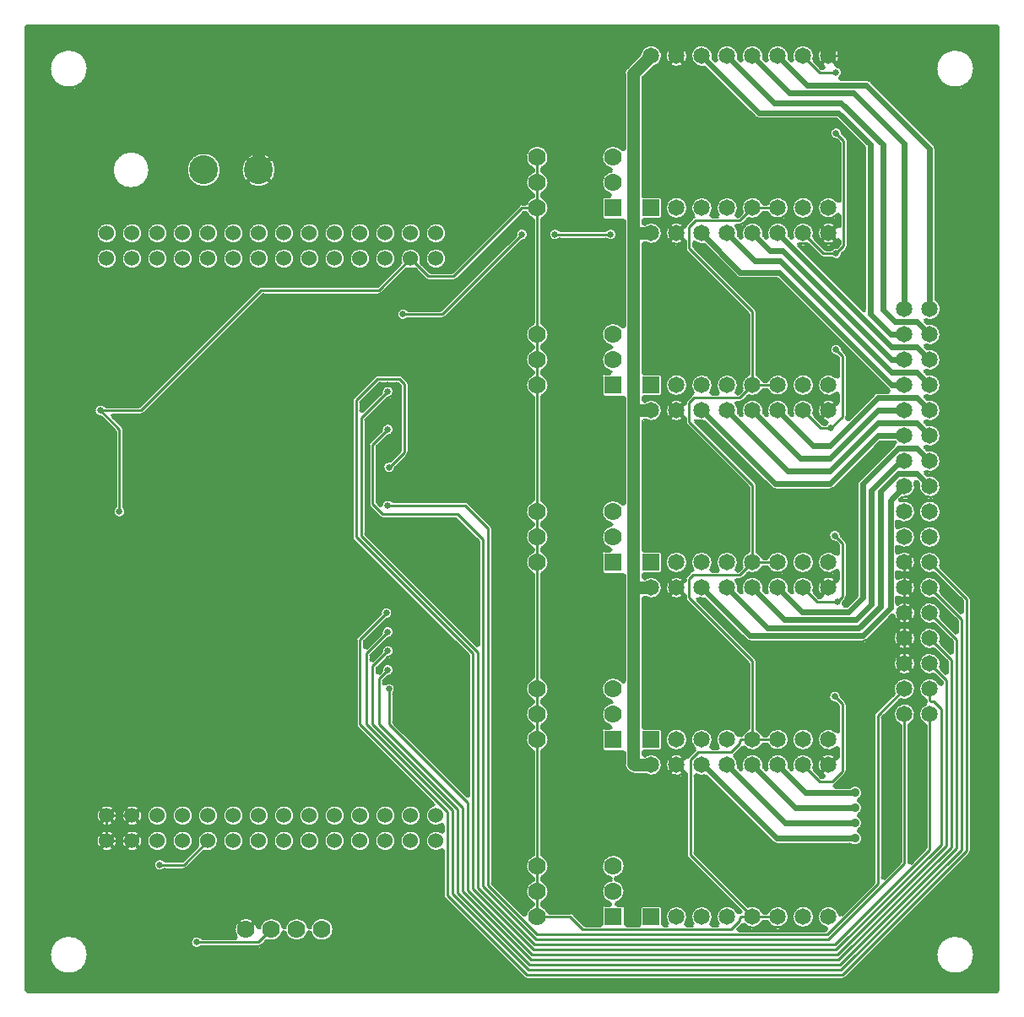
<source format=gbl>
*
*
G04 PADS 9.5 Build Number: 522968 generated Gerber (RS-274-X) file*
G04 PC Version=2.1*
*
%IN "Arm Board r1.pcb"*%
*
%MOIN*%
*
%FSLAX35Y35*%
*
*
*
*
G04 PC Standard Apertures*
*
*
G04 Thermal Relief Aperture macro.*
%AMTER*
1,1,$1,0,0*
1,0,$1-$2,0,0*
21,0,$3,$4,0,0,45*
21,0,$3,$4,0,0,135*
%
*
*
G04 Annular Aperture macro.*
%AMANN*
1,1,$1,0,0*
1,0,$2,0,0*
%
*
*
G04 Odd Aperture macro.*
%AMODD*
1,1,$1,0,0*
1,0,$1-0.005,0,0*
%
*
*
G04 PC Custom Aperture Macros*
*
*
*
*
*
*
G04 PC Aperture Table*
*
%ADD010C,0.001*%
%ADD012C,0.07*%
%ADD013C,0.11417*%
%ADD016C,0.06*%
%ADD017C,0.065*%
%ADD018C,0.01*%
%ADD021C,0.036*%
%ADD022C,0.015*%
%ADD034R,0.07X0.07*%
%ADD038R,0.065X0.065*%
%ADD039C,0.05*%
%ADD040C,0.022*%
%ADD042C,0.026*%
*
*
*
*
G04 PC Circuitry*
G04 Layer Name Arm Board r1.pcb - circuitry*
%LPD*%
*
*
G04 PC Custom Flashes*
G04 Layer Name Arm Board r1.pcb - flashes*
%LPD*%
*
*
G04 PC Circuitry*
G04 Layer Name Arm Board r1.pcb - circuitry*
%LPD*%
*
G54D10*
G54D12*
G01X335000Y425000D03*
Y435000D03*
X305000D03*
Y425000D03*
Y415000D03*
X335000Y355000D03*
Y365000D03*
X305000D03*
Y355000D03*
Y345000D03*
X335000Y285000D03*
Y295000D03*
X305000D03*
Y285000D03*
Y275000D03*
X335000Y215000D03*
Y225000D03*
X305000D03*
Y215000D03*
Y205000D03*
X335000Y145000D03*
Y155000D03*
X305000D03*
Y145000D03*
Y135000D03*
X220000Y130000D03*
X210000D03*
X200000D03*
X190000D03*
G54D13*
X195000Y430000D03*
X173346D03*
G54D16*
X135000Y395000D03*
Y405000D03*
X145000Y395000D03*
Y405000D03*
X155000Y395000D03*
Y405000D03*
X165000Y395000D03*
Y405000D03*
X175000Y395000D03*
Y405000D03*
X185000Y395000D03*
Y405000D03*
X195000Y395000D03*
Y405000D03*
X205000Y395000D03*
Y405000D03*
X215000Y395000D03*
Y405000D03*
X225000Y395000D03*
Y405000D03*
X235000Y395000D03*
Y405000D03*
X245000Y395000D03*
Y405000D03*
X255000Y395000D03*
Y405000D03*
X265000Y395000D03*
Y405000D03*
X135000Y165000D03*
Y175000D03*
X145000Y165000D03*
Y175000D03*
X155000Y165000D03*
Y175000D03*
X165000Y165000D03*
Y175000D03*
X175000Y165000D03*
Y175000D03*
X185000Y165000D03*
Y175000D03*
X195000Y165000D03*
Y175000D03*
X205000Y165000D03*
Y175000D03*
X215000Y165000D03*
Y175000D03*
X225000Y165000D03*
Y175000D03*
X235000Y165000D03*
Y175000D03*
X245000Y165000D03*
Y175000D03*
X255000Y165000D03*
Y175000D03*
X265000Y165000D03*
Y175000D03*
G54D17*
X450000Y375000D03*
X460000D03*
X450000Y365000D03*
X460000D03*
X450000Y355000D03*
X460000D03*
X450000Y345000D03*
X460000D03*
X450000Y335000D03*
X460000D03*
X450000Y325000D03*
X460000D03*
X450000Y315000D03*
X460000D03*
X450000Y305000D03*
X460000D03*
X450000Y295000D03*
X460000D03*
X450000Y285000D03*
X460000D03*
X450000Y275000D03*
X460000D03*
X450000Y265000D03*
X460000D03*
X450000Y255000D03*
X460000D03*
X450000Y245000D03*
X460000D03*
X450000Y235000D03*
X460000D03*
X450000Y225000D03*
X460000D03*
X450000Y215000D03*
X460000D03*
X360000Y415000D03*
X370000D03*
X380000D03*
X390000D03*
X400000D03*
X410000D03*
X420000D03*
Y475000D03*
X410000D03*
X400000D03*
X390000D03*
X380000D03*
X370000D03*
X360000D03*
X350000D03*
X360000Y345000D03*
X370000D03*
X380000D03*
X390000D03*
X400000D03*
X410000D03*
X420000D03*
Y405000D03*
X410000D03*
X400000D03*
X390000D03*
X380000D03*
X370000D03*
X360000D03*
X350000D03*
X360000Y275000D03*
X370000D03*
X380000D03*
X390000D03*
X400000D03*
X410000D03*
X420000D03*
Y335000D03*
X410000D03*
X400000D03*
X390000D03*
X380000D03*
X370000D03*
X360000D03*
X350000D03*
X360000Y205000D03*
X370000D03*
X380000D03*
X390000D03*
X400000D03*
X410000D03*
X420000D03*
Y265000D03*
X410000D03*
X400000D03*
X390000D03*
X380000D03*
X370000D03*
X360000D03*
X350000D03*
X360000Y135000D03*
X370000D03*
X380000D03*
X390000D03*
X400000D03*
X410000D03*
X420000D03*
Y195000D03*
X410000D03*
X400000D03*
X390000D03*
X380000D03*
X370000D03*
X360000D03*
X350000D03*
G54D18*
X335000Y112000D02*
X425500D01*
X474500Y161000*
Y260500*
X460000Y275000*
X335000Y112000D02*
X301000D01*
X269500Y143500*
Y176500*
X241000Y205000*
X335000Y114000D02*
X425000D01*
X472500Y161500*
Y252500*
X460000Y265000*
X335000Y114000D02*
X301500D01*
X271500Y144000*
Y177000*
X241500Y207000*
X335000Y116000D02*
X424500D01*
X470500Y162000*
Y244500*
X460000Y255000*
X335000Y116000D02*
X302000D01*
X273500Y144500*
Y177500*
X242000Y209000*
X335000Y118000D02*
X424000D01*
X468500Y162500*
Y236500*
X460000Y245000*
X335000Y118000D02*
X302500D01*
X275500Y145000*
Y178000*
X242500Y211000*
X170500Y125000D02*
X195000D01*
X200000Y130000*
X305000Y128000D02*
X419500D01*
X439500Y148000*
Y214500*
X450000Y225000*
X305000Y128000D02*
X285500Y147500D01*
Y261500*
X304500Y126000D02*
X420000D01*
X450000Y156000*
Y215000*
X304500Y126000D02*
X283500Y147000D01*
Y261500*
X304500Y124000D02*
X422500D01*
X460000Y161500*
Y215000*
X304500Y124000D02*
X304000D01*
X281500Y146500*
Y239500*
X235500Y285500*
Y319500*
X304500Y122000D02*
X423000D01*
X464500Y163500*
Y217000*
X461500Y220000*
X460500*
X460000Y220500*
Y225000*
X304500Y122000D02*
X303500D01*
X279500Y146000*
Y239000*
X233500Y285000*
Y319500*
X305000Y135000D02*
Y155000D01*
X335000Y120000D02*
X423500D01*
X466500Y163000*
Y228500*
X460000Y235000*
X335000Y120000D02*
X303000D01*
X277500Y145500*
Y178500*
X335000Y130000D02*
X323000D01*
X318000Y135000*
X305000*
X335000Y130000D02*
X381500D01*
X385000Y133500*
Y134500*
X385500Y135000*
X390000*
X400000*
X390000D02*
X365500Y159500D01*
Y197000*
X368500Y200000*
X381500*
X385000Y203500*
Y204500*
X385500Y205000*
X390000*
X156000Y155500D02*
X165500D01*
X175000Y165000*
X305000Y155000D02*
Y205000D01*
X145000Y175000D02*
X160000Y190000D01*
Y295000*
X135000Y175000D02*
X145000D01*
Y165000D02*
X135000D01*
Y175000*
X457500Y162500D02*
Y183000D01*
X277500Y178500D02*
Y180000D01*
X246500Y211000*
Y225000*
X416500Y188500D02*
X421500D01*
X425500Y192500*
Y219000*
X422500Y222000*
X416500Y188500D02*
X410000Y195000D01*
X457500Y183000D02*
Y206000D01*
X455000Y208500*
Y230000*
X450000Y235000*
X242500Y211000D02*
Y229000D01*
X246000Y232500*
X241000Y205000D02*
X235000Y211000D01*
Y244500*
X245500Y255000*
X241500Y207000D02*
X237500Y211000D01*
Y239000*
X246000Y247500*
X242000Y209000D02*
X240000Y211000D01*
Y234000*
X246000Y240000*
X305000Y205000D02*
Y215000D01*
Y225000*
X390000Y205000D02*
Y236000D01*
X365000Y261000*
Y268500*
X366500Y270000*
X385000*
X390000Y275000*
X400000Y205000D02*
X390000D01*
X305000Y225000D02*
Y275000D01*
X450000Y235000D02*
Y245000D01*
Y255000*
Y265000*
X283500Y261500D02*
Y284000D01*
X273500Y294000*
X244000*
X240000Y298000*
Y321500*
X246000Y327500*
X285500Y261500D02*
Y288500D01*
X276500Y297500*
X246000*
X305000Y275000D02*
Y285000D01*
X390000Y275000D02*
Y305500D01*
X365000Y330500*
Y338000*
X367000Y340000*
X385000*
X390000Y345000*
X400000Y275000D02*
X390000D01*
X423500Y259500D02*
X415500D01*
X410000Y265000*
X423500Y259500D02*
X425500Y261500D01*
Y282500*
X422500Y285500*
X450000Y265000D02*
Y275000D01*
X455000Y280000*
X463500*
X468500Y285000*
Y445000*
X438500Y475000*
X420000*
X140000Y295000D02*
Y327500D01*
X132500Y335000*
X160000Y295000D02*
Y327500D01*
X167500Y335000*
X305000Y285000D02*
Y295000D01*
Y345000*
X246500Y312500D02*
X252500Y318500D01*
Y345500*
X250500Y347500*
X132500Y335000D02*
X148500D01*
X196000Y382500*
X242500*
X255000Y395000*
X233500Y319500D02*
Y339000D01*
X242000Y347500*
X250500*
X235500Y319500D02*
Y332000D01*
X246000Y342500*
X421000Y328000D02*
X425500Y332500D01*
Y356500*
X423000Y359000*
X421000Y328000D02*
X417000D01*
X410000Y335000*
X305000Y345000D02*
Y355000D01*
Y365000*
X390000Y345000D02*
Y374000D01*
X365000Y399000*
Y407500*
X367500Y410000*
X385000*
X390000Y415000*
X400000Y345000D02*
X390000D01*
X252000Y373000D02*
X267500D01*
X299000Y404500*
X305000Y365000D02*
Y415000D01*
X255000Y395000D02*
X262000Y388000D01*
X272000*
X299000Y415000*
X305000*
X423000Y397000D02*
X418000D01*
X410000Y405000*
X423000Y397000D02*
X426000Y400000D01*
Y441500*
X423000Y444500*
X305000Y415000D02*
Y425000D01*
X312000Y404500D02*
X334000D01*
X390000Y415000D02*
X400000D01*
X305000Y425000D02*
Y435000D01*
X423000Y468500D02*
X416500D01*
X410000Y475000*
X360000Y484738D02*
X359738Y485000D01*
X477600Y120000D02*
G75*
G03X477600I-7600J0D01*
G01X464350Y285000D02*
G03X464350I-4350J0D01*
G01Y295000D02*
G03X464350I-4350J0D01*
G01X454350Y235000D02*
G03X454350I-4350J0D01*
G01Y245000D02*
G03X454350I-4350J0D01*
G01X414350Y135000D02*
G03X414350I-4350J0D01*
G01Y205000D02*
G03X414350I-4350J0D01*
G01X477600Y470000D02*
G03X477600I-7600J0D01*
G01X364350Y415000D02*
G03X364350I-4350J0D01*
G01Y475000D02*
G03X364350I-4350J0D01*
G01X269100Y395000D02*
G03X269100I-4100J0D01*
G01Y405000D02*
G03X269100I-4100J0D01*
G01X259100D02*
G03X259100I-4100J0D01*
G01X249100Y395000D02*
G03X249100I-4100J0D01*
G01Y405000D02*
G03X249100I-4100J0D01*
G01X239100Y395000D02*
G03X239100I-4100J0D01*
G01Y405000D02*
G03X239100I-4100J0D01*
G01X229100Y395000D02*
G03X229100I-4100J0D01*
G01Y405000D02*
G03X229100I-4100J0D01*
G01X219100Y395000D02*
G03X219100I-4100J0D01*
G01Y405000D02*
G03X219100I-4100J0D01*
G01X209100Y395000D02*
G03X209100I-4100J0D01*
G01Y405000D02*
G03X209100I-4100J0D01*
G01X199100Y395000D02*
G03X199100I-4100J0D01*
G01Y405000D02*
G03X199100I-4100J0D01*
G01X189100Y395000D02*
G03X189100I-4100J0D01*
G01Y405000D02*
G03X189100I-4100J0D01*
G01X201809Y430000D02*
G03X201809I-6809J0D01*
G01X179100Y395000D02*
G03X179100I-4100J0D01*
G01Y405000D02*
G03X179100I-4100J0D01*
G01X169100Y395000D02*
G03X169100I-4100J0D01*
G01Y405000D02*
G03X169100I-4100J0D01*
G01X180155Y430000D02*
G03X180155I-6809J0D01*
G01X159100Y395000D02*
G03X159100I-4100J0D01*
G01Y405000D02*
G03X159100I-4100J0D01*
G01X149100Y395000D02*
G03X149100I-4100J0D01*
G01Y405000D02*
G03X149100I-4100J0D01*
G01X139100Y395000D02*
G03X139100I-4100J0D01*
G01Y405000D02*
G03X139100I-4100J0D01*
G01X151962Y430000D02*
G03X151962I-7356J0D01*
G01X127600Y120000D02*
G03X127600I-7600J0D01*
G01Y470000D02*
G03X127600I-7600J0D01*
G01X259100Y165000D02*
G03X259100I-4100J0D01*
G01Y175000D02*
G03X259100I-4100J0D01*
G01X249100Y165000D02*
G03X249100I-4100J0D01*
G01Y175000D02*
G03X249100I-4100J0D01*
G01X239100Y165000D02*
G03X239100I-4100J0D01*
G01Y175000D02*
G03X239100I-4100J0D01*
G01X229100Y165000D02*
G03X229100I-4100J0D01*
G01Y175000D02*
G03X229100I-4100J0D01*
G01X219100Y165000D02*
G03X219100I-4100J0D01*
G01Y175000D02*
G03X219100I-4100J0D01*
G01X209100Y165000D02*
G03X209100I-4100J0D01*
G01Y175000D02*
G03X209100I-4100J0D01*
G01X199100Y165000D02*
G03X199100I-4100J0D01*
G01Y175000D02*
G03X199100I-4100J0D01*
G01X189100Y165000D02*
G03X189100I-4100J0D01*
G01Y175000D02*
G03X189100I-4100J0D01*
G01X179100D02*
G03X179100I-4100J0D01*
G01X169100Y165000D02*
G03X169100I-4100J0D01*
G01Y175000D02*
G03X169100I-4100J0D01*
G01X159100Y165000D02*
G03X159100I-4100J0D01*
G01Y175000D02*
G03X159100I-4100J0D01*
G01X149100Y165000D02*
G03X149100I-4100J0D01*
G01Y175000D02*
G03X149100I-4100J0D01*
G01X139100Y165000D02*
G03X139100I-4100J0D01*
G01Y175000D02*
G03X139100I-4100J0D01*
G01X364350Y205000D02*
G03X364350I-4350J0D01*
G01Y275000D02*
G03X364350I-4350J0D01*
G01Y345000D02*
G03X364350I-4350J0D01*
G01X414350Y415000D02*
G03X414350I-4350J0D01*
G01Y275000D02*
G03X414350I-4350J0D01*
G01Y345000D02*
G03X414350I-4350J0D01*
G01X487000Y106000D02*
Y486500D01*
G03X486500Y487000I-500J-0*
G01X103500*
G03X103000Y486500I0J-500*
G01Y106000*
G03X103500Y105500I500J0*
G01X486500*
G03X487000Y106000I-0J500*
G01X446282Y321832D02*
G03X446418Y322532I-276J417D01*
G01X446386Y322578D02*
G03X446418Y322532I3614J2422D01*
G01X446386Y322578D02*
G03X445971Y322800I-415J-278D01*
G01X440618*
G03X440265Y322654I0J-500*
G01X422056Y304444*
X420500Y303800D02*
G03X422056Y304444I0J2200D01*
G01X420500Y303800D02*
X399000D01*
X397444Y304444D02*
G03X399000Y303800I1556J1556D01*
G01X397444Y304444D02*
X371293Y330595D01*
G03X370843Y330732I-353J-353*
G01X368013Y331131D02*
G03X370843Y330732I1987J3869D01*
G01X368013Y331131D02*
G03X367431Y330332I-229J-445D01*
G01X391131Y306631*
X391600Y305500D02*
G03X391131Y306631I-1600J0D01*
G01X391600Y305500D02*
Y279372D01*
G03X391884Y278921I500J-0*
G01X393921Y276884D02*
G03X391884Y278921I-3921J-1884D01*
G01X393921Y276884D02*
G03X394372Y276600I451J216D01*
G01X395628*
G03X396079Y276884I0J500*
G01Y273116D02*
G03Y276884I3921J1884D01*
G01Y273116D02*
G03X395628Y273400I-451J-216D01*
G01X394372*
G03X393921Y273116I-0J-500*
G01X388559Y270896D02*
G03X393921Y273116I1441J4104D01*
G01X388559Y270896D02*
G03X388040Y270777I-165J-472D01*
G01X386131Y268869*
X385000Y268400D02*
G03X386131Y268869I0J1600D01*
G01X385000Y268400D02*
X383888D01*
G03X383487Y267601I-0J-500*
G01X384268Y264157D02*
G03X383487Y267601I-4268J843D01*
G01X384268Y264157D02*
G03X384405Y263707I490J-97D01*
G01X385070Y263042*
G03X385895Y263561I353J353*
G01X394268Y264157D02*
G03X385895Y263561I-4268J843D01*
G01X394268Y264157D02*
G03X394405Y263707I490J-97D01*
G01X395070Y263042*
G03X395895Y263561I353J353*
G01X404268Y264157D02*
G03X395895Y263561I-4268J843D01*
G01X404268Y264157D02*
G03X404405Y263707I490J-97D01*
G01X405070Y263042*
G03X405895Y263561I353J353*
G01X414104Y263559D02*
G03X405895Y263561I-4104J1441D01*
G01X414104Y263559D02*
G03X414223Y263040I472J-165D01*
G01X416016Y261246*
G03X416370Y261100I354J354*
G01X416541*
G03X416898Y261951I0J500*
G01X423049Y268102D02*
G03X416898Y261951I-3049J-3102D01*
G01X423049Y268102D02*
G03X423900Y268459I351J357D01*
G01Y271541*
G03X423049Y271898I-500J0*
G01Y278102D02*
G03Y271898I-3049J-3102D01*
G01Y278102D02*
G03X423900Y278459I351J357D01*
G01Y281630*
G03X423754Y281984I-500J0*
G01X422783Y282954*
G03X422441Y283101I-354J-353*
G01X424899Y285559D02*
G03X422441Y283101I-2399J-59D01*
G01X424899Y285559D02*
G03X425046Y285217I500J12D01*
G01X426631Y283631*
X427100Y282500D02*
G03X426631Y283631I-1600J0D01*
G01X427100Y282500D02*
Y261500D01*
X426631Y260369D02*
G03X427100Y261500I-1131J1131D01*
G01X426631Y260369D02*
X426046Y259783D01*
G03X425899Y259441I353J-354*
G01X425645Y258424D02*
G03X425899Y259441I-2145J1076D01*
G01X425645Y258424D02*
G03X426092Y257700I447J-224D01*
G01X426882*
G03X427235Y257846I-0J500*
G01X431154Y261765*
G03X431300Y262118I-354J353*
G01Y306000*
X431944Y307556D02*
G03X431300Y306000I1556J-1556D01*
G01X431944Y307556D02*
X445944Y321556D01*
X446282Y321832D02*
G03X445944Y321556I1218J-1832D01*
G01X443586Y342200D02*
G03X443848Y343126I-0J500D01*
G01X443444Y343444D02*
G03X443848Y343126I1556J1556D01*
G01X443444Y343444D02*
X399735Y387154D01*
G03X399382Y387300I-353J-354*
G01X385000*
X383419Y387970D02*
G03X385000Y387300I1581J1530D01*
G01X383419Y387970D02*
X371221Y400575D01*
G03X370773Y400719I-359J-348*
G01X367399Y401513D02*
G03X370773Y400719I2601J3487D01*
G01X367399Y401513D02*
G03X366600Y401112I-299J-401D01*
G01Y399870*
G03X366746Y399516I500J-0*
G01X391131Y375131*
X391600Y374000D02*
G03X391131Y375131I-1600J0D01*
G01X391600Y374000D02*
Y349372D01*
G03X391884Y348921I500J-0*
G01X393921Y346884D02*
G03X391884Y348921I-3921J-1884D01*
G01X393921Y346884D02*
G03X394372Y346600I451J216D01*
G01X395628*
G03X396079Y346884I0J500*
G01Y343116D02*
G03Y346884I3921J1884D01*
G01Y343116D02*
G03X395628Y343400I-451J-216D01*
G01X394372*
G03X393921Y343116I-0J-500*
G01X388559Y340896D02*
G03X393921Y343116I1441J4104D01*
G01X388559Y340896D02*
G03X388040Y340777I-165J-472D01*
G01X386131Y338869*
X385000Y338400D02*
G03X386131Y338869I0J1600D01*
G01X385000Y338400D02*
X383888D01*
G03X383487Y337601I-0J-500*
G01X384268Y334157D02*
G03X383487Y337601I-4268J843D01*
G01X384268Y334157D02*
G03X384405Y333707I490J-97D01*
G01X385070Y333042*
G03X385895Y333561I353J353*
G01X394268Y334157D02*
G03X385895Y333561I-4268J843D01*
G01X394268Y334157D02*
G03X394405Y333707I490J-97D01*
G01X395070Y333042*
G03X395895Y333561I353J353*
G01X404268Y334157D02*
G03X395895Y333561I-4268J843D01*
G01X404268Y334157D02*
G03X404405Y333707I490J-97D01*
G01X405070Y333042*
G03X405895Y333561I353J353*
G01X414104Y333559D02*
G03X405895Y333561I-4104J1441D01*
G01X414104Y333559D02*
G03X414223Y333040I472J-165D01*
G01X417516Y329746*
G03X417870Y329600I354J354*
G01X419000*
G03X419345Y329738I-0J500*
G01X419462Y329843D02*
G03X419345Y329738I1538J-1843D01*
G01X419462Y329843D02*
G03X419230Y330719I-320J384D01*
G01X423049Y338102D02*
G03X419230Y330719I-3049J-3102D01*
G01X423049Y338102D02*
G03X423900Y338459I351J357D01*
G01Y341541*
G03X423049Y341898I-500J0*
G01Y348102D02*
G03Y341898I-3049J-3102D01*
G01Y348102D02*
G03X423900Y348459I351J357D01*
G01Y355630*
G03X423754Y355984I-500J0*
G01X423283Y356454*
G03X422941Y356601I-354J-353*
G01X425399Y359059D02*
G03X422941Y356601I-2399J-59D01*
G01X425399Y359059D02*
G03X425546Y358717I500J12D01*
G01X426631Y357631*
X427100Y356500D02*
G03X426631Y357631I-1600J0D01*
G01X427100Y356500D02*
Y332500D01*
X427008Y331965D02*
G03X427100Y332500I-1508J535D01*
G01X427008Y331965D02*
G03X427833Y331444I471J-168D01*
G01X437944Y341556*
X439500Y342200D02*
G03X437944Y341556I0J-2200D01*
G01X439500Y342200D02*
X443586D01*
X477600Y120000D02*
G03X477600I-7600J0D01*
G01X476100Y260500D02*
Y161000D01*
X475631Y159869D02*
G03X476100Y161000I-1131J1131D01*
G01X475631Y159869D02*
X426631Y110869D01*
X425500Y110400D02*
G03X426631Y110869I0J1600D01*
G01X425500Y110400D02*
X335000D01*
X301000*
X299869Y110869D02*
G03X301000Y110400I1131J1131D01*
G01X299869Y110869D02*
X268369Y142369D01*
X267900Y143500D02*
G03X268369Y142369I1600J0D01*
G01X267900Y143500D02*
Y161076D01*
G03X267139Y161502I-500J-0*
G01Y168498D02*
G03Y161502I-2139J-3498D01*
G01Y168498D02*
G03X267900Y168924I261J426D01*
G01Y171076*
G03X267139Y171502I-500J-0*
G01X263785Y178916D02*
G03X267139Y171502I1215J-3916D01*
G01X263785Y178916D02*
G03X263990Y179747I-148J477D01*
G01X239869Y203869*
X233869Y209869*
X233400Y211000D02*
G03X233869Y209869I1600J0D01*
G01X233400Y211000D02*
Y244500D01*
X233869Y245631D02*
G03X233400Y244500I1131J-1131D01*
G01X233869Y245631D02*
X242954Y254717D01*
G03X243101Y255059I-353J354*
G01X245559Y252601D02*
G03X243101Y255059I-59J2399D01*
G01X245559Y252601D02*
G03X245217Y252454I12J-500D01*
G01X236746Y243984*
G03X236600Y243630I354J-354*
G01Y241570*
G03X237454Y241216I500J-0*
G01X243454Y247217*
G03X243601Y247559I-353J354*
G01X246059Y245101D02*
G03X243601Y247559I-59J2399D01*
G01X246059Y245101D02*
G03X245717Y244954I12J-500D01*
G01X239246Y238484*
G03X239100Y238130I354J-354*
G01Y236570*
G03X239954Y236216I500J-0*
G01X243454Y239717*
G03X243601Y240059I-353J354*
G01X246059Y237601D02*
G03X243601Y240059I-59J2399D01*
G01X246059Y237601D02*
G03X245717Y237454I12J-500D01*
G01X241746Y233484*
G03X241600Y233130I354J-354*
G01Y231570*
G03X242454Y231216I500J-0*
G01X243454Y232217*
G03X243601Y232559I-353J354*
G01X246059Y230101D02*
G03X243601Y232559I-59J2399D01*
G01X246059Y230101D02*
G03X245717Y229954I12J-500D01*
G01X244246Y228484*
G03X244100Y228130I354J-354*
G01Y227191*
G03X244928Y226813I500J-0*
G01X248238Y223345D02*
G03X244928Y226813I-1738J1655D01*
G01X248238Y223345D02*
G03X248100Y223000I362J-345D01*
G01Y211870*
G03X248246Y211516I500J-0*
G01X277046Y182716*
G03X277900Y183070I354J354*
G01Y238130*
G03X277754Y238484I-500J0*
G01X232369Y283869*
X231900Y285000D02*
G03X232369Y283869I1600J0D01*
G01X231900Y285000D02*
Y319500D01*
Y339000*
X232369Y340131D02*
G03X231900Y339000I1131J-1131D01*
G01X232369Y340131D02*
X240869Y348631D01*
X242000Y349100D02*
G03X240869Y348631I0J-1600D01*
G01X242000Y349100D02*
X250500D01*
X251631Y348631D02*
G03X250500Y349100I-1131J-1131D01*
G01X251631Y348631D02*
X253631Y346631D01*
X254100Y345500D02*
G03X253631Y346631I-1600J0D01*
G01X254100Y345500D02*
Y318500D01*
X253631Y317369D02*
G03X254100Y318500I-1131J1131D01*
G01X253631Y317369D02*
X249046Y312783D01*
G03X248899Y312441I353J-354*
G01X246441Y314899D02*
G03X248899Y312441I59J-2399D01*
G01X246441Y314899D02*
G03X246783Y315046I-12J500D01*
G01X250754Y319016*
G03X250900Y319370I-354J354*
G01Y344630*
G03X250754Y344984I-500J0*
G01X249984Y345754*
G03X249630Y345900I-354J-354*
G01X246016*
G03X246000I-0J-500*
X245984I-16J-500*
G01X242870*
G03X242516Y345754I-0J-500*
G01X235246Y338484*
G03X235100Y338130I354J-354*
G01Y335070*
G03X235954Y334716I500J-0*
G01X243454Y342217*
G03X243601Y342559I-353J354*
G01X245987Y344900D02*
G03X243601Y342559I13J-2400D01*
G01X245987Y344900D02*
G03X246000I-3J500D01*
X246013I16J500*
G01X246059Y340101D02*
G03X246013Y344900I-59J2399D01*
G01X246059Y340101D02*
G03X245717Y339954I12J-500D01*
G01X237246Y331484*
G03X237100Y331130I354J-354*
G01Y319500*
Y286370*
G03X237246Y286016I500J-0*
G01X281046Y242216*
G03X281900Y242570I354J354*
G01Y261500*
Y283130*
G03X281754Y283484I-500J0*
G01X272984Y292254*
G03X272630Y292400I-354J-354*
G01X244000*
X242869Y292869D02*
G03X244000Y292400I1131J1131D01*
G01X242869Y292869D02*
X238869Y296869D01*
X238400Y298000D02*
G03X238869Y296869I1600J0D01*
G01X238400Y298000D02*
Y321500D01*
X238869Y322631D02*
G03X238400Y321500I1131J-1131D01*
G01X238869Y322631D02*
X243454Y327217D01*
G03X243601Y327559I-353J354*
G01X246059Y325101D02*
G03X243601Y327559I-59J2399D01*
G01X246059Y325101D02*
G03X245717Y324954I12J-500D01*
G01X241746Y320984*
G03X241600Y320630I354J-354*
G01Y298870*
G03X241746Y298516I500J-0*
G01X242767Y297495*
G03X243617Y297789I354J354*
G01X247655Y299238D02*
G03X243617Y297789I-1655J-1738D01*
G01X247655Y299238D02*
G03X248000Y299100I345J362D01*
G01X276500*
X277631Y298631D02*
G03X276500Y299100I-1131J-1131D01*
G01X277631Y298631D02*
X286631Y289631D01*
X287100Y288500D02*
G03X286631Y289631I-1600J0D01*
G01X287100Y288500D02*
Y261500D01*
Y148370*
G03X287246Y148016I500J-0*
G01X299641Y135622*
G03X300485Y135880I353J354*
G01X303106Y139192D02*
G03X300485Y135880I1894J-4192D01*
G01X303106Y139192D02*
G03X303400Y139648I-206J456D01*
G01Y140352*
G03X303106Y140808I-500J0*
G01Y149192D02*
G03Y140808I1894J-4192D01*
G01Y149192D02*
G03X303400Y149648I-206J456D01*
G01Y150352*
G03X303106Y150808I-500J0*
G01Y159192D02*
G03Y150808I1894J-4192D01*
G01Y159192D02*
G03X303400Y159648I-206J456D01*
G01Y200352*
G03X303106Y200808I-500J0*
G01Y209192D02*
G03Y200808I1894J-4192D01*
G01Y209192D02*
G03X303400Y209648I-206J456D01*
G01Y210352*
G03X303106Y210808I-500J0*
G01Y219192D02*
G03Y210808I1894J-4192D01*
G01Y219192D02*
G03X303400Y219648I-206J456D01*
G01Y220352*
G03X303106Y220808I-500J0*
G01Y229192D02*
G03Y220808I1894J-4192D01*
G01Y229192D02*
G03X303400Y229648I-206J456D01*
G01Y270352*
G03X303106Y270808I-500J0*
G01Y279192D02*
G03Y270808I1894J-4192D01*
G01Y279192D02*
G03X303400Y279648I-206J456D01*
G01Y280352*
G03X303106Y280808I-500J0*
G01Y289192D02*
G03Y280808I1894J-4192D01*
G01Y289192D02*
G03X303400Y289648I-206J456D01*
G01Y290352*
G03X303106Y290808I-500J0*
G01Y299192D02*
G03Y290808I1894J-4192D01*
G01Y299192D02*
G03X303400Y299648I-206J456D01*
G01Y340352*
G03X303106Y340808I-500J0*
G01Y349192D02*
G03Y340808I1894J-4192D01*
G01Y349192D02*
G03X303400Y349648I-206J456D01*
G01Y350352*
G03X303106Y350808I-500J0*
G01Y359192D02*
G03Y350808I1894J-4192D01*
G01Y359192D02*
G03X303400Y359648I-206J456D01*
G01Y360352*
G03X303106Y360808I-500J0*
G01Y369192D02*
G03Y360808I1894J-4192D01*
G01Y369192D02*
G03X303400Y369648I-206J456D01*
G01Y410352*
G03X303106Y410808I-500J0*
G01X300808Y413106D02*
G03X303106Y410808I4192J1894D01*
G01X300808Y413106D02*
G03X300352Y413400I-456J-206D01*
G01X299870*
G03X299516Y413254I-0J-500*
G01X273131Y386869*
X272000Y386400D02*
G03X273131Y386869I0J1600D01*
G01X272000Y386400D02*
X262000D01*
X260869Y386869D02*
G03X262000Y386400I1131J1131D01*
G01X260869Y386869D02*
X256763Y390975D01*
G03X256256Y391097I-354J-354*
G01X253744D02*
G03X256256I1256J3903D01*
G01X253744D02*
G03X253237Y390975I-153J-476D01*
G01X243631Y381369*
X242500Y380900D02*
G03X243631Y381369I0J1600D01*
G01X242500Y380900D02*
X196870D01*
G03X196516Y380754I-0J-500*
G01X149631Y333869*
X148500Y333400D02*
G03X149631Y333869I0J1600D01*
G01X148500Y333400D02*
X137570D01*
G03X137216Y332546I-0J-500*
G01X141131Y328631*
X141600Y327500D02*
G03X141131Y328631I-1600J0D01*
G01X141600Y327500D02*
Y297000D01*
G03X141738Y296655I500J0*
G01X138262D02*
G03X141738I1738J-1655D01*
G01X138262D02*
G03X138400Y297000I-362J345D01*
G01Y326630*
G03X138254Y326984I-500J0*
G01X132783Y332454*
G03X132441Y332601I-354J-353*
G01X134155Y336738D02*
G03X132441Y332601I-1655J-1738D01*
G01X134155Y336738D02*
G03X134500Y336600I345J362D01*
G01X147630*
G03X147984Y336746I0J500*
G01X194869Y383631*
X196000Y384100D02*
G03X194869Y383631I0J-1600D01*
G01X196000Y384100D02*
X241630D01*
G03X241984Y384246I0J500*
G01X250975Y393237*
G03X251097Y393744I-354J354*
G01X258903D02*
G03X251097I-3903J1256D01*
G01X258903D02*
G03X259025Y393237I476J-153D01*
G01X262516Y389746*
G03X262870Y389600I354J354*
G01X271130*
G03X271484Y389746I0J500*
G01X297869Y416131*
X299000Y416600D02*
G03X297869Y416131I0J-1600D01*
G01X299000Y416600D02*
X300352D01*
G03X300808Y416894I0J500*
G01X303106Y419192D02*
G03X300808Y416894I1894J-4192D01*
G01X303106Y419192D02*
G03X303400Y419648I-206J456D01*
G01Y420352*
G03X303106Y420808I-500J0*
G01Y429192D02*
G03Y420808I1894J-4192D01*
G01Y429192D02*
G03X303400Y429648I-206J456D01*
G01Y430352*
G03X303106Y430808I-500J0*
G01X306894D02*
G03X303106I-1894J4192D01*
G01X306894D02*
G03X306600Y430352I206J-456D01*
G01Y429648*
G03X306894Y429192I500J-0*
G01Y420808D02*
G03Y429192I-1894J4192D01*
G01Y420808D02*
G03X306600Y420352I206J-456D01*
G01Y419648*
G03X306894Y419192I500J-0*
G01Y410808D02*
G03Y419192I-1894J4192D01*
G01Y410808D02*
G03X306600Y410352I206J-456D01*
G01Y369648*
G03X306894Y369192I500J-0*
G01Y360808D02*
G03Y369192I-1894J4192D01*
G01Y360808D02*
G03X306600Y360352I206J-456D01*
G01Y359648*
G03X306894Y359192I500J-0*
G01Y350808D02*
G03Y359192I-1894J4192D01*
G01Y350808D02*
G03X306600Y350352I206J-456D01*
G01Y349648*
G03X306894Y349192I500J-0*
G01Y340808D02*
G03Y349192I-1894J4192D01*
G01Y340808D02*
G03X306600Y340352I206J-456D01*
G01Y299648*
G03X306894Y299192I500J-0*
G01Y290808D02*
G03Y299192I-1894J4192D01*
G01Y290808D02*
G03X306600Y290352I206J-456D01*
G01Y289648*
G03X306894Y289192I500J-0*
G01Y280808D02*
G03Y289192I-1894J4192D01*
G01Y280808D02*
G03X306600Y280352I206J-456D01*
G01Y279648*
G03X306894Y279192I500J-0*
G01Y270808D02*
G03Y279192I-1894J4192D01*
G01Y270808D02*
G03X306600Y270352I206J-456D01*
G01Y229648*
G03X306894Y229192I500J-0*
G01Y220808D02*
G03Y229192I-1894J4192D01*
G01Y220808D02*
G03X306600Y220352I206J-456D01*
G01Y219648*
G03X306894Y219192I500J-0*
G01Y210808D02*
G03Y219192I-1894J4192D01*
G01Y210808D02*
G03X306600Y210352I206J-456D01*
G01Y209648*
G03X306894Y209192I500J-0*
G01Y200808D02*
G03Y209192I-1894J4192D01*
G01Y200808D02*
G03X306600Y200352I206J-456D01*
G01Y159648*
G03X306894Y159192I500J-0*
G01Y150808D02*
G03Y159192I-1894J4192D01*
G01Y150808D02*
G03X306600Y150352I206J-456D01*
G01Y149648*
G03X306894Y149192I500J-0*
G01Y140808D02*
G03Y149192I-1894J4192D01*
G01Y140808D02*
G03X306600Y140352I206J-456D01*
G01Y139648*
G03X306894Y139192I500J-0*
G01X309192Y136894D02*
G03X306894Y139192I-4192J-1894D01*
G01X309192Y136894D02*
G03X309648Y136600I456J206D01*
G01X318000*
X319131Y136131D02*
G03X318000Y136600I-1131J-1131D01*
G01X319131Y136131D02*
X323516Y131746D01*
G03X323870Y131600I354J354*
G01X329900*
G03X330400Y132100I-0J500*
G01Y138500*
X331500Y139600D02*
G03X330400Y138500I0J-1100D01*
G01X331500Y139600D02*
X333586D01*
G03X333724Y140580I-0J500*
G01X334093Y149510D02*
G03X333724Y140580I907J-4510D01*
G01X334093Y149510D02*
G03Y150490I-98J490D01*
G01X335907D02*
G03X334093I-907J4510D01*
G01X335907D02*
G03Y149510I98J-490D01*
G01X336276Y140580D02*
G03X335907Y149510I-1276J4420D01*
G01X336276Y140580D02*
G03X336414Y139600I138J-480D01*
G01X338500*
X339600Y138500D02*
G03X338500Y139600I-1100J0D01*
G01X339600Y138500D02*
Y132100D01*
G03X340100Y131600I500J0*
G01X345150*
G03X345650Y132100I-0J500*
G01Y138250*
X346750Y139350D02*
G03X345650Y138250I0J-1100D01*
G01X346750Y139350D02*
X353250D01*
X354350Y138250D02*
G03X353250Y139350I-1100J0D01*
G01X354350Y138250D02*
Y132100D01*
G03X354850Y131600I500J0*
G01X356112*
G03X356513Y132399I0J500*
G01X363487D02*
G03X356513I-3487J2601D01*
G01X363487D02*
G03X363888Y131600I401J-299D01*
G01X366112*
G03X366513Y132399I0J500*
G01X373487D02*
G03X366513I-3487J2601D01*
G01X373487D02*
G03X373888Y131600I401J-299D01*
G01X376112*
G03X376513Y132399I0J500*
G01X384025Y136650D02*
G03X376513Y132399I-4025J-1650D01*
G01X384025Y136650D02*
G03X384729Y136402I463J190D01*
G01X385113Y136553D02*
G03X384729Y136402I387J-1553D01*
G01X385113Y136553D02*
G03X385346Y137391I-121J485D01*
G01X364369Y158369*
X363900Y159500D02*
G03X364369Y158369I1600J0D01*
G01X363900Y159500D02*
Y191541D01*
G03X363049Y191898I-500J0*
G01X363336Y197792D02*
G03X363049Y191898I-3336J-2792D01*
G01X363336Y197792D02*
G03X364143Y197848I383J321D01*
G01X364369Y198131D02*
G03X364143Y197848I1131J-1131D01*
G01X364369Y198131D02*
X367199Y200962D01*
G03X367171Y201696I-353J354*
G01X373487Y202399D02*
G03X367171Y201696I-3487J2601D01*
G01X373487Y202399D02*
G03X373888Y201600I401J-299D01*
G01X376112*
G03X376513Y202399I0J500*
G01X384025Y206650D02*
G03X376513Y202399I-4025J-1650D01*
G01X384025Y206650D02*
G03X384729Y206402I463J190D01*
G01X385500Y206600D02*
G03X384729Y206402I0J-1600D01*
G01X385500Y206600D02*
X385628D01*
G03X386079Y206884I0J500*
G01X388116Y208921D02*
G03X386079Y206884I1884J-3921D01*
G01X388116Y208921D02*
G03X388400Y209372I-216J451D01*
G01Y235130*
G03X388254Y235484I-500J0*
G01X363869Y259869*
X363400Y261000D02*
G03X363869Y259869I1600J0D01*
G01X363400Y261000D02*
Y261112D01*
G03X362601Y261513I-500J0*
G01X362629Y268465D02*
G03X362601Y261513I-2629J-3465D01*
G01X362629Y268465D02*
G03X363424Y268777I303J399D01*
G01X363869Y269631D02*
G03X363424Y268777I1131J-1131D01*
G01X363869Y269631D02*
X365369Y271131D01*
X366223Y271576D02*
G03X365369Y271131I277J-1576D01*
G01X366223Y271576D02*
G03X366535Y272371I-87J492D01*
G01X373487Y272399D02*
G03X366535Y272371I-3487J2601D01*
G01X373487Y272399D02*
G03X373888Y271600I401J-299D01*
G01X376112*
G03X376513Y272399I0J500*
G01X383487D02*
G03X376513I-3487J2601D01*
G01X383487D02*
G03X383888Y271600I401J-299D01*
G01X384130*
G03X384484Y271746I0J500*
G01X385777Y273040*
G03X385896Y273559I-353J354*
G01X388116Y278921D02*
G03X385896Y273559I1884J-3921D01*
G01X388116Y278921D02*
G03X388400Y279372I-216J451D01*
G01Y304630*
G03X388254Y304984I-500J0*
G01X363869Y329369*
X363400Y330500D02*
G03X363869Y329369I1600J0D01*
G01X363400Y330500D02*
Y331112D01*
G03X362601Y331513I-500J0*
G01X362733Y338384D02*
G03X362601Y331513I-2733J-3384D01*
G01X362733Y338384D02*
G03X363512Y338589I314J389D01*
G01X363869Y339131D02*
G03X363512Y338589I1131J-1131D01*
G01X363869Y339131D02*
X365869Y341131D01*
X366411Y341488D02*
G03X365869Y341131I589J-1488D01*
G01X366411Y341488D02*
G03X366616Y342267I-184J465D01*
G01X373487Y342399D02*
G03X366616Y342267I-3487J2601D01*
G01X373487Y342399D02*
G03X373888Y341600I401J-299D01*
G01X376112*
G03X376513Y342399I0J500*
G01X383487D02*
G03X376513I-3487J2601D01*
G01X383487D02*
G03X383888Y341600I401J-299D01*
G01X384130*
G03X384484Y341746I0J500*
G01X385777Y343040*
G03X385896Y343559I-353J354*
G01X388116Y348921D02*
G03X385896Y343559I1884J-3921D01*
G01X388116Y348921D02*
G03X388400Y349372I-216J451D01*
G01Y373130*
G03X388254Y373484I-500J0*
G01X363869Y397869*
X363400Y399000D02*
G03X363869Y397869I1600J0D01*
G01X363400Y399000D02*
Y401112D01*
G03X362601Y401513I-500J0*
G01X362893Y408249D02*
G03X362601Y401513I-2893J-3249D01*
G01X362893Y408249D02*
G03X363648Y408355I332J373D01*
G01X363869Y408631D02*
G03X363648Y408355I1131J-1131D01*
G01X363869Y408631D02*
X366369Y411131D01*
X366645Y411352D02*
G03X366369Y411131I855J-1352D01*
G01X366645Y411352D02*
G03X366751Y412107I-267J423D01*
G01X373487Y412399D02*
G03X366751Y412107I-3487J2601D01*
G01X373487Y412399D02*
G03X373888Y411600I401J-299D01*
G01X376112*
G03X376513Y412399I0J500*
G01X383487D02*
G03X376513I-3487J2601D01*
G01X383487D02*
G03X383888Y411600I401J-299D01*
G01X384130*
G03X384484Y411746I0J500*
G01X385777Y413040*
G03X385896Y413559I-353J354*
G01X393921Y416884D02*
G03X385896Y413559I-3921J-1884D01*
G01X393921Y416884D02*
G03X394372Y416600I451J216D01*
G01X395628*
G03X396079Y416884I0J500*
G01Y413116D02*
G03Y416884I3921J1884D01*
G01Y413116D02*
G03X395628Y413400I-451J-216D01*
G01X394372*
G03X393921Y413116I-0J-500*
G01X388559Y410896D02*
G03X393921Y413116I1441J4104D01*
G01X388559Y410896D02*
G03X388040Y410777I-165J-472D01*
G01X386131Y408869*
X385000Y408400D02*
G03X386131Y408869I0J1600D01*
G01X385000Y408400D02*
X383888D01*
G03X383487Y407601I-0J-500*
G01X384268Y404157D02*
G03X383487Y407601I-4268J843D01*
G01X384268Y404157D02*
G03X384405Y403707I490J-97D01*
G01X385070Y403042*
G03X385895Y403561I353J353*
G01X394268Y404157D02*
G03X385895Y403561I-4268J843D01*
G01X394268Y404157D02*
G03X394405Y403707I490J-97D01*
G01X395070Y403042*
G03X395895Y403561I353J353*
G01X404268Y404157D02*
G03X395895Y403561I-4268J843D01*
G01X404268Y404157D02*
G03X404405Y403707I490J-97D01*
G01X405070Y403042*
G03X405895Y403561I353J353*
G01X414104Y403559D02*
G03X405895Y403561I-4104J1441D01*
G01X414104Y403559D02*
G03X414223Y403040I472J-165D01*
G01X418516Y398746*
G03X418870Y398600I354J354*
G01X421000*
G03X421345Y398738I-0J500*
G01X422941Y399399D02*
G03X421345Y398738I59J-2399D01*
G01X422941Y399399D02*
G03X423283Y399546I-12J500D01*
G01X424254Y400516*
G03X424400Y400870I-354J354*
G01Y402117*
G03X423498Y402414I-500J-0*
G01Y407586D02*
G03Y402414I-3498J-2586D01*
G01Y407586D02*
G03X424400Y407883I402J297D01*
G01Y412117*
G03X423498Y412414I-500J-0*
G01Y417586D02*
G03Y412414I-3498J-2586D01*
G01Y417586D02*
G03X424400Y417883I402J297D01*
G01Y440630*
G03X424254Y440984I-500J0*
G01X423283Y441954*
G03X422941Y442101I-354J-353*
G01X425399Y444559D02*
G03X422941Y442101I-2399J-59D01*
G01X425399Y444559D02*
G03X425546Y444217I500J12D01*
G01X427131Y442631*
X427600Y441500D02*
G03X427131Y442631I-1600J0D01*
G01X427600Y441500D02*
Y400000D01*
X427131Y398869D02*
G03X427600Y400000I-1131J1131D01*
G01X427131Y398869D02*
X425546Y397283D01*
G03X425399Y396941I353J-354*
G01X421345Y395262D02*
G03X425399Y396941I1655J1738D01*
G01X421345Y395262D02*
G03X421000Y395400I-345J-362D01*
G01X418000*
X416869Y395869D02*
G03X418000Y395400I1131J1131D01*
G01X416869Y395869D02*
X411960Y400777D01*
G03X411441Y400896I-354J-353*
G01X408561Y400895D02*
G03X411441Y400896I1439J4105D01*
G01X408561Y400895D02*
G03X408042Y400070I-166J-472D01*
G01X433446Y374665*
G03X434300Y375018I354J353*
G01Y438882*
G03X434154Y439235I-500J-0*
G01X423235Y450154*
G03X422882Y450300I-353J-354*
G01X392500*
X390944Y450944D02*
G03X392500Y450300I1556J1556D01*
G01X390944Y450944D02*
X371293Y470595D01*
G03X370843Y470732I-353J-353*
G01X374268Y474157D02*
G03X370843Y470732I-4268J843D01*
G01X374268Y474157D02*
G03X374405Y473707I490J-97D01*
G01X375070Y473042*
G03X375895Y473561I353J353*
G01X384268Y474157D02*
G03X375895Y473561I-4268J843D01*
G01X384268Y474157D02*
G03X384405Y473707I490J-97D01*
G01X385070Y473042*
G03X385895Y473561I353J353*
G01X394268Y474157D02*
G03X385895Y473561I-4268J843D01*
G01X394268Y474157D02*
G03X394405Y473707I490J-97D01*
G01X395070Y473042*
G03X395895Y473561I353J353*
G01X404268Y474157D02*
G03X395895Y473561I-4268J843D01*
G01X404268Y474157D02*
G03X404405Y473707I490J-97D01*
G01X405070Y473042*
G03X405895Y473561I353J353*
G01X414104Y473559D02*
G03X405895Y473561I-4104J1441D01*
G01X414104Y473559D02*
G03X414223Y473040I472J-165D01*
G01X417016Y470246*
G03X417370Y470100I354J354*
G01X417960*
G03X418170Y471054I-0J500*
G01X422905Y471762D02*
G03X418170Y471054I-2905J3238D01*
G01X422905Y471762D02*
G03X423198Y470892I334J-372D01*
G01X424462Y466597D02*
G03X423198Y470892I-1462J1903D01*
G01X424462Y466597D02*
G03X424766Y465700I304J-397D01*
G01X435000*
X436556Y465056D02*
G03X435000Y465700I-1556J-1556D01*
G01X436556Y465056D02*
X461556Y440056D01*
X462200Y438500D02*
G03X461556Y440056I-2200J0D01*
G01X462200Y438500D02*
Y379029D01*
G03X462422Y378614I500J-0*
G01X458561Y370895D02*
G03X462422Y378614I1439J4105D01*
G01X458561Y370895D02*
G03X458042Y370070I-166J-472D01*
G01X458707Y369405*
G03X459157Y369268I353J353*
G01X458561Y360895D02*
G03X459157Y369268I1439J4105D01*
G01X458561Y360895D02*
G03X458042Y360070I-166J-472D01*
G01X458707Y359405*
G03X459157Y359268I353J353*
G01X458561Y350895D02*
G03X459157Y359268I1439J4105D01*
G01X458561Y350895D02*
G03X458042Y350070I-166J-472D01*
G01X458707Y349405*
G03X459157Y349268I353J353*
G01X458561Y340895D02*
G03X459157Y349268I1439J4105D01*
G01X458561Y340895D02*
G03X458042Y340070I-166J-472D01*
G01X458707Y339405*
G03X459157Y339268I353J353*
G01X458561Y330895D02*
G03X459157Y339268I1439J4105D01*
G01X458561Y330895D02*
G03X458042Y330070I-166J-472D01*
G01X458707Y329405*
G03X459157Y329268I353J353*
G01X458561Y320895D02*
G03X459157Y329268I1439J4105D01*
G01X458561Y320895D02*
G03X458042Y320070I-166J-472D01*
G01X458707Y319405*
G03X459157Y319268I353J353*
G01X458561Y310895D02*
G03X459157Y319268I1439J4105D01*
G01X458561Y310895D02*
G03X458042Y310070I-166J-472D01*
G01X458707Y309405*
G03X459157Y309268I353J353*
G01X455732Y305843D02*
G03X459157Y309268I4268J-843D01*
G01X455732Y305843D02*
G03X455595Y306293I-490J97D01*
G01X454930Y306958*
G03X454105Y306439I-353J-353*
G01X449157Y300732D02*
G03X454105Y306439I843J4268D01*
G01X449157Y300732D02*
G03X448707Y300595I-97J-490D01*
G01X448042Y299930*
G03X448561Y299105I353J-353*
G01X447489Y291448D02*
G03X448561Y299105I2511J3552D01*
G01X447489Y291448D02*
G03X446700Y291040I-289J-408D01*
G01Y288960*
G03X447489Y288552I500J0*
G01Y281448D02*
G03Y288552I2511J3552D01*
G01Y281448D02*
G03X446700Y281040I-289J-408D01*
G01Y278960*
G03X447489Y278552I500J0*
G01Y271448D02*
G03Y278552I2511J3552D01*
G01Y271448D02*
G03X446700Y271040I-289J-408D01*
G01Y268960*
G03X447489Y268552I500J0*
G01Y261448D02*
G03Y268552I2511J3552D01*
G01Y261448D02*
G03X446700Y261040I-289J-408D01*
G01Y258960*
G03X447489Y258552I500J0*
G01X445754Y254056D02*
G03X447489Y258552I4246J944D01*
G01X445754Y254056D02*
G03X444912Y254301I-488J-109D01*
G01X435056Y244444*
X433500Y243800D02*
G03X435056Y244444I0J2200D01*
G01X433500Y243800D02*
X389000D01*
X387444Y244444D02*
G03X389000Y243800I1556J1556D01*
G01X387444Y244444D02*
X371293Y260595D01*
G03X370843Y260732I-353J-353*
G01X368762Y260830D02*
G03X370843Y260732I1238J4170D01*
G01X368762Y260830D02*
G03X368266Y259997I-143J-479D01*
G01X391131Y237131*
X391600Y236000D02*
G03X391131Y237131I-1600J0D01*
G01X391600Y236000D02*
Y209372D01*
G03X391884Y208921I500J-0*
G01X393921Y206884D02*
G03X391884Y208921I-3921J-1884D01*
G01X393921Y206884D02*
G03X394372Y206600I451J216D01*
G01X395628*
G03X396079Y206884I0J500*
G01Y203116D02*
G03Y206884I3921J1884D01*
G01Y203116D02*
G03X395628Y203400I-451J-216D01*
G01X394372*
G03X393921Y203116I-0J-500*
G01X386696Y202171D02*
G03X393921Y203116I3304J2829D01*
G01X386696Y202171D02*
G03X385962Y202199I-380J-325D01*
G01X382801Y199038*
G03X382829Y198304I353J-354*
G01X384268Y194157D02*
G03X382829Y198304I-4268J843D01*
G01X384268Y194157D02*
G03X384405Y193707I490J-97D01*
G01X385070Y193042*
G03X385895Y193561I353J353*
G01X394268Y194157D02*
G03X385895Y193561I-4268J843D01*
G01X394268Y194157D02*
G03X394405Y193707I490J-97D01*
G01X395070Y193042*
G03X395895Y193561I353J353*
G01X404268Y194157D02*
G03X395895Y193561I-4268J843D01*
G01X404268Y194157D02*
G03X404405Y193707I490J-97D01*
G01X405070Y193042*
G03X405895Y193561I353J353*
G01X414104Y193559D02*
G03X405895Y193561I-4104J1441D01*
G01X414104Y193559D02*
G03X414223Y193040I472J-165D01*
G01X417016Y190246*
G03X417370Y190100I354J354*
G01X417960*
G03X418170Y191054I-0J500*
G01X423049Y198102D02*
G03X418170Y191054I-3049J-3102D01*
G01X423049Y198102D02*
G03X423900Y198459I351J357D01*
G01Y201541*
G03X423049Y201898I-500J0*
G01Y208102D02*
G03Y201898I-3049J-3102D01*
G01Y208102D02*
G03X423900Y208459I351J357D01*
G01Y218130*
G03X423754Y218484I-500J0*
G01X422783Y219454*
G03X422441Y219601I-354J-353*
G01X424899Y222059D02*
G03X422441Y219601I-2399J-59D01*
G01X424899Y222059D02*
G03X425046Y221717I500J12D01*
G01X426631Y220131*
X427100Y219000D02*
G03X426631Y220131I-1600J0D01*
G01X427100Y219000D02*
Y192500D01*
X426631Y191369D02*
G03X427100Y192500I-1131J1131D01*
G01X426631Y191369D02*
X422631Y187369D01*
X422324Y187129D02*
G03X422631Y187369I-824J1371D01*
G01X422324Y187129D02*
G03X422582Y186200I258J-429D01*
G01X428434*
G03X428737Y186303I-0J500*
G01X431865Y181441D02*
G03X428737Y186303I-1365J2559D01*
G01X431865Y181441D02*
G03Y180559I235J-441D01*
G01Y175441D02*
G03Y180559I-1365J2559D01*
G01Y175441D02*
G03Y174559I235J-441D01*
G01Y169441D02*
G03Y174559I-1365J2559D01*
G01Y169441D02*
G03Y168559I235J-441D01*
G01X428737Y163697D02*
G03X431865Y168559I1763J2303D01*
G01X428737Y163697D02*
G03X428434Y163800I-303J-397D01*
G01X399500*
X397944Y164444D02*
G03X399500Y163800I1556J1556D01*
G01X397944Y164444D02*
X371696Y190693D01*
G03X371204Y190820I-354J-354*
G01X367847Y191220D02*
G03X371204Y190820I2153J3780D01*
G01X367847Y191220D02*
G03X367100Y190785I-247J-435D01*
G01Y160370*
G03X367246Y160016I500J-0*
G01X388040Y139223*
G03X388559Y139104I354J353*
G01X393921Y136884D02*
G03X388559Y139104I-3921J-1884D01*
G01X393921Y136884D02*
G03X394372Y136600I451J216D01*
G01X395628*
G03X396079Y136884I0J500*
G01Y133116D02*
G03Y136884I3921J1884D01*
G01Y133116D02*
G03X395628Y133400I-451J-216D01*
G01X394372*
G03X393921Y133116I-0J-500*
G01X386696Y132171D02*
G03X393921Y133116I3304J2829D01*
G01X386696Y132171D02*
G03X385962Y132199I-380J-325D01*
G01X384216Y130454*
G03X384570Y129600I354J-354*
G01X418630*
G03X418984Y129746I0J500*
G01X419178Y129941*
G03X418946Y130780I-353J354*
G01X424220Y136054D02*
G03X418946Y130780I-4220J-1054D01*
G01X424220Y136054D02*
G03X425059Y135822I485J121D01*
G01X437754Y148516*
G03X437900Y148870I-354J354*
G01Y214500*
X438369Y215631D02*
G03X437900Y214500I1131J-1131D01*
G01X438369Y215631D02*
X445777Y223040D01*
G03X445896Y223559I-353J354*
G01X448559Y220896D02*
G03X445896Y223559I1441J4104D01*
G01X448559Y220896D02*
G03X448040Y220777I-165J-472D01*
G01X441246Y213984*
G03X441100Y213630I354J-354*
G01Y150570*
G03X441954Y150216I500J-0*
G01X448254Y156516*
G03X448400Y156870I-354J354*
G01Y210628*
G03X448116Y211079I-500J0*
G01X451884D02*
G03X448116I-1884J3921D01*
G01X451884D02*
G03X451600Y210628I216J-451D01*
G01Y156570*
G03X452454Y156216I500J-0*
G01X458254Y162016*
G03X458400Y162370I-354J354*
G01Y210628*
G03X458116Y211079I-500J0*
G01X458350Y219025D02*
G03X458116Y211079I1650J-4025D01*
G01X458350Y219025D02*
G03X458598Y219729I-190J463D01*
G01X458400Y220500D02*
G03X458598Y219729I1600J0D01*
G01X458400Y220500D02*
Y220628D01*
G03X458116Y221079I-500J0*
G01X463946Y226830D02*
G03X458116Y221079I-3946J-1830D01*
G01X463946Y226830D02*
G03X464900Y227040I454J210D01*
G01Y227630*
G03X464754Y227984I-500J0*
G01X461960Y230777*
G03X461441Y230896I-354J-353*
G01X464104Y233559D02*
G03X461441Y230896I-4104J1441D01*
G01X464104Y233559D02*
G03X464223Y233040I472J-165D01*
G01X466046Y231216*
G03X466900Y231570I354J354*
G01Y235630*
G03X466754Y235984I-500J0*
G01X461960Y240777*
G03X461441Y240896I-354J-353*
G01X464104Y243559D02*
G03X461441Y240896I-4104J1441D01*
G01X464104Y243559D02*
G03X464223Y243040I472J-165D01*
G01X468046Y239216*
G03X468900Y239570I354J354*
G01Y243630*
G03X468754Y243984I-500J0*
G01X461960Y250777*
G03X461441Y250896I-354J-353*
G01X464104Y253559D02*
G03X461441Y250896I-4104J1441D01*
G01X464104Y253559D02*
G03X464223Y253040I472J-165D01*
G01X470046Y247216*
G03X470900Y247570I354J354*
G01Y251630*
G03X470754Y251984I-500J0*
G01X461960Y260777*
G03X461441Y260896I-354J-353*
G01X464104Y263559D02*
G03X461441Y260896I-4104J1441D01*
G01X464104Y263559D02*
G03X464223Y263040I472J-165D01*
G01X472046Y255216*
G03X472900Y255570I354J354*
G01Y259630*
G03X472754Y259984I-500J0*
G01X461960Y270777*
G03X461441Y270896I-354J-353*
G01X464104Y273559D02*
G03X461441Y270896I-4104J1441D01*
G01X464104Y273559D02*
G03X464223Y273040I472J-165D01*
G01X475631Y261631*
X476100Y260500D02*
G03X475631Y261631I-1600J0D01*
G01X414350Y275000D02*
G03X414350I-4350J0D01*
G01Y345000D02*
G03X414350I-4350J0D01*
G01X464350Y285000D02*
G03X464350I-4350J0D01*
G01Y295000D02*
G03X464350I-4350J0D01*
G01X454350Y235000D02*
G03X454350I-4350J0D01*
G01Y245000D02*
G03X454350I-4350J0D01*
G01X414350Y135000D02*
G03X414350I-4350J0D01*
G01Y205000D02*
G03X414350I-4350J0D01*
G01X477600Y470000D02*
G03X477600I-7600J0D01*
G01X364350Y415000D02*
G03X364350I-4350J0D01*
G01Y475000D02*
G03X364350I-4350J0D01*
G01X350957Y470757D02*
G03X345757Y475957I-957J4243D01*
G01X350957Y470757D02*
G03X350714Y470622I110J-488D01*
G01X346746Y466655*
G03X346600Y466302I354J-353*
G01Y419850*
G03X347100Y419350I500J0*
G01X353250*
X354350Y418250D02*
G03X353250Y419350I-1100J0D01*
G01X354350Y418250D02*
Y411750D01*
X353250Y410650D02*
G03X354350Y411750I0J1100D01*
G01X353250Y410650D02*
X347100D01*
G03X346600Y410150I0J-500*
G01Y409100*
G03X347100Y408600I500J0*
G01X347409*
G03X347676Y408677I0J500*
G01Y401323D02*
G03Y408677I2324J3677D01*
G01Y401323D02*
G03X347409Y401400I-267J-423D01*
G01X347100*
G03X346600Y400900I0J-500*
G01Y349850*
G03X347100Y349350I500J0*
G01X353250*
X354350Y348250D02*
G03X353250Y349350I-1100J0D01*
G01X354350Y348250D02*
Y341750D01*
X353250Y340650D02*
G03X354350Y341750I0J1100D01*
G01X353250Y340650D02*
X347100D01*
G03X346600Y340150I0J-500*
G01Y339100*
G03X347100Y338600I500J0*
G01X347409*
G03X347676Y338677I0J500*
G01Y331323D02*
G03Y338677I2324J3677D01*
G01Y331323D02*
G03X347409Y331400I-267J-423D01*
G01X347100*
G03X346600Y330900I0J-500*
G01Y279850*
G03X347100Y279350I500J0*
G01X353250*
X354350Y278250D02*
G03X353250Y279350I-1100J0D01*
G01X354350Y278250D02*
Y271750D01*
X353250Y270650D02*
G03X354350Y271750I0J1100D01*
G01X353250Y270650D02*
X347100D01*
G03X346600Y270150I0J-500*
G01Y269100*
G03X347100Y268600I500J0*
G01X347409*
G03X347676Y268677I0J500*
G01Y261323D02*
G03Y268677I2324J3677D01*
G01Y261323D02*
G03X347409Y261400I-267J-423D01*
G01X347100*
G03X346600Y260900I0J-500*
G01Y209850*
G03X347100Y209350I500J0*
G01X353250*
X354350Y208250D02*
G03X353250Y209350I-1100J0D01*
G01X354350Y208250D02*
Y201750D01*
X353250Y200650D02*
G03X354350Y201750I0J1100D01*
G01X353250Y200650D02*
X347100D01*
G03X346600Y200150I0J-500*
G01Y199100*
G03X347100Y198600I500J0*
G01X347409*
G03X347676Y198677I0J500*
G01Y191323D02*
G03Y198677I2324J3677D01*
G01Y191323D02*
G03X347409Y191400I-267J-423D01*
G01X343500*
X340954Y192454D02*
G03X343500Y191400I2546J2546D01*
G01X340954Y192454D02*
X340454Y192954D01*
X339400Y195500D02*
G03X340454Y192954I3600J0D01*
G01X339400Y195500D02*
Y199951D01*
G03X338775Y200435I-500J-0*
G01X338500Y200400D02*
G03X338775Y200435I0J1100D01*
G01X338500Y200400D02*
X331500D01*
X330400Y201500D02*
G03X331500Y200400I1100J0D01*
G01X330400Y201500D02*
Y208500D01*
X331500Y209600D02*
G03X330400Y208500I0J-1100D01*
G01X331500Y209600D02*
X333586D01*
G03X333724Y210580I-0J500*
G01X334093Y219510D02*
G03X333724Y210580I907J-4510D01*
G01X334093Y219510D02*
G03Y220490I-98J490D01*
G01X338518Y227964D02*
G03X334093Y220490I-3518J-2964D01*
G01X338518Y227964D02*
G03X339400Y228286I382J322D01*
G01Y265000*
Y269951*
G03X338775Y270435I-500J-0*
G01X338500Y270400D02*
G03X338775Y270435I0J1100D01*
G01X338500Y270400D02*
X331500D01*
X330400Y271500D02*
G03X331500Y270400I1100J0D01*
G01X330400Y271500D02*
Y278500D01*
X331500Y279600D02*
G03X330400Y278500I0J-1100D01*
G01X331500Y279600D02*
X333586D01*
G03X333724Y280580I-0J500*
G01X334093Y289510D02*
G03X333724Y280580I907J-4510D01*
G01X334093Y289510D02*
G03Y290490I-98J490D01*
G01X338518Y297964D02*
G03X334093Y290490I-3518J-2964D01*
G01X338518Y297964D02*
G03X339400Y298286I382J322D01*
G01Y335000*
Y339951*
G03X338775Y340435I-500J-0*
G01X338500Y340400D02*
G03X338775Y340435I0J1100D01*
G01X338500Y340400D02*
X331500D01*
X330400Y341500D02*
G03X331500Y340400I1100J0D01*
G01X330400Y341500D02*
Y348500D01*
X331500Y349600D02*
G03X330400Y348500I0J-1100D01*
G01X331500Y349600D02*
X333586D01*
G03X333724Y350580I-0J500*
G01X334093Y359510D02*
G03X333724Y350580I907J-4510D01*
G01X334093Y359510D02*
G03Y360490I-98J490D01*
G01X338518Y367964D02*
G03X334093Y360490I-3518J-2964D01*
G01X338518Y367964D02*
G03X339400Y368286I382J322D01*
G01Y405000*
Y409951*
G03X338775Y410435I-500J-0*
G01X338500Y410400D02*
G03X338775Y410435I0J1100D01*
G01X338500Y410400D02*
X331500D01*
X330400Y411500D02*
G03X331500Y410400I1100J0D01*
G01X330400Y411500D02*
Y418500D01*
X331500Y419600D02*
G03X330400Y418500I0J-1100D01*
G01X331500Y419600D02*
X333586D01*
G03X333724Y420580I-0J500*
G01X334093Y429510D02*
G03X333724Y420580I907J-4510D01*
G01X334093Y429510D02*
G03Y430490I-98J490D01*
G01X338518Y437964D02*
G03X334093Y430490I-3518J-2964D01*
G01X338518Y437964D02*
G03X339400Y438286I382J322D01*
G01Y468000*
X340454Y470546D02*
G03X339400Y468000I2546J-2546D01*
G01X340454Y470546D02*
X345622Y475714D01*
G03X345757Y475957I-353J353*
G01X269100Y395000D02*
G03X269100I-4100J0D01*
G01Y405000D02*
G03X269100I-4100J0D01*
G01X259100D02*
G03X259100I-4100J0D01*
G01X249100Y395000D02*
G03X249100I-4100J0D01*
G01Y405000D02*
G03X249100I-4100J0D01*
G01X239100Y395000D02*
G03X239100I-4100J0D01*
G01Y405000D02*
G03X239100I-4100J0D01*
G01X229100Y395000D02*
G03X229100I-4100J0D01*
G01Y405000D02*
G03X229100I-4100J0D01*
G01X219100Y395000D02*
G03X219100I-4100J0D01*
G01Y405000D02*
G03X219100I-4100J0D01*
G01X209100Y395000D02*
G03X209100I-4100J0D01*
G01Y405000D02*
G03X209100I-4100J0D01*
G01X199100Y395000D02*
G03X199100I-4100J0D01*
G01Y405000D02*
G03X199100I-4100J0D01*
G01X189100Y395000D02*
G03X189100I-4100J0D01*
G01Y405000D02*
G03X189100I-4100J0D01*
G01X201809Y430000D02*
G03X201809I-6809J0D01*
G01X179100Y395000D02*
G03X179100I-4100J0D01*
G01Y405000D02*
G03X179100I-4100J0D01*
G01X169100Y395000D02*
G03X169100I-4100J0D01*
G01Y405000D02*
G03X169100I-4100J0D01*
G01X180155Y430000D02*
G03X180155I-6809J0D01*
G01X159100Y395000D02*
G03X159100I-4100J0D01*
G01Y405000D02*
G03X159100I-4100J0D01*
G01X149100Y395000D02*
G03X149100I-4100J0D01*
G01Y405000D02*
G03X149100I-4100J0D01*
G01X139100Y395000D02*
G03X139100I-4100J0D01*
G01Y405000D02*
G03X139100I-4100J0D01*
G01X151962Y430000D02*
G03X151962I-7356J0D01*
G01X127600Y120000D02*
G03X127600I-7600J0D01*
G01Y470000D02*
G03X127600I-7600J0D01*
G01X259100Y165000D02*
G03X259100I-4100J0D01*
G01Y175000D02*
G03X259100I-4100J0D01*
G01X249100Y165000D02*
G03X249100I-4100J0D01*
G01Y175000D02*
G03X249100I-4100J0D01*
G01X239100Y165000D02*
G03X239100I-4100J0D01*
G01Y175000D02*
G03X239100I-4100J0D01*
G01X299059Y402101D02*
G03X296601Y404559I-59J2399D01*
G01X299059Y402101D02*
G03X298717Y401954I12J-500D01*
G01X268631Y371869*
X267500Y371400D02*
G03X268631Y371869I0J1600D01*
G01X267500Y371400D02*
X254000D01*
G03X253655Y371262I0J-500*
G01Y374738D02*
G03Y371262I-1655J-1738D01*
G01Y374738D02*
G03X254000Y374600I345J362D01*
G01X266630*
G03X266984Y374746I0J500*
G01X296454Y404217*
G03X296601Y404559I-353J354*
G01X215490Y129093D02*
G03Y130907I4510J907D01*
G01Y129093D02*
G03X214510I-490J-98D01*
G01X205490D02*
G03X214510I4510J907D01*
G01X205490D02*
G03X204510I-490J-98D01*
G01X198375Y125696D02*
G03X204510Y129093I1625J4304D01*
G01X198375Y125696D02*
G03X197845Y125582I-176J-467D01*
G01X196131Y123869*
X195000Y123400D02*
G03X196131Y123869I0J1600D01*
G01X195000Y123400D02*
X172500D01*
G03X172155Y123262I0J-500*
G01Y126738D02*
G03Y123262I-1655J-1738D01*
G01Y126738D02*
G03X172500Y126600I345J362D01*
G01X185805*
G03X186216Y127384I-0J500*
G01X194510Y130907D02*
G03X186216Y127384I-4510J-907D01*
G01X194510Y130907D02*
G03X195490I490J98D01*
G01X204510D02*
G03X195490I-4510J-907D01*
G01X204510D02*
G03X205490I490J98D01*
G01X214510D02*
G03X205490I-4510J-907D01*
G01X214510D02*
G03X215490I490J98D01*
G01X229100Y165000D02*
G03X229100I-4100J0D01*
G01Y175000D02*
G03X229100I-4100J0D01*
G01X219100Y165000D02*
G03X219100I-4100J0D01*
G01Y175000D02*
G03X219100I-4100J0D01*
G01X209100Y165000D02*
G03X209100I-4100J0D01*
G01Y175000D02*
G03X209100I-4100J0D01*
G01X199100Y165000D02*
G03X199100I-4100J0D01*
G01Y175000D02*
G03X199100I-4100J0D01*
G01X189100Y165000D02*
G03X189100I-4100J0D01*
G01Y175000D02*
G03X189100I-4100J0D01*
G01X173744Y161097D02*
G03X171097Y163744I1256J3903D01*
G01X173744Y161097D02*
G03X173237Y160975I-153J-476D01*
G01X166631Y154369*
X165500Y153900D02*
G03X166631Y154369I0J1600D01*
G01X165500Y153900D02*
X158000D01*
G03X157655Y153762I0J-500*
G01Y157238D02*
G03Y153762I-1655J-1738D01*
G01Y157238D02*
G03X158000Y157100I345J362D01*
G01X164630*
G03X164984Y157246I0J500*
G01X170975Y163237*
G03X171097Y163744I-354J354*
G01X179100Y175000D02*
G03X179100I-4100J0D01*
G01X169100Y165000D02*
G03X169100I-4100J0D01*
G01Y175000D02*
G03X169100I-4100J0D01*
G01X159100Y165000D02*
G03X159100I-4100J0D01*
G01Y175000D02*
G03X159100I-4100J0D01*
G01X149100Y165000D02*
G03X149100I-4100J0D01*
G01Y175000D02*
G03X149100I-4100J0D01*
G01X139100Y165000D02*
G03X139100I-4100J0D01*
G01Y175000D02*
G03X139100I-4100J0D01*
G01X332345Y402762D02*
G03Y406238I1655J1738D01*
G01Y402762D02*
G03X332000Y402900I-345J-362D01*
G01X314000*
G03X313655Y402762I0J-500*
G01Y406238D02*
G03Y402762I-1655J-1738D01*
G01Y406238D02*
G03X314000Y406100I345J362D01*
G01X332000*
G03X332345Y406238I-0J500*
G01X364350Y205000D02*
G03X364350I-4350J0D01*
G01Y275000D02*
G03X364350I-4350J0D01*
G01Y345000D02*
G03X364350I-4350J0D01*
G01X414350Y415000D02*
G03X414350I-4350J0D01*
G01X427100Y343099D02*
X443887D01*
X427100Y343999D02*
X442890D01*
X427100Y344899D02*
X441990D01*
X427100Y345799D02*
X441090D01*
X427100Y346699D02*
X440190D01*
X427100Y342199D02*
X439423D01*
X427100Y347599D02*
X439290D01*
X427100Y348499D02*
X438390D01*
X427100Y341299D02*
X437687D01*
X427100Y349399D02*
X437490D01*
X427100Y340399D02*
X436787D01*
X427100Y350299D02*
X436590D01*
X427100Y339499D02*
X435887D01*
X427100Y351199D02*
X435690D01*
X427100Y338599D02*
X434987D01*
X427100Y352099D02*
X434790D01*
X427100Y337699D02*
X434087D01*
X427100Y352999D02*
X433890D01*
X427100Y336799D02*
X433187D01*
X427100Y353899D02*
X432990D01*
X427100Y335899D02*
X432287D01*
X427100Y354799D02*
X432090D01*
X427100Y334999D02*
X431387D01*
X427100Y355699D02*
X431190D01*
X427100Y334099D02*
X430487D01*
X427097Y356599D02*
X430290D01*
X427100Y333199D02*
X429587D01*
X426750Y357499D02*
X429390D01*
X427087Y332299D02*
X428687D01*
X425864Y358399D02*
X428490D01*
X427177Y331399D02*
X427781D01*
X425381Y359299D02*
X427590D01*
X425079Y360199D02*
X426690D01*
X424164Y361099D02*
X425790D01*
X391600Y361999D02*
X424890D01*
X391600Y362899D02*
X423990D01*
X391600Y354799D02*
X423900D01*
X391600Y353899D02*
X423900D01*
X391600Y352999D02*
X423900D01*
X391600Y352099D02*
X423900D01*
X391600Y351199D02*
X423900D01*
X391600Y350299D02*
X423900D01*
X391600Y349399D02*
X423900D01*
X422585Y348499D02*
X423900D01*
X422285Y341299D02*
X423900D01*
X387661Y340399D02*
X423900D01*
X386761Y339499D02*
X423900D01*
X422444Y338599D02*
X423900D01*
X391600Y355699D02*
X423895D01*
X391600Y363799D02*
X423090D01*
X391600Y356599D02*
X422976D01*
X391600Y364699D02*
X422190D01*
X391600Y361099D02*
X421836D01*
X391600Y365599D02*
X421290D01*
X391600Y357499D02*
X421128D01*
X391600Y360199D02*
X420921D01*
X391600Y358399D02*
X420677D01*
X391600Y359299D02*
X420619D01*
X391600Y366499D02*
X420390D01*
X416764Y330499D02*
X419561D01*
X391600Y367399D02*
X419490D01*
X391600Y368299D02*
X418590D01*
X412285Y341299D02*
X417715D01*
X391600Y369199D02*
X417690D01*
X415864Y331399D02*
X417560D01*
X412444Y338599D02*
X417556D01*
X412585Y348499D02*
X417415D01*
X391600Y370099D02*
X416790D01*
X413328Y342199D02*
X416672D01*
X414964Y332299D02*
X416590D01*
X413412Y337699D02*
X416588D01*
X413488Y347599D02*
X416512D01*
X413913Y343099D02*
X416087D01*
X414116Y333199D02*
X416040D01*
X413961Y336799D02*
X416039D01*
X414005Y346699D02*
X415995D01*
X391600Y370999D02*
X415890D01*
X414233Y343999D02*
X415767D01*
X414256Y334099D02*
X415744D01*
X414256Y335899D02*
X415744D01*
X414276Y345799D02*
X415724D01*
X414349Y344899D02*
X415651D01*
X414350Y334999D02*
X415650D01*
X391600Y371899D02*
X414990D01*
X391600Y372799D02*
X414090D01*
X391600Y373699D02*
X413190D01*
X391484Y374599D02*
X412290D01*
X390764Y375499D02*
X411390D01*
X389864Y376399D02*
X410490D01*
X388964Y377299D02*
X409590D01*
X388064Y378199D02*
X408690D01*
X387164Y379099D02*
X407790D01*
X402285Y341299D02*
X407715D01*
X402444Y338599D02*
X407556D01*
X402585Y348499D02*
X407415D01*
X386264Y379999D02*
X406890D01*
X403328Y342199D02*
X406672D01*
X403412Y337699D02*
X406588D01*
X403488Y347599D02*
X406512D01*
X403913Y343099D02*
X406087D01*
X403961Y336799D02*
X406039D01*
X404005Y346699D02*
X405995D01*
X385364Y380899D02*
X405990D01*
X404913Y333199D02*
X405883D01*
X404233Y343999D02*
X405767D01*
X404260Y334099D02*
X405744D01*
X404256Y335899D02*
X405744D01*
X404276Y345799D02*
X405724D01*
X404349Y344899D02*
X405651D01*
X404350Y334999D02*
X405650D01*
X384464Y381799D02*
X405090D01*
X383564Y382699D02*
X404190D01*
X382664Y383599D02*
X403290D01*
X381764Y384499D02*
X402390D01*
X380864Y385399D02*
X401490D01*
X379964Y386299D02*
X400590D01*
X379064Y387199D02*
X399683D01*
X392285Y341299D02*
X397715D01*
X392444Y338599D02*
X397556D01*
X392585Y348499D02*
X397415D01*
X393328Y342199D02*
X396672D01*
X393412Y337699D02*
X396588D01*
X393488Y347599D02*
X396512D01*
X393913Y343099D02*
X396087D01*
X393961Y336799D02*
X396039D01*
X394074Y346699D02*
X395926D01*
X394913Y333199D02*
X395883D01*
X394260Y334099D02*
X395744D01*
X394256Y335899D02*
X395744D01*
X394350Y334999D02*
X395650D01*
X385772Y338599D02*
X387556D01*
X383430Y337699D02*
X386588D01*
X383961Y336799D02*
X386039D01*
X384913Y333199D02*
X385883D01*
X384260Y334099D02*
X385744D01*
X384256Y335899D02*
X385744D01*
X384350Y334999D02*
X385650D01*
X378164Y388099D02*
X383295D01*
X377264Y388999D02*
X382424D01*
X376364Y389899D02*
X381553D01*
X375464Y390799D02*
X380682D01*
X374564Y391699D02*
X379811D01*
X373664Y392599D02*
X378940D01*
X372764Y393499D02*
X378069D01*
X371864Y394399D02*
X377198D01*
X370964Y395299D02*
X376327D01*
X370064Y396199D02*
X375456D01*
X369164Y397099D02*
X374585D01*
X368264Y397999D02*
X373714D01*
X367364Y398899D02*
X372843D01*
X366605Y399799D02*
X371972D01*
X370649Y400699D02*
X371028D01*
X366600D02*
X369351D01*
X366983Y401599D02*
X367217D01*
X440010Y322399D02*
X446483D01*
X439110Y321499D02*
X445887D01*
X438210Y320599D02*
X444987D01*
X437310Y319699D02*
X444087D01*
X436410Y318799D02*
X443187D01*
X435510Y317899D02*
X442287D01*
X434610Y316999D02*
X441387D01*
X433710Y316099D02*
X440487D01*
X432810Y315199D02*
X439587D01*
X431910Y314299D02*
X438687D01*
X431010Y313399D02*
X437787D01*
X430110Y312499D02*
X436887D01*
X429210Y311599D02*
X435987D01*
X428310Y310699D02*
X435087D01*
X427410Y309799D02*
X434187D01*
X426510Y308899D02*
X433287D01*
X425610Y307999D02*
X432387D01*
X424710Y307099D02*
X431594D01*
X423810Y306199D02*
X431309D01*
X422910Y305299D02*
X431300D01*
X422009Y304399D02*
X431300D01*
X391600Y303499D02*
X431300D01*
X391600Y302599D02*
X431300D01*
X391600Y301699D02*
X431300D01*
X391600Y300799D02*
X431300D01*
X391600Y299899D02*
X431300D01*
X391600Y298999D02*
X431300D01*
X391600Y298099D02*
X431300D01*
X391600Y297199D02*
X431300D01*
X391600Y296299D02*
X431300D01*
X391600Y295399D02*
X431300D01*
X391600Y294499D02*
X431300D01*
X391600Y293599D02*
X431300D01*
X391600Y292699D02*
X431300D01*
X391600Y291799D02*
X431300D01*
X391600Y290899D02*
X431300D01*
X391600Y289999D02*
X431300D01*
X391600Y289099D02*
X431300D01*
X391600Y288199D02*
X431300D01*
X424089Y287299D02*
X431300D01*
X424725Y286399D02*
X431300D01*
X424904Y285499D02*
X431300D01*
X425664Y284599D02*
X431300D01*
X426564Y283699D02*
X431300D01*
X427072Y282799D02*
X431300D01*
X427100Y281899D02*
X431300D01*
X427100Y280999D02*
X431300D01*
X427100Y280099D02*
X431300D01*
X427100Y279199D02*
X431300D01*
X427100Y278299D02*
X431300D01*
X427100Y277399D02*
X431300D01*
X427100Y276499D02*
X431300D01*
X427100Y275599D02*
X431300D01*
X427100Y274699D02*
X431300D01*
X427100Y273799D02*
X431300D01*
X427100Y272899D02*
X431300D01*
X427100Y271999D02*
X431300D01*
X427100Y271099D02*
X431300D01*
X427100Y270199D02*
X431300D01*
X427100Y269299D02*
X431300D01*
X427100Y268399D02*
X431300D01*
X427100Y267499D02*
X431300D01*
X427100Y266599D02*
X431300D01*
X427100Y265699D02*
X431300D01*
X427100Y264799D02*
X431300D01*
X427100Y263899D02*
X431300D01*
X427100Y262999D02*
X431300D01*
X427100Y262099D02*
X431300D01*
X427071Y261199D02*
X430587D01*
X426561Y260299D02*
X429687D01*
X425898Y259399D02*
X428787D01*
X425681Y258499D02*
X427887D01*
X391600Y280999D02*
X423900D01*
X391600Y280099D02*
X423900D01*
X421137Y279199D02*
X423900D01*
X421924Y271099D02*
X423900D01*
X387461Y270199D02*
X423900D01*
X420666Y269299D02*
X423900D01*
X422715Y268399D02*
X423896D01*
X422836Y278299D02*
X423874D01*
X391600Y281899D02*
X423822D01*
X423198Y271999D02*
X423602D01*
X391600Y282799D02*
X422939D01*
X391600Y283699D02*
X420914D01*
X391600Y287299D02*
X420911D01*
X391600Y284599D02*
X420276D01*
X391600Y286399D02*
X420275D01*
X391600Y285499D02*
X420100D01*
X410666Y269299D02*
X419334D01*
X411137Y279199D02*
X418863D01*
X411924Y271099D02*
X418076D01*
X412715Y268399D02*
X417285D01*
X412836Y278299D02*
X417164D01*
X413149Y271999D02*
X416851D01*
X416072Y261199D02*
X416839D01*
X415164Y262099D02*
X416759D01*
X413561Y267499D02*
X416439D01*
X413629Y277399D02*
X416371D01*
X413809Y272899D02*
X416191D01*
X414264Y262999D02*
X416138D01*
X414046Y266599D02*
X415954D01*
X414084Y276499D02*
X415916D01*
X414181Y273799D02*
X415819D01*
X414208Y263899D02*
X415792D01*
X414294Y265699D02*
X415706D01*
X414309Y275599D02*
X415691D01*
X414340Y274699D02*
X415660D01*
X414345Y264799D02*
X415655D01*
X400666Y269299D02*
X409334D01*
X401137Y279199D02*
X408863D01*
X401924Y271099D02*
X408076D01*
X402715Y268399D02*
X407285D01*
X402836Y278299D02*
X407164D01*
X403149Y271999D02*
X406851D01*
X403561Y267499D02*
X406439D01*
X403629Y277399D02*
X406371D01*
X403809Y272899D02*
X406191D01*
X404046Y266599D02*
X405954D01*
X404084Y276499D02*
X405916D01*
X404181Y273799D02*
X405819D01*
X404285Y263899D02*
X405792D01*
X405119Y262999D02*
X405728D01*
X404294Y265699D02*
X405706D01*
X404309Y275599D02*
X405691D01*
X404340Y274699D02*
X405660D01*
X404345Y264799D02*
X405655D01*
X390666Y269299D02*
X399334D01*
X391631Y279199D02*
X398863D01*
X391924Y271099D02*
X398076D01*
X391600Y304399D02*
X397491D01*
X392715Y268399D02*
X397285D01*
X392836Y278299D02*
X397164D01*
X393149Y271999D02*
X396851D01*
X391600Y305299D02*
X396590D01*
X393561Y267499D02*
X396439D01*
X393629Y277399D02*
X396371D01*
X393809Y272899D02*
X396191D01*
X394046Y266599D02*
X395954D01*
X394285Y263899D02*
X395792D01*
X395119Y262999D02*
X395728D01*
X394294Y265699D02*
X395706D01*
X391439Y306199D02*
X395690D01*
X394345Y264799D02*
X395655D01*
X390664Y307099D02*
X394790D01*
X389764Y307999D02*
X393890D01*
X388864Y308899D02*
X392990D01*
X387964Y309799D02*
X392090D01*
X387064Y310699D02*
X391190D01*
X386164Y311599D02*
X390290D01*
X385264Y312499D02*
X389390D01*
X386561Y269299D02*
X389334D01*
X384364Y313399D02*
X388490D01*
X383464Y314299D02*
X387590D01*
X383852Y268399D02*
X387285D01*
X382564Y315199D02*
X386690D01*
X383561Y267499D02*
X386439D01*
X384046Y266599D02*
X385954D01*
X384285Y263899D02*
X385792D01*
X381664Y316099D02*
X385790D01*
X385119Y262999D02*
X385728D01*
X384294Y265699D02*
X385706D01*
X384345Y264799D02*
X385655D01*
X380764Y316999D02*
X384890D01*
X379864Y317899D02*
X383990D01*
X378964Y318799D02*
X383090D01*
X378064Y319699D02*
X382190D01*
X377164Y320599D02*
X381290D01*
X376264Y321499D02*
X380390D01*
X375364Y322399D02*
X379490D01*
X374464Y323299D02*
X378590D01*
X373564Y324199D02*
X377690D01*
X372664Y325099D02*
X376790D01*
X371764Y325999D02*
X375890D01*
X370864Y326899D02*
X374990D01*
X369964Y327799D02*
X374090D01*
X369064Y328699D02*
X373190D01*
X368164Y329599D02*
X372290D01*
X367320Y330499D02*
X371390D01*
X103000Y486199D02*
X487000D01*
X103000Y485299D02*
X487000D01*
X103000Y484399D02*
X487000D01*
X103000Y483499D02*
X487000D01*
X103000Y482599D02*
X487000D01*
X103000Y481699D02*
X487000D01*
X103000Y480799D02*
X487000D01*
X103000Y479899D02*
X487000D01*
X421713Y478999D02*
X487000D01*
X423053Y478099D02*
X487000D01*
X472437Y477199D02*
X487000D01*
X474253Y476299D02*
X487000D01*
X475349Y475399D02*
X487000D01*
X476126Y474499D02*
X487000D01*
X476694Y473599D02*
X487000D01*
X477105Y472699D02*
X487000D01*
X477384Y471799D02*
X487000D01*
X477547Y470899D02*
X487000D01*
X477600Y469999D02*
X487000D01*
X477546Y469099D02*
X487000D01*
X477383Y468199D02*
X487000D01*
X477104Y467299D02*
X487000D01*
X476693Y466399D02*
X487000D01*
X476124Y465499D02*
X487000D01*
X475347Y464599D02*
X487000D01*
X474249Y463699D02*
X487000D01*
X472429Y462799D02*
X487000D01*
X439713Y461899D02*
X487000D01*
X440613Y460999D02*
X487000D01*
X441513Y460099D02*
X487000D01*
X442413Y459199D02*
X487000D01*
X443313Y458299D02*
X487000D01*
X444213Y457399D02*
X487000D01*
X445113Y456499D02*
X487000D01*
X446013Y455599D02*
X487000D01*
X446913Y454699D02*
X487000D01*
X447813Y453799D02*
X487000D01*
X448713Y452899D02*
X487000D01*
X449613Y451999D02*
X487000D01*
X450513Y451099D02*
X487000D01*
X451413Y450199D02*
X487000D01*
X452313Y449299D02*
X487000D01*
X453213Y448399D02*
X487000D01*
X454113Y447499D02*
X487000D01*
X455013Y446599D02*
X487000D01*
X455913Y445699D02*
X487000D01*
X456813Y444799D02*
X487000D01*
X457713Y443899D02*
X487000D01*
X458613Y442999D02*
X487000D01*
X459513Y442099D02*
X487000D01*
X460413Y441199D02*
X487000D01*
X461313Y440299D02*
X487000D01*
X462008Y439399D02*
X487000D01*
X462200Y438499D02*
X487000D01*
X462200Y437599D02*
X487000D01*
X462200Y436699D02*
X487000D01*
X462200Y435799D02*
X487000D01*
X462200Y434899D02*
X487000D01*
X462200Y433999D02*
X487000D01*
X462200Y433099D02*
X487000D01*
X462200Y432199D02*
X487000D01*
X462200Y431299D02*
X487000D01*
X462200Y430399D02*
X487000D01*
X462200Y429499D02*
X487000D01*
X462200Y428599D02*
X487000D01*
X462200Y427699D02*
X487000D01*
X462200Y426799D02*
X487000D01*
X462200Y425899D02*
X487000D01*
X462200Y424999D02*
X487000D01*
X462200Y424099D02*
X487000D01*
X462200Y423199D02*
X487000D01*
X462200Y422299D02*
X487000D01*
X462200Y421399D02*
X487000D01*
X462200Y420499D02*
X487000D01*
X462200Y419599D02*
X487000D01*
X462200Y418699D02*
X487000D01*
X462200Y417799D02*
X487000D01*
X462200Y416899D02*
X487000D01*
X462200Y415999D02*
X487000D01*
X462200Y415099D02*
X487000D01*
X462200Y414199D02*
X487000D01*
X462200Y413299D02*
X487000D01*
X462200Y412399D02*
X487000D01*
X462200Y411499D02*
X487000D01*
X462200Y410599D02*
X487000D01*
X462200Y409699D02*
X487000D01*
X462200Y408799D02*
X487000D01*
X462200Y407899D02*
X487000D01*
X462200Y406999D02*
X487000D01*
X462200Y406099D02*
X487000D01*
X462200Y405199D02*
X487000D01*
X462200Y404299D02*
X487000D01*
X462200Y403399D02*
X487000D01*
X462200Y402499D02*
X487000D01*
X462200Y401599D02*
X487000D01*
X462200Y400699D02*
X487000D01*
X462200Y399799D02*
X487000D01*
X462200Y398899D02*
X487000D01*
X462200Y397999D02*
X487000D01*
X462200Y397099D02*
X487000D01*
X462200Y396199D02*
X487000D01*
X462200Y395299D02*
X487000D01*
X462200Y394399D02*
X487000D01*
X462200Y393499D02*
X487000D01*
X462200Y392599D02*
X487000D01*
X462200Y391699D02*
X487000D01*
X462200Y390799D02*
X487000D01*
X462200Y389899D02*
X487000D01*
X462200Y388999D02*
X487000D01*
X462200Y388099D02*
X487000D01*
X462200Y387199D02*
X487000D01*
X462200Y386299D02*
X487000D01*
X462200Y385399D02*
X487000D01*
X462200Y384499D02*
X487000D01*
X462200Y383599D02*
X487000D01*
X462200Y382699D02*
X487000D01*
X462200Y381799D02*
X487000D01*
X462200Y380899D02*
X487000D01*
X462200Y379999D02*
X487000D01*
X462200Y379099D02*
X487000D01*
X462948Y378199D02*
X487000D01*
X463693Y377299D02*
X487000D01*
X464119Y376399D02*
X487000D01*
X464321Y375499D02*
X487000D01*
X464331Y374599D02*
X487000D01*
X464151Y373699D02*
X487000D01*
X463752Y372799D02*
X487000D01*
X463050Y371899D02*
X487000D01*
X461707Y370999D02*
X487000D01*
X458015Y370099D02*
X487000D01*
X461137Y369199D02*
X487000D01*
X462836Y368299D02*
X487000D01*
X463629Y367399D02*
X487000D01*
X464084Y366499D02*
X487000D01*
X464309Y365599D02*
X487000D01*
X464340Y364699D02*
X487000D01*
X464181Y363799D02*
X487000D01*
X463809Y362899D02*
X487000D01*
X463149Y361999D02*
X487000D01*
X461924Y361099D02*
X487000D01*
X457948Y360199D02*
X487000D01*
X460666Y359299D02*
X487000D01*
X462715Y358399D02*
X487000D01*
X463561Y357499D02*
X487000D01*
X464046Y356599D02*
X487000D01*
X464294Y355699D02*
X487000D01*
X464345Y354799D02*
X487000D01*
X464208Y353899D02*
X487000D01*
X463862Y352999D02*
X487000D01*
X463241Y352099D02*
X487000D01*
X462115Y351199D02*
X487000D01*
X457911Y350299D02*
X487000D01*
X458713Y349399D02*
X487000D01*
X462585Y348499D02*
X487000D01*
X463488Y347599D02*
X487000D01*
X464005Y346699D02*
X487000D01*
X464276Y345799D02*
X487000D01*
X464349Y344899D02*
X487000D01*
X464233Y343999D02*
X487000D01*
X463913Y343099D02*
X487000D01*
X463328Y342199D02*
X487000D01*
X462285Y341299D02*
X487000D01*
X457896Y340399D02*
X487000D01*
X458613Y339499D02*
X487000D01*
X462444Y338599D02*
X487000D01*
X463412Y337699D02*
X487000D01*
X463961Y336799D02*
X487000D01*
X464256Y335899D02*
X487000D01*
X464350Y334999D02*
X487000D01*
X464256Y334099D02*
X487000D01*
X463960Y333199D02*
X487000D01*
X463410Y332299D02*
X487000D01*
X462440Y331399D02*
X487000D01*
X457901Y330499D02*
X487000D01*
X458513Y329599D02*
X487000D01*
X462290Y328699D02*
X487000D01*
X463330Y327799D02*
X487000D01*
X463914Y326899D02*
X487000D01*
X464234Y325999D02*
X487000D01*
X464349Y325099D02*
X487000D01*
X464276Y324199D02*
X487000D01*
X464004Y323299D02*
X487000D01*
X463487Y322399D02*
X487000D01*
X462581Y321499D02*
X487000D01*
X457927Y320599D02*
X487000D01*
X458413Y319699D02*
X487000D01*
X462120Y318799D02*
X487000D01*
X463244Y317899D02*
X487000D01*
X463864Y316999D02*
X487000D01*
X464209Y316099D02*
X487000D01*
X464345Y315199D02*
X487000D01*
X464293Y314299D02*
X487000D01*
X464045Y313399D02*
X487000D01*
X463559Y312499D02*
X487000D01*
X462712Y311599D02*
X487000D01*
X460649Y310699D02*
X487000D01*
X458313Y309799D02*
X487000D01*
X461929Y308899D02*
X487000D01*
X463151Y307999D02*
X487000D01*
X463810Y307099D02*
X487000D01*
X464182Y306199D02*
X487000D01*
X464340Y305299D02*
X487000D01*
X464308Y304399D02*
X487000D01*
X464083Y303499D02*
X487000D01*
X463627Y302599D02*
X487000D01*
X462833Y301699D02*
X487000D01*
X461128Y300799D02*
X487000D01*
X448013Y299899D02*
X487000D01*
X461713Y298999D02*
X487000D01*
X463053Y298099D02*
X487000D01*
X463753Y297199D02*
X487000D01*
X464152Y296299D02*
X487000D01*
X464332Y295399D02*
X487000D01*
X464321Y294499D02*
X487000D01*
X464118Y293599D02*
X487000D01*
X463691Y292699D02*
X487000D01*
X462945Y291799D02*
X487000D01*
X461450Y290899D02*
X487000D01*
X446700Y289999D02*
X487000D01*
X461457Y289099D02*
X487000D01*
X462948Y288199D02*
X487000D01*
X463693Y287299D02*
X487000D01*
X464119Y286399D02*
X487000D01*
X464321Y285499D02*
X487000D01*
X464331Y284599D02*
X487000D01*
X464151Y283699D02*
X487000D01*
X463752Y282799D02*
X487000D01*
X463050Y281899D02*
X487000D01*
X461707Y280999D02*
X487000D01*
X446700Y280099D02*
X487000D01*
X461137Y279199D02*
X487000D01*
X462836Y278299D02*
X487000D01*
X463629Y277399D02*
X487000D01*
X464084Y276499D02*
X487000D01*
X464309Y275599D02*
X487000D01*
X464340Y274699D02*
X487000D01*
X464181Y273799D02*
X487000D01*
X464364Y272899D02*
X487000D01*
X465264Y271999D02*
X487000D01*
X466164Y271099D02*
X487000D01*
X467064Y270199D02*
X487000D01*
X467964Y269299D02*
X487000D01*
X468864Y268399D02*
X487000D01*
X469764Y267499D02*
X487000D01*
X470664Y266599D02*
X487000D01*
X471564Y265699D02*
X487000D01*
X472464Y264799D02*
X487000D01*
X473364Y263899D02*
X487000D01*
X474264Y262999D02*
X487000D01*
X475164Y262099D02*
X487000D01*
X475939Y261199D02*
X487000D01*
X476100Y260299D02*
X487000D01*
X476100Y259399D02*
X487000D01*
X476100Y258499D02*
X487000D01*
X476100Y257599D02*
X487000D01*
X476100Y256699D02*
X487000D01*
X476100Y255799D02*
X487000D01*
X476100Y254899D02*
X487000D01*
X476100Y253999D02*
X487000D01*
X476100Y253099D02*
X487000D01*
X476100Y252199D02*
X487000D01*
X476100Y251299D02*
X487000D01*
X476100Y250399D02*
X487000D01*
X476100Y249499D02*
X487000D01*
X476100Y248599D02*
X487000D01*
X476100Y247699D02*
X487000D01*
X476100Y246799D02*
X487000D01*
X476100Y245899D02*
X487000D01*
X476100Y244999D02*
X487000D01*
X476100Y244099D02*
X487000D01*
X476100Y243199D02*
X487000D01*
X476100Y242299D02*
X487000D01*
X476100Y241399D02*
X487000D01*
X476100Y240499D02*
X487000D01*
X476100Y239599D02*
X487000D01*
X476100Y238699D02*
X487000D01*
X476100Y237799D02*
X487000D01*
X476100Y236899D02*
X487000D01*
X476100Y235999D02*
X487000D01*
X476100Y235099D02*
X487000D01*
X476100Y234199D02*
X487000D01*
X476100Y233299D02*
X487000D01*
X476100Y232399D02*
X487000D01*
X476100Y231499D02*
X487000D01*
X476100Y230599D02*
X487000D01*
X476100Y229699D02*
X487000D01*
X476100Y228799D02*
X487000D01*
X476100Y227899D02*
X487000D01*
X476100Y226999D02*
X487000D01*
X476100Y226099D02*
X487000D01*
X476100Y225199D02*
X487000D01*
X476100Y224299D02*
X487000D01*
X476100Y223399D02*
X487000D01*
X476100Y222499D02*
X487000D01*
X476100Y221599D02*
X487000D01*
X476100Y220699D02*
X487000D01*
X476100Y219799D02*
X487000D01*
X476100Y218899D02*
X487000D01*
X476100Y217999D02*
X487000D01*
X476100Y217099D02*
X487000D01*
X476100Y216199D02*
X487000D01*
X476100Y215299D02*
X487000D01*
X476100Y214399D02*
X487000D01*
X476100Y213499D02*
X487000D01*
X476100Y212599D02*
X487000D01*
X476100Y211699D02*
X487000D01*
X476100Y210799D02*
X487000D01*
X476100Y209899D02*
X487000D01*
X476100Y208999D02*
X487000D01*
X476100Y208099D02*
X487000D01*
X476100Y207199D02*
X487000D01*
X476100Y206299D02*
X487000D01*
X476100Y205399D02*
X487000D01*
X476100Y204499D02*
X487000D01*
X476100Y203599D02*
X487000D01*
X476100Y202699D02*
X487000D01*
X476100Y201799D02*
X487000D01*
X476100Y200899D02*
X487000D01*
X476100Y199999D02*
X487000D01*
X476100Y199099D02*
X487000D01*
X476100Y198199D02*
X487000D01*
X476100Y197299D02*
X487000D01*
X476100Y196399D02*
X487000D01*
X476100Y195499D02*
X487000D01*
X476100Y194599D02*
X487000D01*
X476100Y193699D02*
X487000D01*
X476100Y192799D02*
X487000D01*
X476100Y191899D02*
X487000D01*
X476100Y190999D02*
X487000D01*
X476100Y190099D02*
X487000D01*
X476100Y189199D02*
X487000D01*
X476100Y188299D02*
X487000D01*
X476100Y187399D02*
X487000D01*
X476100Y186499D02*
X487000D01*
X476100Y185599D02*
X487000D01*
X476100Y184699D02*
X487000D01*
X476100Y183799D02*
X487000D01*
X476100Y182899D02*
X487000D01*
X476100Y181999D02*
X487000D01*
X476100Y181099D02*
X487000D01*
X476100Y180199D02*
X487000D01*
X476100Y179299D02*
X487000D01*
X476100Y178399D02*
X487000D01*
X476100Y177499D02*
X487000D01*
X476100Y176599D02*
X487000D01*
X476100Y175699D02*
X487000D01*
X476100Y174799D02*
X487000D01*
X476100Y173899D02*
X487000D01*
X476100Y172999D02*
X487000D01*
X476100Y172099D02*
X487000D01*
X476100Y171199D02*
X487000D01*
X476100Y170299D02*
X487000D01*
X476100Y169399D02*
X487000D01*
X476100Y168499D02*
X487000D01*
X476100Y167599D02*
X487000D01*
X476100Y166699D02*
X487000D01*
X476100Y165799D02*
X487000D01*
X476100Y164899D02*
X487000D01*
X476100Y163999D02*
X487000D01*
X476100Y163099D02*
X487000D01*
X476100Y162199D02*
X487000D01*
X476100Y161299D02*
X487000D01*
X475983Y160399D02*
X487000D01*
X475261Y159499D02*
X487000D01*
X474361Y158599D02*
X487000D01*
X473461Y157699D02*
X487000D01*
X472561Y156799D02*
X487000D01*
X471661Y155899D02*
X487000D01*
X470761Y154999D02*
X487000D01*
X469861Y154099D02*
X487000D01*
X468961Y153199D02*
X487000D01*
X468061Y152299D02*
X487000D01*
X467161Y151399D02*
X487000D01*
X466261Y150499D02*
X487000D01*
X465361Y149599D02*
X487000D01*
X464461Y148699D02*
X487000D01*
X463561Y147799D02*
X487000D01*
X462661Y146899D02*
X487000D01*
X461761Y145999D02*
X487000D01*
X460861Y145099D02*
X487000D01*
X459961Y144199D02*
X487000D01*
X459061Y143299D02*
X487000D01*
X458161Y142399D02*
X487000D01*
X457261Y141499D02*
X487000D01*
X456361Y140599D02*
X487000D01*
X455461Y139699D02*
X487000D01*
X454561Y138799D02*
X487000D01*
X453661Y137899D02*
X487000D01*
X452761Y136999D02*
X487000D01*
X451861Y136099D02*
X487000D01*
X450961Y135199D02*
X487000D01*
X450061Y134299D02*
X487000D01*
X449161Y133399D02*
X487000D01*
X448261Y132499D02*
X487000D01*
X447361Y131599D02*
X487000D01*
X446461Y130699D02*
X487000D01*
X445561Y129799D02*
X487000D01*
X444661Y128899D02*
X487000D01*
X443761Y127999D02*
X487000D01*
X472715Y127099D02*
X487000D01*
X474397Y126199D02*
X487000D01*
X475448Y125299D02*
X487000D01*
X476198Y124399D02*
X487000D01*
X476747Y123499D02*
X487000D01*
X477142Y122599D02*
X487000D01*
X477408Y121699D02*
X487000D01*
X477558Y120799D02*
X487000D01*
X477599Y119899D02*
X487000D01*
X477534Y118999D02*
X487000D01*
X477358Y118099D02*
X487000D01*
X477065Y117199D02*
X487000D01*
X476638Y116299D02*
X487000D01*
X476049Y115399D02*
X487000D01*
X475244Y114499D02*
X487000D01*
X474097Y113599D02*
X487000D01*
X472110Y112699D02*
X487000D01*
X427561Y111799D02*
X487000D01*
X426661Y110899D02*
X487000D01*
X103000Y109999D02*
X487000D01*
X103000Y109099D02*
X487000D01*
X103000Y108199D02*
X487000D01*
X103000Y107299D02*
X487000D01*
X103000Y106399D02*
X487000D01*
X467864Y259399D02*
X472900D01*
X468764Y258499D02*
X472900D01*
X469664Y257599D02*
X472900D01*
X470564Y256699D02*
X472900D01*
X471464Y255799D02*
X472900D01*
X466964Y260299D02*
X472439D01*
X466064Y261199D02*
X471539D01*
X465964Y251299D02*
X470900D01*
X466864Y250399D02*
X470900D01*
X467764Y249499D02*
X470900D01*
X468664Y248599D02*
X470900D01*
X469564Y247699D02*
X470900D01*
X465164Y262099D02*
X470639D01*
X465064Y252199D02*
X470539D01*
X464264Y262999D02*
X469739D01*
X464173Y253099D02*
X469639D01*
X464116Y243199D02*
X468900D01*
X464964Y242299D02*
X468900D01*
X465864Y241399D02*
X468900D01*
X466764Y240499D02*
X468900D01*
X467664Y239599D02*
X468900D01*
X464208Y263899D02*
X468839D01*
X464233Y253999D02*
X468739D01*
X464256Y244099D02*
X468639D01*
X464345Y264799D02*
X467939D01*
X428461Y112699D02*
X467890D01*
X464349Y254899D02*
X467839D01*
X464350Y244999D02*
X467739D01*
X438813Y462799D02*
X467571D01*
X423753Y477199D02*
X467563D01*
X442861Y127099D02*
X467285D01*
X464294Y265699D02*
X467039D01*
X464276Y255799D02*
X466939D01*
X464349Y235099D02*
X466900D01*
X464276Y234199D02*
X466900D01*
X464085Y233299D02*
X466900D01*
X464864Y232399D02*
X466900D01*
X465764Y231499D02*
X466895D01*
X464256Y245899D02*
X466839D01*
X464234Y235999D02*
X466739D01*
X464046Y266599D02*
X466139D01*
X464005Y256699D02*
X466039D01*
X463961Y246799D02*
X465939D01*
X429361Y113599D02*
X465903D01*
X463914Y236899D02*
X465839D01*
X437913Y463699D02*
X465751D01*
X424152Y476299D02*
X465747D01*
X441961Y126199D02*
X465603D01*
X463561Y267499D02*
X465239D01*
X463488Y257599D02*
X465139D01*
X463412Y247699D02*
X465039D01*
X463330Y237799D02*
X464939D01*
X463864Y226999D02*
X464898D01*
X463244Y227899D02*
X464822D01*
X430261Y114499D02*
X464756D01*
X437013Y464599D02*
X464653D01*
X424332Y475399D02*
X464651D01*
X441061Y125299D02*
X464552D01*
X462715Y268399D02*
X464339D01*
X462585Y258499D02*
X464239D01*
X462444Y248599D02*
X464139D01*
X462290Y238699D02*
X464039D01*
X431161Y115399D02*
X463951D01*
X462120Y228799D02*
X463939D01*
X435919Y465499D02*
X463876D01*
X424321Y474499D02*
X463874D01*
X440161Y124399D02*
X463802D01*
X460666Y269299D02*
X463439D01*
X432061Y116299D02*
X463362D01*
X446700Y259399D02*
X463339D01*
X424308Y466399D02*
X463307D01*
X424118Y473599D02*
X463306D01*
X439261Y123499D02*
X463253D01*
X440110Y249499D02*
X463239D01*
X388664Y239599D02*
X463139D01*
X391600Y229699D02*
X463039D01*
X432961Y117199D02*
X462935D01*
X425078Y467299D02*
X462896D01*
X423691Y472699D02*
X462895D01*
X438361Y122599D02*
X462858D01*
X433861Y118099D02*
X462642D01*
X425381Y468199D02*
X462617D01*
X422945Y471799D02*
X462616D01*
X437461Y121699D02*
X462592D01*
X446700Y270199D02*
X462539D01*
X434761Y118999D02*
X462466D01*
X425324Y469099D02*
X462454D01*
X423147Y470899D02*
X462453D01*
X436561Y120799D02*
X462442D01*
X446700Y260299D02*
X462439D01*
X435661Y119899D02*
X462401D01*
X424875Y469999D02*
X462400D01*
X441010Y250399D02*
X462339D01*
X387764Y240499D02*
X462239D01*
X391600Y230599D02*
X462139D01*
X457978Y310699D02*
X459351D01*
X458863Y359299D02*
X459334D01*
X450666Y269299D02*
X459334D01*
X451128Y300799D02*
X458872D01*
X451137Y279199D02*
X458863D01*
X447061Y219799D02*
X458562D01*
X451450Y290899D02*
X458550D01*
X451457Y289099D02*
X458543D01*
X451600Y209899D02*
X458400D01*
X451600Y208999D02*
X458400D01*
X451600Y208099D02*
X458400D01*
X451600Y207199D02*
X458400D01*
X451600Y206299D02*
X458400D01*
X451600Y205399D02*
X458400D01*
X451600Y204499D02*
X458400D01*
X451600Y203599D02*
X458400D01*
X451600Y202699D02*
X458400D01*
X451600Y201799D02*
X458400D01*
X451600Y200899D02*
X458400D01*
X451600Y199999D02*
X458400D01*
X451600Y199099D02*
X458400D01*
X451600Y198199D02*
X458400D01*
X451600Y197299D02*
X458400D01*
X451600Y196399D02*
X458400D01*
X451600Y195499D02*
X458400D01*
X451600Y194599D02*
X458400D01*
X451600Y193699D02*
X458400D01*
X451600Y192799D02*
X458400D01*
X451600Y191899D02*
X458400D01*
X451600Y190999D02*
X458400D01*
X451600Y190099D02*
X458400D01*
X451600Y189199D02*
X458400D01*
X451600Y188299D02*
X458400D01*
X451600Y187399D02*
X458400D01*
X451600Y186499D02*
X458400D01*
X451600Y185599D02*
X458400D01*
X451600Y184699D02*
X458400D01*
X451600Y183799D02*
X458400D01*
X451600Y182899D02*
X458400D01*
X451600Y181999D02*
X458400D01*
X451600Y181099D02*
X458400D01*
X451600Y180199D02*
X458400D01*
X451600Y179299D02*
X458400D01*
X451600Y178399D02*
X458400D01*
X451600Y177499D02*
X458400D01*
X451600Y176599D02*
X458400D01*
X451600Y175699D02*
X458400D01*
X451600Y174799D02*
X458400D01*
X451600Y173899D02*
X458400D01*
X451600Y172999D02*
X458400D01*
X451600Y172099D02*
X458400D01*
X451600Y171199D02*
X458400D01*
X451600Y170299D02*
X458400D01*
X451600Y169399D02*
X458400D01*
X451600Y168499D02*
X458400D01*
X451600Y167599D02*
X458400D01*
X451600Y166699D02*
X458400D01*
X451600Y165799D02*
X458400D01*
X451600Y164899D02*
X458400D01*
X451600Y163999D02*
X458400D01*
X451600Y163099D02*
X458400D01*
X450649Y220699D02*
X458395D01*
X451630Y210799D02*
X458370D01*
X451600Y162199D02*
X458370D01*
X451707Y280999D02*
X458293D01*
X451713Y298999D02*
X458287D01*
X451924Y271099D02*
X458076D01*
X451929Y218899D02*
X458071D01*
X452115Y261199D02*
X457885D01*
X452120Y228799D02*
X457880D01*
X452285Y251299D02*
X457715D01*
X452290Y238699D02*
X457710D01*
X452440Y241399D02*
X457560D01*
X452444Y248599D02*
X457556D01*
X451600Y161299D02*
X457536D01*
X452581Y231499D02*
X457419D01*
X452585Y258499D02*
X457415D01*
X452712Y221599D02*
X457288D01*
X452715Y268399D02*
X457285D01*
X452833Y301699D02*
X457167D01*
X452833Y211699D02*
X457167D01*
X452836Y278299D02*
X457164D01*
X452945Y291799D02*
X457055D01*
X452948Y288199D02*
X457052D01*
X453050Y281899D02*
X456950D01*
X453053Y298099D02*
X456947D01*
X453149Y271999D02*
X456851D01*
X453151Y217999D02*
X456849D01*
X453241Y262099D02*
X456759D01*
X453244Y227899D02*
X456756D01*
X453328Y252199D02*
X456672D01*
X453330Y237799D02*
X456670D01*
X451600Y160399D02*
X456636D01*
X453410Y242299D02*
X456590D01*
X453412Y247699D02*
X456588D01*
X453487Y232399D02*
X456513D01*
X453488Y257599D02*
X456512D01*
X453559Y222499D02*
X456441D01*
X453561Y267499D02*
X456439D01*
X453627Y302599D02*
X456373D01*
X453627Y212599D02*
X456373D01*
X453629Y277399D02*
X456371D01*
X453691Y292699D02*
X456309D01*
X453693Y287299D02*
X456307D01*
X453752Y282799D02*
X456248D01*
X453753Y297199D02*
X456247D01*
X453809Y272899D02*
X456191D01*
X453810Y217099D02*
X456190D01*
X453862Y262999D02*
X456138D01*
X453864Y226999D02*
X456136D01*
X453913Y253099D02*
X456087D01*
X453914Y236899D02*
X456086D01*
X453960Y243199D02*
X456040D01*
X453961Y246799D02*
X456039D01*
X454004Y233299D02*
X455996D01*
X454005Y256699D02*
X455995D01*
X454045Y223399D02*
X455955D01*
X454046Y266599D02*
X455954D01*
X454083Y303499D02*
X455917D01*
X454083Y213499D02*
X455917D01*
X454084Y276499D02*
X455916D01*
X454118Y293599D02*
X455882D01*
X454119Y286399D02*
X455881D01*
X454151Y283699D02*
X455849D01*
X454152Y296299D02*
X455848D01*
X454181Y273799D02*
X455819D01*
X454182Y216199D02*
X455818D01*
X454208Y263899D02*
X455792D01*
X454209Y226099D02*
X455791D01*
X454233Y253999D02*
X455767D01*
X454234Y235999D02*
X455766D01*
X454256Y244099D02*
X455744D01*
X454256Y245899D02*
X455744D01*
X451600Y159499D02*
X455736D01*
X454276Y234199D02*
X455724D01*
X454276Y255799D02*
X455724D01*
X454293Y224299D02*
X455707D01*
X454294Y265699D02*
X455706D01*
X454308Y304399D02*
X455692D01*
X454308Y214399D02*
X455692D01*
X454309Y275599D02*
X455691D01*
X454321Y294499D02*
X455679D01*
X454321Y285499D02*
X455679D01*
X454182Y306199D02*
X455670D01*
X454331Y284599D02*
X455669D01*
X454332Y295399D02*
X455668D01*
X454340Y274699D02*
X455660D01*
X454340Y305299D02*
X455660D01*
X454340Y215299D02*
X455660D01*
X454345Y264799D02*
X455655D01*
X454345Y225199D02*
X455655D01*
X454349Y254899D02*
X455651D01*
X454349Y235099D02*
X455651D01*
X454350Y244999D02*
X455650D01*
X451600Y158599D02*
X454836D01*
X454499Y307099D02*
X454655D01*
X451600Y157699D02*
X453936D01*
X451600Y156799D02*
X453036D01*
X447961Y220699D02*
X449351D01*
X446700Y269299D02*
X449334D01*
X446700Y279199D02*
X448863D01*
X446700Y290899D02*
X448550D01*
X446700Y289099D02*
X448543D01*
X441100Y209899D02*
X448400D01*
X441100Y208999D02*
X448400D01*
X441100Y208099D02*
X448400D01*
X441100Y207199D02*
X448400D01*
X441100Y206299D02*
X448400D01*
X441100Y205399D02*
X448400D01*
X441100Y204499D02*
X448400D01*
X441100Y203599D02*
X448400D01*
X441100Y202699D02*
X448400D01*
X441100Y201799D02*
X448400D01*
X441100Y200899D02*
X448400D01*
X441100Y199999D02*
X448400D01*
X441100Y199099D02*
X448400D01*
X441100Y198199D02*
X448400D01*
X441100Y197299D02*
X448400D01*
X441100Y196399D02*
X448400D01*
X441100Y195499D02*
X448400D01*
X441100Y194599D02*
X448400D01*
X441100Y193699D02*
X448400D01*
X441100Y192799D02*
X448400D01*
X441100Y191899D02*
X448400D01*
X441100Y190999D02*
X448400D01*
X441100Y190099D02*
X448400D01*
X441100Y189199D02*
X448400D01*
X441100Y188299D02*
X448400D01*
X441100Y187399D02*
X448400D01*
X441100Y186499D02*
X448400D01*
X441100Y185599D02*
X448400D01*
X441100Y184699D02*
X448400D01*
X441100Y183799D02*
X448400D01*
X441100Y182899D02*
X448400D01*
X441100Y181999D02*
X448400D01*
X441100Y181099D02*
X448400D01*
X441100Y180199D02*
X448400D01*
X441100Y179299D02*
X448400D01*
X441100Y178399D02*
X448400D01*
X441100Y177499D02*
X448400D01*
X441100Y176599D02*
X448400D01*
X441100Y175699D02*
X448400D01*
X441100Y174799D02*
X448400D01*
X441100Y173899D02*
X448400D01*
X441100Y172999D02*
X448400D01*
X441100Y172099D02*
X448400D01*
X441100Y171199D02*
X448400D01*
X441100Y170299D02*
X448400D01*
X441100Y169399D02*
X448400D01*
X441100Y168499D02*
X448400D01*
X441100Y167599D02*
X448400D01*
X441100Y166699D02*
X448400D01*
X441100Y165799D02*
X448400D01*
X441100Y164899D02*
X448400D01*
X441100Y163999D02*
X448400D01*
X441100Y163099D02*
X448400D01*
X441100Y162199D02*
X448400D01*
X441100Y161299D02*
X448400D01*
X441100Y160399D02*
X448400D01*
X441100Y159499D02*
X448400D01*
X441100Y158599D02*
X448400D01*
X441100Y157699D02*
X448400D01*
X441100Y156799D02*
X448395D01*
X441100Y210799D02*
X448370D01*
X446700Y280999D02*
X448293D01*
X446703Y271099D02*
X448076D01*
X446161Y218899D02*
X448071D01*
X446726Y261199D02*
X447885D01*
X391600Y228799D02*
X447880D01*
X441910Y251299D02*
X447715D01*
X389564Y238699D02*
X447710D01*
X441100Y155899D02*
X447636D01*
X386864Y241399D02*
X447560D01*
X439210Y248599D02*
X447556D01*
X391600Y231499D02*
X447419D01*
X447008Y258499D02*
X447392D01*
X441100Y211699D02*
X447167D01*
X445261Y217999D02*
X446849D01*
X391600Y227899D02*
X446756D01*
X441100Y154999D02*
X446736D01*
X442810Y252199D02*
X446672D01*
X390464Y237799D02*
X446670D01*
X385964Y242299D02*
X446590D01*
X438310Y247699D02*
X446588D01*
X391600Y232399D02*
X446513D01*
X441100Y212599D02*
X446373D01*
X444361Y217099D02*
X446190D01*
X391600Y226999D02*
X446136D01*
X443710Y253099D02*
X446087D01*
X391324Y236899D02*
X446086D01*
X385064Y243199D02*
X446040D01*
X437410Y246799D02*
X446039D01*
X391600Y233299D02*
X445996D01*
X424450Y223399D02*
X445924D01*
X441100Y213499D02*
X445917D01*
X441100Y154099D02*
X445836D01*
X443461Y216199D02*
X445818D01*
X391600Y226099D02*
X445791D01*
X444610Y253999D02*
X445767D01*
X391600Y235999D02*
X445766D01*
X434607Y244099D02*
X445744D01*
X436510Y245899D02*
X445744D01*
X391600Y234199D02*
X445724D01*
X423190Y224299D02*
X445707D01*
X441661Y214399D02*
X445692D01*
X442561Y215299D02*
X445660D01*
X391600Y225199D02*
X445655D01*
X391600Y235099D02*
X445651D01*
X435610Y244999D02*
X445650D01*
X424848Y222499D02*
X445236D01*
X441100Y153199D02*
X444936D01*
X425164Y221599D02*
X444336D01*
X441100Y152299D02*
X444036D01*
X426064Y220699D02*
X443436D01*
X441100Y151399D02*
X443136D01*
X426886Y219799D02*
X442536D01*
X441105Y150499D02*
X442236D01*
X427100Y218899D02*
X441636D01*
X427100Y217999D02*
X440736D01*
X427100Y217099D02*
X439836D01*
X427100Y216199D02*
X438936D01*
X427100Y215299D02*
X438114D01*
X427100Y214399D02*
X437900D01*
X427100Y213499D02*
X437900D01*
X427100Y212599D02*
X437900D01*
X427100Y211699D02*
X437900D01*
X427100Y210799D02*
X437900D01*
X427100Y209899D02*
X437900D01*
X427100Y208999D02*
X437900D01*
X427100Y208099D02*
X437900D01*
X427100Y207199D02*
X437900D01*
X427100Y206299D02*
X437900D01*
X427100Y205399D02*
X437900D01*
X427100Y204499D02*
X437900D01*
X427100Y203599D02*
X437900D01*
X427100Y202699D02*
X437900D01*
X427100Y201799D02*
X437900D01*
X427100Y200899D02*
X437900D01*
X427100Y199999D02*
X437900D01*
X427100Y199099D02*
X437900D01*
X427100Y198199D02*
X437900D01*
X427100Y197299D02*
X437900D01*
X427100Y196399D02*
X437900D01*
X427100Y195499D02*
X437900D01*
X427100Y194599D02*
X437900D01*
X427100Y193699D02*
X437900D01*
X427100Y192799D02*
X437900D01*
X426983Y191899D02*
X437900D01*
X426261Y190999D02*
X437900D01*
X425361Y190099D02*
X437900D01*
X424461Y189199D02*
X437900D01*
X423561Y188299D02*
X437900D01*
X422661Y187399D02*
X437900D01*
X431972Y186499D02*
X437900D01*
X432920Y185599D02*
X437900D01*
X433315Y184699D02*
X437900D01*
X433393Y183799D02*
X437900D01*
X433183Y182899D02*
X437900D01*
X432599Y181999D02*
X437900D01*
X431610Y181099D02*
X437900D01*
X432391Y180199D02*
X437900D01*
X433093Y179299D02*
X437900D01*
X433372Y178399D02*
X437900D01*
X433356Y177499D02*
X437900D01*
X433039Y176599D02*
X437900D01*
X432265Y175699D02*
X437900D01*
X431642Y174799D02*
X437900D01*
X432692Y173899D02*
X437900D01*
X433223Y172999D02*
X437900D01*
X433398Y172099D02*
X437900D01*
X433287Y171199D02*
X437900D01*
X432849Y170299D02*
X437900D01*
X431798Y169399D02*
X437900D01*
X431972Y168499D02*
X437900D01*
X432920Y167599D02*
X437900D01*
X433315Y166699D02*
X437900D01*
X433393Y165799D02*
X437900D01*
X433183Y164899D02*
X437900D01*
X432599Y163999D02*
X437900D01*
X367100Y163099D02*
X437900D01*
X367100Y162199D02*
X437900D01*
X367100Y161299D02*
X437900D01*
X367100Y160399D02*
X437900D01*
X367764Y159499D02*
X437900D01*
X368664Y158599D02*
X437900D01*
X369564Y157699D02*
X437900D01*
X370464Y156799D02*
X437900D01*
X371364Y155899D02*
X437900D01*
X372264Y154999D02*
X437900D01*
X373164Y154099D02*
X437900D01*
X374064Y153199D02*
X437900D01*
X374964Y152299D02*
X437900D01*
X375864Y151399D02*
X437900D01*
X376764Y150499D02*
X437900D01*
X377664Y149599D02*
X437900D01*
X378564Y148699D02*
X437870D01*
X379464Y147799D02*
X437036D01*
X380364Y146899D02*
X436136D01*
X381264Y145999D02*
X435236D01*
X382164Y145099D02*
X434336D01*
X427600Y438499D02*
X434300D01*
X427600Y437599D02*
X434300D01*
X427600Y436699D02*
X434300D01*
X427600Y435799D02*
X434300D01*
X427600Y434899D02*
X434300D01*
X427600Y433999D02*
X434300D01*
X427600Y433099D02*
X434300D01*
X427600Y432199D02*
X434300D01*
X427600Y431299D02*
X434300D01*
X427600Y430399D02*
X434300D01*
X427600Y429499D02*
X434300D01*
X427600Y428599D02*
X434300D01*
X427600Y427699D02*
X434300D01*
X427600Y426799D02*
X434300D01*
X427600Y425899D02*
X434300D01*
X427600Y424999D02*
X434300D01*
X427600Y424099D02*
X434300D01*
X427600Y423199D02*
X434300D01*
X427600Y422299D02*
X434300D01*
X427600Y421399D02*
X434300D01*
X427600Y420499D02*
X434300D01*
X427600Y419599D02*
X434300D01*
X427600Y418699D02*
X434300D01*
X427600Y417799D02*
X434300D01*
X427600Y416899D02*
X434300D01*
X427600Y415999D02*
X434300D01*
X427600Y415099D02*
X434300D01*
X427600Y414199D02*
X434300D01*
X427600Y413299D02*
X434300D01*
X427600Y412399D02*
X434300D01*
X427600Y411499D02*
X434300D01*
X427600Y410599D02*
X434300D01*
X427600Y409699D02*
X434300D01*
X427600Y408799D02*
X434300D01*
X427600Y407899D02*
X434300D01*
X427600Y406999D02*
X434300D01*
X427600Y406099D02*
X434300D01*
X427600Y405199D02*
X434300D01*
X427600Y404299D02*
X434300D01*
X427600Y403399D02*
X434300D01*
X427600Y402499D02*
X434300D01*
X427600Y401599D02*
X434300D01*
X427600Y400699D02*
X434300D01*
X427587Y399799D02*
X434300D01*
X427161Y398899D02*
X434300D01*
X426261Y397999D02*
X434300D01*
X425429Y397099D02*
X434300D01*
X425262Y396199D02*
X434300D01*
X424693Y395299D02*
X434300D01*
X413713Y394399D02*
X434300D01*
X414613Y393499D02*
X434300D01*
X415513Y392599D02*
X434300D01*
X416413Y391699D02*
X434300D01*
X417313Y390799D02*
X434300D01*
X418213Y389899D02*
X434300D01*
X419113Y388999D02*
X434300D01*
X420013Y388099D02*
X434300D01*
X420913Y387199D02*
X434300D01*
X421813Y386299D02*
X434300D01*
X422713Y385399D02*
X434300D01*
X423613Y384499D02*
X434300D01*
X424513Y383599D02*
X434300D01*
X425413Y382699D02*
X434300D01*
X426313Y381799D02*
X434300D01*
X427213Y380899D02*
X434300D01*
X428113Y379999D02*
X434300D01*
X429013Y379099D02*
X434300D01*
X429913Y378199D02*
X434300D01*
X430813Y377299D02*
X434300D01*
X431713Y376399D02*
X434300D01*
X432613Y375499D02*
X434300D01*
X433528Y374599D02*
X434072D01*
X427600Y439399D02*
X433990D01*
X383064Y144199D02*
X433436D01*
X427600Y440299D02*
X433090D01*
X383964Y143299D02*
X432536D01*
X427600Y441199D02*
X432190D01*
X384864Y142399D02*
X431636D01*
X427484Y442099D02*
X431290D01*
X385764Y141499D02*
X430736D01*
X426764Y442999D02*
X430390D01*
X386664Y140599D02*
X429836D01*
X425864Y443899D02*
X429490D01*
X422124Y186499D02*
X429028D01*
X387564Y139699D02*
X428936D01*
X425381Y444799D02*
X428590D01*
X422120Y138799D02*
X428036D01*
X425079Y445699D02*
X427690D01*
X423244Y137899D02*
X427136D01*
X424164Y446599D02*
X426790D01*
X423864Y136999D02*
X426236D01*
X346600Y447499D02*
X425890D01*
X424209Y136099D02*
X425336D01*
X346600Y448399D02*
X424990D01*
X346600Y440299D02*
X424400D01*
X346600Y439399D02*
X424400D01*
X346600Y438499D02*
X424400D01*
X346600Y437599D02*
X424400D01*
X346600Y436699D02*
X424400D01*
X346600Y435799D02*
X424400D01*
X346600Y434899D02*
X424400D01*
X346600Y433999D02*
X424400D01*
X346600Y433099D02*
X424400D01*
X346600Y432199D02*
X424400D01*
X346600Y431299D02*
X424400D01*
X346600Y430399D02*
X424400D01*
X346600Y429499D02*
X424400D01*
X346600Y428599D02*
X424400D01*
X346600Y427699D02*
X424400D01*
X346600Y426799D02*
X424400D01*
X346600Y425899D02*
X424400D01*
X346600Y424999D02*
X424400D01*
X346600Y424099D02*
X424400D01*
X346600Y423199D02*
X424400D01*
X346600Y422299D02*
X424400D01*
X346600Y421399D02*
X424400D01*
X346600Y420499D02*
X424400D01*
X346668Y419599D02*
X424400D01*
X422290Y418699D02*
X424400D01*
X422581Y411499D02*
X424400D01*
X387861Y410599D02*
X424400D01*
X386961Y409699D02*
X424400D01*
X422120Y408799D02*
X424400D01*
X423244Y407899D02*
X424400D01*
X422712Y401599D02*
X424400D01*
X423330Y417799D02*
X424393D01*
X420649Y400699D02*
X424370D01*
X423487Y412399D02*
X424313D01*
X423577Y402499D02*
X424223D01*
X346600Y449299D02*
X424090D01*
X346600Y441199D02*
X424039D01*
X391600Y217999D02*
X423900D01*
X391600Y217099D02*
X423900D01*
X391600Y216199D02*
X423900D01*
X391600Y215299D02*
X423900D01*
X391600Y214399D02*
X423900D01*
X391600Y213499D02*
X423900D01*
X391600Y212599D02*
X423900D01*
X391600Y211699D02*
X423900D01*
X391600Y210799D02*
X423900D01*
X391600Y209899D02*
X423900D01*
X421713Y208999D02*
X423900D01*
X421450Y200899D02*
X423900D01*
X383761Y199999D02*
X423900D01*
X421457Y199099D02*
X423900D01*
X422945Y201799D02*
X423829D01*
X422948Y198199D02*
X423827D01*
X423053Y208099D02*
X423747D01*
X417464Y399799D02*
X423536D01*
X391600Y218899D02*
X423339D01*
X346600Y450199D02*
X423183D01*
X346600Y442099D02*
X422976D01*
X346600Y446599D02*
X421836D01*
X391600Y224299D02*
X421810D01*
X391600Y219799D02*
X421544D01*
X418364Y398899D02*
X421532D01*
X412813Y395299D02*
X421302D01*
X346600Y442999D02*
X421128D01*
X346600Y445699D02*
X420921D01*
X346600Y443899D02*
X420677D01*
X346600Y444799D02*
X420619D01*
X391600Y223399D02*
X420550D01*
X391600Y220699D02*
X420483D01*
X391600Y222499D02*
X420152D01*
X391600Y221599D02*
X420134D01*
X416564Y400699D02*
X419351D01*
X410649Y130699D02*
X419119D01*
X384171Y129799D02*
X419036D01*
X411450Y200899D02*
X418550D01*
X411457Y199099D02*
X418543D01*
X416364Y470899D02*
X418361D01*
X411713Y478999D02*
X418287D01*
X411713Y208999D02*
X418287D01*
X416264Y190999D02*
X418261D01*
X412120Y408799D02*
X417880D01*
X412120Y138799D02*
X417880D01*
X412290Y418699D02*
X417710D01*
X412581Y411499D02*
X417419D01*
X415664Y401599D02*
X417288D01*
X412712Y131599D02*
X417288D01*
X415464Y471799D02*
X417055D01*
X412945Y201799D02*
X417055D01*
X412948Y198199D02*
X417052D01*
X415364Y191899D02*
X416950D01*
X413053Y478099D02*
X416947D01*
X413053Y208099D02*
X416947D01*
X413244Y407899D02*
X416756D01*
X413244Y137899D02*
X416756D01*
X413330Y417799D02*
X416670D01*
X411913Y396199D02*
X416539D01*
X413487Y412399D02*
X416513D01*
X414764Y402499D02*
X416441D01*
X413559Y132499D02*
X416441D01*
X414564Y472699D02*
X416309D01*
X413691Y202699D02*
X416309D01*
X413693Y197299D02*
X416307D01*
X414464Y192799D02*
X416248D01*
X413753Y477199D02*
X416247D01*
X413753Y207199D02*
X416247D01*
X413864Y406999D02*
X416136D01*
X413864Y136999D02*
X416136D01*
X413914Y416899D02*
X416086D01*
X414004Y413299D02*
X415996D01*
X414076Y403399D02*
X415955D01*
X414045Y133399D02*
X415955D01*
X414118Y473599D02*
X415882D01*
X414118Y203599D02*
X415882D01*
X414119Y196399D02*
X415881D01*
X414151Y193699D02*
X415849D01*
X414152Y476299D02*
X415848D01*
X414152Y206299D02*
X415848D01*
X414209Y406099D02*
X415791D01*
X414209Y136099D02*
X415791D01*
X414234Y415999D02*
X415766D01*
X414276Y414199D02*
X415724D01*
X414293Y404299D02*
X415707D01*
X414293Y134299D02*
X415707D01*
X414321Y474499D02*
X415679D01*
X414321Y204499D02*
X415679D01*
X414321Y195499D02*
X415679D01*
X414331Y194599D02*
X415669D01*
X414332Y475399D02*
X415668D01*
X414332Y205399D02*
X415668D01*
X414345Y405199D02*
X415655D01*
X414345Y135199D02*
X415655D01*
X414349Y415099D02*
X415651D01*
X411013Y397099D02*
X415639D01*
X410113Y397999D02*
X414739D01*
X409213Y398899D02*
X413839D01*
X408313Y399799D02*
X412939D01*
X410649Y400699D02*
X412039D01*
X407978D02*
X409351D01*
X400649Y130699D02*
X409351D01*
X401450Y200899D02*
X408550D01*
X401457Y199099D02*
X408543D01*
X401713Y478999D02*
X408287D01*
X401713Y208999D02*
X408287D01*
X402120Y408799D02*
X407880D01*
X402120Y138799D02*
X407880D01*
X402290Y418699D02*
X407710D01*
X402581Y411499D02*
X407419D01*
X402712Y131599D02*
X407288D01*
X402945Y201799D02*
X407055D01*
X402948Y198199D02*
X407052D01*
X403053Y478099D02*
X406947D01*
X403053Y208099D02*
X406947D01*
X403244Y407899D02*
X406756D01*
X403244Y137899D02*
X406756D01*
X403330Y417799D02*
X406670D01*
X403487Y412399D02*
X406513D01*
X403559Y132499D02*
X406441D01*
X403691Y202699D02*
X406309D01*
X403693Y197299D02*
X406307D01*
X403753Y477199D02*
X406247D01*
X403753Y207199D02*
X406247D01*
X403864Y406999D02*
X406136D01*
X403864Y136999D02*
X406136D01*
X403914Y416899D02*
X406086D01*
X404004Y413299D02*
X405996D01*
X404045Y133399D02*
X405955D01*
X404713Y403399D02*
X405923D01*
X404513Y473599D02*
X405882D01*
X404118Y203599D02*
X405882D01*
X404119Y196399D02*
X405881D01*
X404413Y193699D02*
X405849D01*
X404152Y476299D02*
X405848D01*
X404152Y206299D02*
X405848D01*
X404209Y406099D02*
X405791D01*
X404209Y136099D02*
X405791D01*
X404234Y415999D02*
X405766D01*
X404276Y414199D02*
X405724D01*
X404293Y404299D02*
X405707D01*
X404293Y134299D02*
X405707D01*
X404321Y474499D02*
X405679D01*
X404321Y204499D02*
X405679D01*
X404321Y195499D02*
X405679D01*
X404331Y194599D02*
X405669D01*
X404332Y475399D02*
X405668D01*
X404332Y205399D02*
X405668D01*
X404345Y405199D02*
X405655D01*
X404345Y135199D02*
X405655D01*
X404349Y415099D02*
X405651D01*
X390649Y130699D02*
X399351D01*
X367100Y163999D02*
X398586D01*
X391450Y200899D02*
X398550D01*
X391457Y199099D02*
X398543D01*
X391713Y478999D02*
X398287D01*
X391767Y208999D02*
X398287D01*
X392120Y408799D02*
X397880D01*
X392120Y138799D02*
X397880D01*
X392290Y418699D02*
X397710D01*
X367100Y164899D02*
X397490D01*
X392581Y411499D02*
X397419D01*
X392712Y131599D02*
X397288D01*
X392945Y201799D02*
X397055D01*
X392948Y198199D02*
X397052D01*
X393053Y478099D02*
X396947D01*
X393053Y208099D02*
X396947D01*
X393244Y407899D02*
X396756D01*
X393244Y137899D02*
X396756D01*
X393330Y417799D02*
X396670D01*
X367100Y165799D02*
X396590D01*
X393487Y412399D02*
X396513D01*
X393559Y132499D02*
X396441D01*
X393691Y202699D02*
X396309D01*
X393693Y197299D02*
X396307D01*
X393753Y477199D02*
X396247D01*
X393753Y207199D02*
X396247D01*
X393864Y406999D02*
X396136D01*
X393864Y136999D02*
X396136D01*
X393914Y416899D02*
X396086D01*
X394070Y413299D02*
X395930D01*
X394713Y403399D02*
X395923D01*
X394513Y473599D02*
X395882D01*
X394119Y196399D02*
X395881D01*
X394413Y193699D02*
X395849D01*
X394152Y476299D02*
X395848D01*
X394209Y406099D02*
X395791D01*
X394293Y404299D02*
X395707D01*
X367100Y166699D02*
X395690D01*
X394321Y474499D02*
X395679D01*
X394321Y195499D02*
X395679D01*
X394331Y194599D02*
X395669D01*
X394332Y475399D02*
X395668D01*
X394336Y133399D02*
X395664D01*
X394345Y405199D02*
X395655D01*
X367100Y167599D02*
X394790D01*
X367100Y168499D02*
X393890D01*
X367100Y169399D02*
X392990D01*
X367100Y170299D02*
X392090D01*
X367100Y171199D02*
X391190D01*
X346600Y451099D02*
X390790D01*
X367100Y172099D02*
X390290D01*
X346600Y451999D02*
X389890D01*
X367100Y172999D02*
X389390D01*
X384461Y130699D02*
X389351D01*
X346600Y452899D02*
X388990D01*
X384661Y200899D02*
X388550D01*
X382861Y199099D02*
X388543D01*
X367100Y173899D02*
X388490D01*
X346600Y372799D02*
X388400D01*
X346600Y371899D02*
X388400D01*
X346600Y370999D02*
X388400D01*
X346600Y370099D02*
X388400D01*
X346600Y369199D02*
X388400D01*
X346600Y368299D02*
X388400D01*
X346600Y367399D02*
X388400D01*
X346600Y366499D02*
X388400D01*
X346600Y365599D02*
X388400D01*
X346600Y364699D02*
X388400D01*
X346600Y363799D02*
X388400D01*
X346600Y362899D02*
X388400D01*
X346600Y361999D02*
X388400D01*
X346600Y361099D02*
X388400D01*
X346600Y360199D02*
X388400D01*
X346600Y359299D02*
X388400D01*
X346600Y358399D02*
X388400D01*
X346600Y357499D02*
X388400D01*
X346600Y356599D02*
X388400D01*
X346600Y355699D02*
X388400D01*
X346600Y354799D02*
X388400D01*
X346600Y353899D02*
X388400D01*
X346600Y352999D02*
X388400D01*
X346600Y352099D02*
X388400D01*
X346600Y351199D02*
X388400D01*
X346600Y350299D02*
X388400D01*
X346885Y349399D02*
X388400D01*
X346600Y304399D02*
X388400D01*
X346600Y303499D02*
X388400D01*
X346600Y302599D02*
X388400D01*
X346600Y301699D02*
X388400D01*
X346600Y300799D02*
X388400D01*
X346600Y299899D02*
X388400D01*
X346600Y298999D02*
X388400D01*
X346600Y298099D02*
X388400D01*
X346600Y297199D02*
X388400D01*
X346600Y296299D02*
X388400D01*
X346600Y295399D02*
X388400D01*
X346600Y294499D02*
X388400D01*
X346600Y293599D02*
X388400D01*
X346600Y292699D02*
X388400D01*
X346600Y291799D02*
X388400D01*
X346600Y290899D02*
X388400D01*
X346600Y289999D02*
X388400D01*
X346600Y289099D02*
X388400D01*
X346600Y288199D02*
X388400D01*
X346600Y287299D02*
X388400D01*
X346600Y286399D02*
X388400D01*
X346600Y285499D02*
X388400D01*
X346600Y284599D02*
X388400D01*
X346600Y283699D02*
X388400D01*
X346600Y282799D02*
X388400D01*
X346600Y281899D02*
X388400D01*
X346600Y280999D02*
X388400D01*
X346600Y280099D02*
X388400D01*
X346600Y235099D02*
X388400D01*
X346600Y234199D02*
X388400D01*
X346600Y233299D02*
X388400D01*
X346600Y232399D02*
X388400D01*
X346600Y231499D02*
X388400D01*
X346600Y230599D02*
X388400D01*
X346600Y229699D02*
X388400D01*
X346600Y228799D02*
X388400D01*
X346600Y227899D02*
X388400D01*
X346600Y226999D02*
X388400D01*
X346600Y226099D02*
X388400D01*
X346600Y225199D02*
X388400D01*
X346600Y224299D02*
X388400D01*
X346600Y223399D02*
X388400D01*
X346600Y222499D02*
X388400D01*
X346600Y221599D02*
X388400D01*
X346600Y220699D02*
X388400D01*
X346600Y219799D02*
X388400D01*
X346600Y218899D02*
X388400D01*
X346600Y217999D02*
X388400D01*
X346600Y217099D02*
X388400D01*
X346600Y216199D02*
X388400D01*
X346600Y215299D02*
X388400D01*
X346600Y214399D02*
X388400D01*
X346600Y213499D02*
X388400D01*
X346600Y212599D02*
X388400D01*
X346600Y211699D02*
X388400D01*
X346600Y210799D02*
X388400D01*
X346600Y209899D02*
X388400D01*
X381137Y279199D02*
X388369D01*
X381713Y478999D02*
X388287D01*
X381713Y208999D02*
X388233D01*
X346600Y453799D02*
X388090D01*
X346600Y373699D02*
X388039D01*
X346600Y305299D02*
X387939D01*
X384164Y244099D02*
X387893D01*
X386057Y408799D02*
X387880D01*
X346600Y235999D02*
X387739D01*
X382290Y418699D02*
X387710D01*
X367100Y174799D02*
X387590D01*
X382585Y348499D02*
X387415D01*
X385361Y131599D02*
X387288D01*
X346600Y454699D02*
X387190D01*
X382836Y278299D02*
X387164D01*
X346600Y374599D02*
X387139D01*
X385561Y201799D02*
X387055D01*
X382948Y198199D02*
X387052D01*
X346600Y306199D02*
X387039D01*
X383053Y478099D02*
X386947D01*
X383053Y208099D02*
X386947D01*
X383264Y244999D02*
X386890D01*
X346600Y236899D02*
X386839D01*
X383388Y407899D02*
X386756D01*
X367100Y175699D02*
X386690D01*
X383330Y417799D02*
X386670D01*
X383488Y347599D02*
X386512D01*
X383629Y277399D02*
X386371D01*
X383693Y197299D02*
X386307D01*
X346600Y455599D02*
X386290D01*
X383753Y477199D02*
X386247D01*
X383753Y207199D02*
X386247D01*
X346600Y375499D02*
X386239D01*
X346600Y307099D02*
X386139D01*
X383864Y406999D02*
X386136D01*
X383914Y416899D02*
X386086D01*
X384005Y346699D02*
X385995D01*
X382364Y245899D02*
X385990D01*
X346600Y237799D02*
X385939D01*
X384713Y403399D02*
X385923D01*
X384084Y276499D02*
X385916D01*
X384004Y413299D02*
X385915D01*
X384513Y473599D02*
X385882D01*
X384119Y196399D02*
X385881D01*
X384413Y193699D02*
X385849D01*
X384152Y476299D02*
X385848D01*
X383913Y343099D02*
X385827D01*
X384181Y273799D02*
X385819D01*
X384209Y406099D02*
X385791D01*
X367100Y176599D02*
X385790D01*
X384233Y343999D02*
X385767D01*
X384234Y415999D02*
X385766D01*
X384276Y414199D02*
X385724D01*
X384276Y345799D02*
X385724D01*
X384293Y404299D02*
X385707D01*
X384309Y275599D02*
X385691D01*
X384321Y474499D02*
X385679D01*
X384321Y195499D02*
X385679D01*
X384331Y194599D02*
X385669D01*
X384332Y475399D02*
X385668D01*
X384340Y274699D02*
X385660D01*
X384345Y405199D02*
X385655D01*
X384349Y344899D02*
X385651D01*
X384349Y415099D02*
X385651D01*
X383809Y272899D02*
X385636D01*
X383864Y136999D02*
X385491D01*
X346600Y456499D02*
X385390D01*
X346600Y376399D02*
X385339D01*
X346600Y307999D02*
X385239D01*
X383487Y412399D02*
X385136D01*
X381464Y246799D02*
X385090D01*
X346600Y238699D02*
X385039D01*
X383397Y342199D02*
X384936D01*
X367100Y177499D02*
X384890D01*
X383244Y137899D02*
X384839D01*
X383398Y271999D02*
X384736D01*
X346600Y457399D02*
X384490D01*
X346600Y377299D02*
X384439D01*
X346600Y308899D02*
X384339D01*
X380564Y247699D02*
X384190D01*
X346600Y239599D02*
X384139D01*
X367100Y178399D02*
X383990D01*
X382120Y138799D02*
X383939D01*
X346600Y458299D02*
X383590D01*
X346600Y378199D02*
X383539D01*
X346600Y309799D02*
X383439D01*
X379664Y248599D02*
X383290D01*
X346600Y240499D02*
X383239D01*
X367100Y179299D02*
X383090D01*
X336116Y139699D02*
X383039D01*
X346600Y459199D02*
X382690D01*
X346600Y379099D02*
X382639D01*
X346600Y310699D02*
X382539D01*
X378764Y249499D02*
X382390D01*
X346600Y241399D02*
X382339D01*
X367100Y180199D02*
X382190D01*
X336337Y140599D02*
X382139D01*
X346600Y460099D02*
X381790D01*
X346600Y379999D02*
X381739D01*
X346600Y311599D02*
X381639D01*
X377864Y250399D02*
X381490D01*
X346600Y242299D02*
X381439D01*
X367100Y181099D02*
X381290D01*
X337983Y141499D02*
X381239D01*
X346600Y460999D02*
X380890D01*
X346600Y380899D02*
X380839D01*
X346600Y312499D02*
X380739D01*
X376964Y251299D02*
X380590D01*
X346600Y243199D02*
X380539D01*
X367100Y181999D02*
X380390D01*
X338794Y142399D02*
X380339D01*
X346600Y461899D02*
X379990D01*
X346600Y381799D02*
X379939D01*
X346600Y313399D02*
X379839D01*
X376064Y252199D02*
X379690D01*
X346600Y244099D02*
X379639D01*
X367100Y182899D02*
X379490D01*
X339274Y143299D02*
X379439D01*
X346600Y462799D02*
X379090D01*
X346600Y382699D02*
X379039D01*
X346600Y314299D02*
X378939D01*
X371137Y279199D02*
X378863D01*
X375164Y253099D02*
X378790D01*
X346600Y244999D02*
X378739D01*
X367100Y183799D02*
X378590D01*
X339530Y144199D02*
X378539D01*
X371713Y478999D02*
X378287D01*
X371713Y208999D02*
X378287D01*
X346600Y463699D02*
X378190D01*
X346600Y383599D02*
X378139D01*
X346600Y315199D02*
X378039D01*
X374264Y253999D02*
X377890D01*
X372120Y138799D02*
X377880D01*
X346600Y245899D02*
X377839D01*
X372290Y418699D02*
X377710D01*
X367100Y184699D02*
X377690D01*
X339599Y145099D02*
X377639D01*
X372585Y348499D02*
X377415D01*
X346600Y464599D02*
X377290D01*
X346600Y384499D02*
X377239D01*
X372836Y278299D02*
X377164D01*
X346600Y316099D02*
X377139D01*
X373364Y254899D02*
X376990D01*
X373053Y478099D02*
X376947D01*
X373053Y208099D02*
X376947D01*
X346600Y246799D02*
X376939D01*
X367100Y185599D02*
X376790D01*
X373244Y137899D02*
X376756D01*
X339490Y145999D02*
X376739D01*
X373330Y417799D02*
X376670D01*
X373397Y342199D02*
X376603D01*
X373398Y271999D02*
X376602D01*
X373487Y412399D02*
X376513D01*
X373488Y347599D02*
X376512D01*
X373489Y201799D02*
X376511D01*
X373559Y132499D02*
X376441D01*
X346600Y465499D02*
X376390D01*
X373629Y277399D02*
X376371D01*
X346600Y385399D02*
X376339D01*
X373691Y202699D02*
X376309D01*
X373753Y477199D02*
X376247D01*
X373753Y207199D02*
X376247D01*
X346600Y316999D02*
X376239D01*
X373809Y272899D02*
X376191D01*
X373864Y136999D02*
X376136D01*
X372464Y255799D02*
X376090D01*
X373913Y343099D02*
X376087D01*
X373914Y416899D02*
X376086D01*
X346600Y247699D02*
X376039D01*
X374004Y413299D02*
X375996D01*
X374005Y346699D02*
X375995D01*
X374045Y133399D02*
X375955D01*
X374084Y276499D02*
X375916D01*
X367100Y186499D02*
X375890D01*
X374513Y473599D02*
X375882D01*
X374118Y203599D02*
X375882D01*
X374152Y476299D02*
X375848D01*
X374152Y206299D02*
X375848D01*
X339190Y146899D02*
X375839D01*
X374181Y273799D02*
X375819D01*
X374209Y136099D02*
X375791D01*
X374233Y343999D02*
X375767D01*
X374234Y415999D02*
X375766D01*
X374276Y414199D02*
X375724D01*
X374276Y345799D02*
X375724D01*
X374293Y134299D02*
X375707D01*
X374309Y275599D02*
X375691D01*
X374321Y474499D02*
X375679D01*
X374321Y204499D02*
X375679D01*
X374332Y475399D02*
X375668D01*
X374332Y205399D02*
X375668D01*
X374340Y274699D02*
X375660D01*
X374345Y135199D02*
X375655D01*
X374349Y344899D02*
X375651D01*
X374349Y415099D02*
X375651D01*
X346610Y466399D02*
X375490D01*
X346600Y386299D02*
X375439D01*
X346600Y317899D02*
X375339D01*
X371564Y256699D02*
X375190D01*
X346600Y248599D02*
X375139D01*
X367100Y187399D02*
X374990D01*
X338651Y147799D02*
X374939D01*
X347390Y467299D02*
X374590D01*
X346600Y387199D02*
X374539D01*
X346600Y318799D02*
X374439D01*
X370664Y257599D02*
X374290D01*
X346600Y249499D02*
X374239D01*
X367100Y188299D02*
X374090D01*
X337735Y148699D02*
X374039D01*
X348290Y468199D02*
X373690D01*
X346600Y388099D02*
X373639D01*
X346600Y319699D02*
X373539D01*
X369764Y258499D02*
X373390D01*
X346600Y250399D02*
X373339D01*
X367100Y189199D02*
X373190D01*
X335707Y149599D02*
X373139D01*
X349190Y469099D02*
X372790D01*
X346600Y388999D02*
X372739D01*
X346600Y320599D02*
X372639D01*
X368864Y259399D02*
X372490D01*
X346600Y251299D02*
X372439D01*
X367100Y190099D02*
X372290D01*
X335948Y150499D02*
X372239D01*
X350090Y469999D02*
X371890D01*
X346600Y389899D02*
X371839D01*
X346600Y321499D02*
X371739D01*
X368122Y260299D02*
X371590D01*
X346600Y252199D02*
X371539D01*
X337862Y151399D02*
X371339D01*
X346600Y390799D02*
X370939D01*
X346600Y322399D02*
X370839D01*
X346600Y253099D02*
X370639D01*
X338723Y152299D02*
X370439D01*
X346600Y391699D02*
X370039D01*
X346600Y323299D02*
X369939D01*
X346600Y253999D02*
X369739D01*
X339233Y153199D02*
X369539D01*
X346600Y392599D02*
X369139D01*
X346600Y324199D02*
X369039D01*
X361137Y279199D02*
X368863D01*
X346600Y254899D02*
X368839D01*
X339511Y154099D02*
X368639D01*
X361450Y470899D02*
X368550D01*
X367148Y190999D02*
X368293D01*
X361713Y478999D02*
X368287D01*
X361713Y208999D02*
X368287D01*
X346600Y393499D02*
X368239D01*
X346600Y325099D02*
X368139D01*
X346600Y255799D02*
X367939D01*
X362120Y138799D02*
X367880D01*
X339600Y154999D02*
X367739D01*
X362290Y418699D02*
X367710D01*
X362585Y348499D02*
X367415D01*
X346600Y394399D02*
X367339D01*
X346600Y325999D02*
X367239D01*
X362836Y278299D02*
X367164D01*
X361450Y200899D02*
X367136D01*
X362945Y471799D02*
X367055D01*
X362945Y201799D02*
X367055D01*
X346600Y256699D02*
X367039D01*
X363053Y478099D02*
X366947D01*
X363053Y208099D02*
X366947D01*
X339511Y155899D02*
X366839D01*
X362581Y411499D02*
X366794D01*
X363244Y137899D02*
X366756D01*
X363330Y417799D02*
X366670D01*
X363328Y342199D02*
X366662D01*
X363149Y271999D02*
X366631D01*
X363487Y412399D02*
X366513D01*
X363488Y347599D02*
X366512D01*
X363559Y132499D02*
X366441D01*
X346600Y395299D02*
X366439D01*
X363629Y277399D02*
X366371D01*
X346600Y326899D02*
X366339D01*
X363691Y472699D02*
X366309D01*
X363691Y202699D02*
X366309D01*
X363753Y477199D02*
X366247D01*
X363753Y207199D02*
X366247D01*
X346600Y199999D02*
X366236D01*
X363809Y272899D02*
X366191D01*
X346600Y257599D02*
X366139D01*
X363864Y136999D02*
X366136D01*
X363913Y343099D02*
X366087D01*
X363914Y416899D02*
X366086D01*
X362285Y341299D02*
X366065D01*
X364004Y413299D02*
X365996D01*
X364005Y346699D02*
X365995D01*
X364045Y133399D02*
X365955D01*
X339234Y156799D02*
X365939D01*
X364084Y276499D02*
X365916D01*
X364118Y473599D02*
X365882D01*
X364118Y203599D02*
X365882D01*
X364152Y476299D02*
X365848D01*
X364152Y206299D02*
X365848D01*
X346879Y410599D02*
X365836D01*
X364181Y273799D02*
X365819D01*
X364209Y136099D02*
X365791D01*
X364233Y343999D02*
X365767D01*
X364234Y415999D02*
X365766D01*
X364276Y414199D02*
X365724D01*
X364276Y345799D02*
X365724D01*
X364293Y134299D02*
X365707D01*
X364309Y275599D02*
X365691D01*
X364321Y474499D02*
X365679D01*
X364321Y204499D02*
X365679D01*
X364332Y475399D02*
X365668D01*
X364332Y205399D02*
X365668D01*
X364340Y274699D02*
X365660D01*
X364345Y135199D02*
X365655D01*
X364349Y344899D02*
X365651D01*
X364349Y415099D02*
X365651D01*
X346600Y396199D02*
X365539D01*
X346600Y327799D02*
X365439D01*
X361924Y271099D02*
X365336D01*
X361457Y199099D02*
X365336D01*
X346600Y258499D02*
X365239D01*
X346666Y340399D02*
X365136D01*
X338725Y157699D02*
X365039D01*
X346600Y409699D02*
X364936D01*
X346600Y397099D02*
X364639D01*
X346600Y328699D02*
X364539D01*
X346602Y270199D02*
X364436D01*
X362948Y198199D02*
X364436D01*
X346600Y259399D02*
X364339D01*
X346600Y339499D02*
X364236D01*
X337865Y158599D02*
X364178D01*
X362120Y408799D02*
X364036D01*
X361707Y190999D02*
X363900D01*
X306600Y190099D02*
X363900D01*
X306600Y189199D02*
X363900D01*
X306600Y188299D02*
X363900D01*
X306600Y187399D02*
X363900D01*
X306600Y186499D02*
X363900D01*
X306600Y185599D02*
X363900D01*
X306600Y184699D02*
X363900D01*
X306600Y183799D02*
X363900D01*
X306600Y182899D02*
X363900D01*
X306600Y181999D02*
X363900D01*
X306600Y181099D02*
X363900D01*
X306600Y180199D02*
X363900D01*
X306600Y179299D02*
X363900D01*
X306600Y178399D02*
X363900D01*
X306600Y177499D02*
X363900D01*
X306600Y176599D02*
X363900D01*
X306600Y175699D02*
X363900D01*
X306600Y174799D02*
X363900D01*
X306600Y173899D02*
X363900D01*
X306600Y172999D02*
X363900D01*
X306600Y172099D02*
X363900D01*
X306600Y171199D02*
X363900D01*
X306600Y170299D02*
X363900D01*
X306600Y169399D02*
X363900D01*
X306600Y168499D02*
X363900D01*
X306600Y167599D02*
X363900D01*
X306600Y166699D02*
X363900D01*
X306600Y165799D02*
X363900D01*
X306600Y164899D02*
X363900D01*
X306600Y163999D02*
X363900D01*
X306600Y163099D02*
X363900D01*
X306600Y162199D02*
X363900D01*
X306600Y161299D02*
X363900D01*
X306600Y160399D02*
X363900D01*
X335960Y159499D02*
X363900D01*
X346600Y397999D02*
X363752D01*
X363050Y191899D02*
X363750D01*
X346600Y329599D02*
X363678D01*
X360666Y269299D02*
X363614D01*
X346600Y260299D02*
X363562D01*
X362444Y338599D02*
X363516D01*
X346600Y398899D02*
X363403D01*
X360649Y400699D02*
X363400D01*
X346600Y399799D02*
X363400D01*
X346600Y330499D02*
X363400D01*
X362115Y261199D02*
X363392D01*
X362440Y331399D02*
X363310D01*
X362748Y268399D02*
X363116D01*
X362783Y401599D02*
X363017D01*
X350649Y400699D02*
X359351D01*
X350666Y269299D02*
X359334D01*
X353807Y279199D02*
X358863D01*
X351450Y470899D02*
X358550D01*
X353947Y200899D02*
X358550D01*
X351457Y199099D02*
X358543D01*
X351707Y190999D02*
X358293D01*
X351713Y478999D02*
X358287D01*
X354056Y208999D02*
X358287D01*
X354136Y271099D02*
X358076D01*
X352115Y261199D02*
X357885D01*
X352120Y408799D02*
X357880D01*
X354203Y138799D02*
X357880D01*
X354253Y341299D02*
X357715D01*
X354254Y418699D02*
X357710D01*
X352440Y331399D02*
X357560D01*
X352444Y338599D02*
X357556D01*
X354321Y411499D02*
X357419D01*
X354322Y348499D02*
X357415D01*
X352712Y401599D02*
X357288D01*
X352715Y268399D02*
X357285D01*
X354349Y278299D02*
X357164D01*
X352945Y471799D02*
X357055D01*
X354350Y201799D02*
X357055D01*
X352948Y198199D02*
X357052D01*
X353050Y191899D02*
X356950D01*
X353053Y478099D02*
X356947D01*
X354350Y208099D02*
X356947D01*
X354350Y271999D02*
X356851D01*
X353241Y262099D02*
X356759D01*
X353244Y407899D02*
X356756D01*
X354350Y137899D02*
X356756D01*
X354350Y342199D02*
X356672D01*
X354350Y417799D02*
X356670D01*
X353410Y332299D02*
X356590D01*
X353412Y337699D02*
X356588D01*
X354350Y412399D02*
X356513D01*
X354350Y347599D02*
X356512D01*
X353559Y402499D02*
X356441D01*
X354350Y132499D02*
X356441D01*
X353561Y267499D02*
X356439D01*
X354350Y277399D02*
X356371D01*
X353691Y472699D02*
X356309D01*
X354350Y202699D02*
X356309D01*
X353693Y197299D02*
X356307D01*
X353752Y192799D02*
X356248D01*
X353753Y477199D02*
X356247D01*
X354350Y207199D02*
X356247D01*
X354350Y272899D02*
X356191D01*
X353862Y262999D02*
X356138D01*
X353864Y406999D02*
X356136D01*
X354350Y136999D02*
X356136D01*
X354350Y343099D02*
X356087D01*
X354350Y416899D02*
X356086D01*
X353960Y333199D02*
X356040D01*
X353961Y336799D02*
X356039D01*
X354350Y413299D02*
X355996D01*
X354350Y346699D02*
X355995D01*
X354045Y403399D02*
X355955D01*
X354350Y133399D02*
X355955D01*
X354046Y266599D02*
X355954D01*
X354350Y276499D02*
X355916D01*
X354118Y473599D02*
X355882D01*
X354350Y203599D02*
X355882D01*
X354119Y196399D02*
X355881D01*
X354151Y193699D02*
X355849D01*
X354152Y476299D02*
X355848D01*
X354350Y206299D02*
X355848D01*
X354350Y273799D02*
X355819D01*
X354208Y263899D02*
X355792D01*
X354209Y406099D02*
X355791D01*
X354350Y136099D02*
X355791D01*
X354350Y343999D02*
X355767D01*
X354350Y415999D02*
X355766D01*
X354256Y334099D02*
X355744D01*
X354256Y335899D02*
X355744D01*
X354350Y414199D02*
X355724D01*
X354350Y345799D02*
X355724D01*
X354293Y404299D02*
X355707D01*
X354350Y134299D02*
X355707D01*
X354294Y265699D02*
X355706D01*
X354350Y275599D02*
X355691D01*
X354321Y474499D02*
X355679D01*
X354350Y204499D02*
X355679D01*
X354321Y195499D02*
X355679D01*
X354331Y194599D02*
X355669D01*
X354332Y475399D02*
X355668D01*
X354350Y205399D02*
X355668D01*
X354350Y274699D02*
X355660D01*
X354345Y264799D02*
X355655D01*
X354345Y405199D02*
X355655D01*
X354350Y135199D02*
X355655D01*
X354350Y344899D02*
X355651D01*
X354350Y415099D02*
X355651D01*
X354350Y334999D02*
X355650D01*
X346600Y400699D02*
X349351D01*
X346600Y269299D02*
X349334D01*
X346600Y199099D02*
X348543D01*
X306600Y190999D02*
X348293D01*
X103000Y478999D02*
X348287D01*
X346699Y261199D02*
X347885D01*
X346701Y408799D02*
X347880D01*
X347064Y331399D02*
X347445D01*
X103000Y478099D02*
X346947D01*
X122437Y477199D02*
X346247D01*
X124253Y476299D02*
X345848D01*
X339559Y138799D02*
X345797D01*
X339600Y137899D02*
X345650D01*
X339600Y136999D02*
X345650D01*
X339600Y136099D02*
X345650D01*
X339600Y135199D02*
X345650D01*
X339600Y134299D02*
X345650D01*
X339600Y133399D02*
X345650D01*
X339600Y132499D02*
X345650D01*
X125349Y475399D02*
X345307D01*
X126126Y474499D02*
X344407D01*
X126694Y473599D02*
X343507D01*
X127105Y472699D02*
X342607D01*
X127384Y471799D02*
X341707D01*
X306600Y191899D02*
X341672D01*
X127547Y470899D02*
X340807D01*
X306600Y192799D02*
X340610D01*
X127600Y469999D02*
X340006D01*
X306600Y193699D02*
X339883D01*
X127546Y469099D02*
X339572D01*
X306600Y194599D02*
X339515D01*
X127383Y468199D02*
X339405D01*
X127104Y467299D02*
X339400D01*
X126693Y466399D02*
X339400D01*
X126124Y465499D02*
X339400D01*
X125347Y464599D02*
X339400D01*
X124249Y463699D02*
X339400D01*
X122429Y462799D02*
X339400D01*
X103000Y461899D02*
X339400D01*
X103000Y460999D02*
X339400D01*
X103000Y460099D02*
X339400D01*
X103000Y459199D02*
X339400D01*
X103000Y458299D02*
X339400D01*
X103000Y457399D02*
X339400D01*
X103000Y456499D02*
X339400D01*
X103000Y455599D02*
X339400D01*
X103000Y454699D02*
X339400D01*
X103000Y453799D02*
X339400D01*
X103000Y452899D02*
X339400D01*
X103000Y451999D02*
X339400D01*
X103000Y451099D02*
X339400D01*
X103000Y450199D02*
X339400D01*
X103000Y449299D02*
X339400D01*
X103000Y448399D02*
X339400D01*
X103000Y447499D02*
X339400D01*
X103000Y446599D02*
X339400D01*
X103000Y445699D02*
X339400D01*
X103000Y444799D02*
X339400D01*
X103000Y443899D02*
X339400D01*
X103000Y442999D02*
X339400D01*
X103000Y442099D02*
X339400D01*
X103000Y441199D02*
X339400D01*
X103000Y440299D02*
X339400D01*
X336346Y439399D02*
X339400D01*
X337987Y438499D02*
X339400D01*
X306600Y409699D02*
X339400D01*
X306600Y408799D02*
X339400D01*
X306600Y407899D02*
X339400D01*
X306600Y406999D02*
X339400D01*
X335790Y406099D02*
X339400D01*
X336296Y405199D02*
X339400D01*
X336392Y404299D02*
X339400D01*
X336132Y403399D02*
X339400D01*
X335325Y402499D02*
X339400D01*
X306600Y401599D02*
X339400D01*
X306600Y400699D02*
X339400D01*
X306600Y399799D02*
X339400D01*
X306600Y398899D02*
X339400D01*
X306600Y397999D02*
X339400D01*
X306600Y397099D02*
X339400D01*
X306600Y396199D02*
X339400D01*
X306600Y395299D02*
X339400D01*
X306600Y394399D02*
X339400D01*
X306600Y393499D02*
X339400D01*
X306600Y392599D02*
X339400D01*
X306600Y391699D02*
X339400D01*
X306600Y390799D02*
X339400D01*
X306600Y389899D02*
X339400D01*
X306600Y388999D02*
X339400D01*
X306600Y388099D02*
X339400D01*
X306600Y387199D02*
X339400D01*
X306600Y386299D02*
X339400D01*
X306600Y385399D02*
X339400D01*
X306600Y384499D02*
X339400D01*
X306600Y383599D02*
X339400D01*
X306600Y382699D02*
X339400D01*
X306600Y381799D02*
X339400D01*
X306600Y380899D02*
X339400D01*
X306600Y379999D02*
X339400D01*
X306600Y379099D02*
X339400D01*
X306600Y378199D02*
X339400D01*
X306600Y377299D02*
X339400D01*
X306600Y376399D02*
X339400D01*
X306600Y375499D02*
X339400D01*
X306600Y374599D02*
X339400D01*
X306600Y373699D02*
X339400D01*
X306600Y372799D02*
X339400D01*
X306600Y371899D02*
X339400D01*
X306600Y370999D02*
X339400D01*
X306600Y370099D02*
X339400D01*
X336879Y369199D02*
X339400D01*
X338206Y368299D02*
X339400D01*
X306600Y339499D02*
X339400D01*
X306600Y338599D02*
X339400D01*
X306600Y337699D02*
X339400D01*
X306600Y336799D02*
X339400D01*
X306600Y335899D02*
X339400D01*
X306600Y334999D02*
X339400D01*
X306600Y334099D02*
X339400D01*
X306600Y333199D02*
X339400D01*
X306600Y332299D02*
X339400D01*
X306600Y331399D02*
X339400D01*
X306600Y330499D02*
X339400D01*
X306600Y329599D02*
X339400D01*
X306600Y328699D02*
X339400D01*
X306600Y327799D02*
X339400D01*
X306600Y326899D02*
X339400D01*
X306600Y325999D02*
X339400D01*
X306600Y325099D02*
X339400D01*
X306600Y324199D02*
X339400D01*
X306600Y323299D02*
X339400D01*
X306600Y322399D02*
X339400D01*
X306600Y321499D02*
X339400D01*
X306600Y320599D02*
X339400D01*
X306600Y319699D02*
X339400D01*
X306600Y318799D02*
X339400D01*
X306600Y317899D02*
X339400D01*
X306600Y316999D02*
X339400D01*
X306600Y316099D02*
X339400D01*
X306600Y315199D02*
X339400D01*
X306600Y314299D02*
X339400D01*
X306600Y313399D02*
X339400D01*
X306600Y312499D02*
X339400D01*
X306600Y311599D02*
X339400D01*
X306600Y310699D02*
X339400D01*
X306600Y309799D02*
X339400D01*
X306600Y308899D02*
X339400D01*
X306600Y307999D02*
X339400D01*
X306600Y307099D02*
X339400D01*
X306600Y306199D02*
X339400D01*
X306600Y305299D02*
X339400D01*
X306600Y304399D02*
X339400D01*
X306600Y303499D02*
X339400D01*
X306600Y302599D02*
X339400D01*
X306600Y301699D02*
X339400D01*
X306600Y300799D02*
X339400D01*
X306600Y299899D02*
X339400D01*
X337274Y298999D02*
X339400D01*
X306600Y269299D02*
X339400D01*
X306600Y268399D02*
X339400D01*
X306600Y267499D02*
X339400D01*
X306600Y266599D02*
X339400D01*
X306600Y265699D02*
X339400D01*
X306600Y264799D02*
X339400D01*
X306600Y263899D02*
X339400D01*
X306600Y262999D02*
X339400D01*
X306600Y262099D02*
X339400D01*
X306600Y261199D02*
X339400D01*
X306600Y260299D02*
X339400D01*
X306600Y259399D02*
X339400D01*
X306600Y258499D02*
X339400D01*
X306600Y257599D02*
X339400D01*
X306600Y256699D02*
X339400D01*
X306600Y255799D02*
X339400D01*
X306600Y254899D02*
X339400D01*
X306600Y253999D02*
X339400D01*
X306600Y253099D02*
X339400D01*
X306600Y252199D02*
X339400D01*
X306600Y251299D02*
X339400D01*
X306600Y250399D02*
X339400D01*
X306600Y249499D02*
X339400D01*
X306600Y248599D02*
X339400D01*
X306600Y247699D02*
X339400D01*
X306600Y246799D02*
X339400D01*
X306600Y245899D02*
X339400D01*
X306600Y244999D02*
X339400D01*
X306600Y244099D02*
X339400D01*
X306600Y243199D02*
X339400D01*
X306600Y242299D02*
X339400D01*
X306600Y241399D02*
X339400D01*
X306600Y240499D02*
X339400D01*
X306600Y239599D02*
X339400D01*
X306600Y238699D02*
X339400D01*
X306600Y237799D02*
X339400D01*
X306600Y236899D02*
X339400D01*
X306600Y235999D02*
X339400D01*
X306600Y235099D02*
X339400D01*
X306600Y234199D02*
X339400D01*
X306600Y233299D02*
X339400D01*
X306600Y232399D02*
X339400D01*
X306600Y231499D02*
X339400D01*
X306600Y230599D02*
X339400D01*
X306600Y229699D02*
X339400D01*
X337594Y228799D02*
X339400D01*
X306600Y199099D02*
X339400D01*
X306600Y198199D02*
X339400D01*
X306600Y197299D02*
X339400D01*
X306600Y196399D02*
X339400D01*
X306600Y195499D02*
X339400D01*
X306600Y199999D02*
X339398D01*
X338400Y298099D02*
X339363D01*
X306600Y270199D02*
X339334D01*
X338584Y227899D02*
X339216D01*
X306602Y340399D02*
X339122D01*
X306600Y289999D02*
X334495D01*
X306600Y360199D02*
X334454D01*
X306600Y219799D02*
X334453D01*
X306602Y430399D02*
X334297D01*
X306602Y149599D02*
X334293D01*
X306600Y280099D02*
X334086D01*
X306622Y150499D02*
X334052D01*
X306600Y350299D02*
X334044D01*
X306600Y209899D02*
X334043D01*
X306623Y429499D02*
X334040D01*
X306623Y159499D02*
X334040D01*
X306622Y420499D02*
X333887D01*
X306600Y139699D02*
X333884D01*
X306665Y140599D02*
X333663D01*
X306346Y439399D02*
X333654D01*
X306739Y220699D02*
X333369D01*
X306742Y359299D02*
X333362D01*
X306875Y210799D02*
X333127D01*
X306880Y369199D02*
X333121D01*
X307083Y290899D02*
X332917D01*
X307088Y289099D02*
X332912D01*
X307269Y280999D02*
X332731D01*
X307274Y298999D02*
X332726D01*
X313325Y402499D02*
X332675D01*
X307437Y361099D02*
X332563D01*
X307441Y218899D02*
X332559D01*
X307590Y351199D02*
X332410D01*
X307594Y228799D02*
X332406D01*
X307731Y431299D02*
X332269D01*
X307735Y148699D02*
X332265D01*
X307862Y421399D02*
X332138D01*
X307862Y151399D02*
X332138D01*
X307865Y428599D02*
X332135D01*
X307865Y158599D02*
X332135D01*
X307983Y141499D02*
X332017D01*
X307987Y438499D02*
X332013D01*
X308097Y221599D02*
X331903D01*
X308100Y358399D02*
X331900D01*
X308203Y211699D02*
X331797D01*
X308206Y368299D02*
X331794D01*
X308303Y291799D02*
X331697D01*
X308306Y288199D02*
X331694D01*
X308397Y281899D02*
X331603D01*
X308400Y298099D02*
X331600D01*
X308486Y361999D02*
X331514D01*
X308488Y217999D02*
X331512D01*
X306602Y419599D02*
X331446D01*
X308570Y352099D02*
X331430D01*
X308572Y227899D02*
X331428D01*
X308649Y432199D02*
X331351D01*
X308651Y147799D02*
X331349D01*
X308723Y422299D02*
X331277D01*
X308723Y152299D02*
X331277D01*
X308725Y427699D02*
X331275D01*
X308725Y157699D02*
X331275D01*
X308794Y142399D02*
X331206D01*
X308796Y437599D02*
X331204D01*
X308861Y222499D02*
X331139D01*
X308862Y357499D02*
X331138D01*
X308924Y212599D02*
X331076D01*
X308925Y367399D02*
X331075D01*
X308983Y292699D02*
X331017D01*
X308984Y287299D02*
X331016D01*
X309039Y282799D02*
X330961D01*
X309041Y297199D02*
X330959D01*
X309092Y362899D02*
X330908D01*
X309093Y217099D02*
X330907D01*
X306665Y410599D02*
X330869D01*
X306666Y349399D02*
X330866D01*
X309142Y352999D02*
X330858D01*
X309143Y226999D02*
X330857D01*
X309189Y433099D02*
X330811D01*
X309190Y146899D02*
X330810D01*
X309233Y423199D02*
X330767D01*
X309233Y153199D02*
X330767D01*
X309234Y426799D02*
X330766D01*
X309234Y156799D02*
X330766D01*
X309274Y143299D02*
X330726D01*
X309275Y436699D02*
X330725D01*
X309312Y223399D02*
X330688D01*
X309313Y356599D02*
X330687D01*
X309348Y213499D02*
X330652D01*
X309349Y366499D02*
X330651D01*
X306880Y279199D02*
X330650D01*
X309381Y293599D02*
X330619D01*
X309382Y286399D02*
X330618D01*
X309412Y283699D02*
X330588D01*
X309413Y296299D02*
X330587D01*
X307083Y200899D02*
X330579D01*
X309440Y363799D02*
X330560D01*
X309441Y216199D02*
X330559D01*
X309466Y353899D02*
X330534D01*
X309467Y226099D02*
X330533D01*
X307274Y208999D02*
X330520D01*
X309490Y433999D02*
X330510D01*
X309490Y145999D02*
X330510D01*
X309511Y424099D02*
X330489D01*
X309511Y154099D02*
X330489D01*
X309511Y425899D02*
X330489D01*
X309511Y155899D02*
X330489D01*
X307437Y271099D02*
X330476D01*
X309530Y144199D02*
X330470D01*
X309530Y435799D02*
X330470D01*
X309546Y224299D02*
X330454D01*
X309547Y355699D02*
X330453D01*
X307594Y138799D02*
X330441D01*
X309561Y214399D02*
X330439D01*
X309561Y365599D02*
X330439D01*
X309573Y294499D02*
X330427D01*
X309573Y285499D02*
X330427D01*
X307731Y341299D02*
X330419D01*
X307735Y418699D02*
X330418D01*
X309582Y284599D02*
X330418D01*
X309583Y295399D02*
X330417D01*
X309590Y364699D02*
X330410D01*
X309590Y215299D02*
X330410D01*
X309596Y354799D02*
X330404D01*
X309596Y225199D02*
X330404D01*
X309599Y434899D02*
X330401D01*
X309599Y145099D02*
X330401D01*
X309600Y424999D02*
X330400D01*
X308651Y417799D02*
X330400D01*
X309190Y416899D02*
X330400D01*
X309490Y415999D02*
X330400D01*
X309599Y415099D02*
X330400D01*
X309530Y414199D02*
X330400D01*
X309274Y413299D02*
X330400D01*
X308794Y412399D02*
X330400D01*
X307983Y411499D02*
X330400D01*
X307987Y348499D02*
X330400D01*
X308796Y347599D02*
X330400D01*
X309275Y346699D02*
X330400D01*
X309530Y345799D02*
X330400D01*
X309599Y344899D02*
X330400D01*
X309490Y343999D02*
X330400D01*
X309189Y343099D02*
X330400D01*
X308649Y342199D02*
X330400D01*
X308206Y278299D02*
X330400D01*
X308925Y277399D02*
X330400D01*
X309349Y276499D02*
X330400D01*
X309561Y275599D02*
X330400D01*
X309590Y274699D02*
X330400D01*
X309440Y273799D02*
X330400D01*
X309092Y272899D02*
X330400D01*
X308486Y271999D02*
X330400D01*
X308400Y208099D02*
X330400D01*
X309041Y207199D02*
X330400D01*
X309413Y206299D02*
X330400D01*
X309583Y205399D02*
X330400D01*
X309573Y204499D02*
X330400D01*
X309381Y203599D02*
X330400D01*
X308983Y202699D02*
X330400D01*
X308303Y201799D02*
X330400D01*
X309600Y154999D02*
X330400D01*
X308572Y137899D02*
X330400D01*
X309143Y136999D02*
X330400D01*
X319164Y136099D02*
X330400D01*
X320064Y135199D02*
X330400D01*
X320964Y134299D02*
X330400D01*
X321864Y133399D02*
X330400D01*
X322764Y132499D02*
X330400D01*
X306600Y402499D02*
X310675D01*
X306600Y406099D02*
X310210D01*
X306600Y403399D02*
X309868D01*
X306600Y405199D02*
X309704D01*
X306600Y404299D02*
X309608D01*
X103000Y439399D02*
X303654D01*
X295961Y409699D02*
X303400D01*
X295061Y408799D02*
X303400D01*
X294161Y407899D02*
X303400D01*
X293261Y406999D02*
X303400D01*
X300790Y406099D02*
X303400D01*
X301296Y405199D02*
X303400D01*
X301392Y404299D02*
X303400D01*
X301132Y403399D02*
X303400D01*
X300325Y402499D02*
X303400D01*
X298361Y401599D02*
X303400D01*
X297461Y400699D02*
X303400D01*
X296561Y399799D02*
X303400D01*
X295661Y398899D02*
X303400D01*
X294761Y397999D02*
X303400D01*
X293861Y397099D02*
X303400D01*
X292961Y396199D02*
X303400D01*
X292061Y395299D02*
X303400D01*
X291161Y394399D02*
X303400D01*
X290261Y393499D02*
X303400D01*
X289361Y392599D02*
X303400D01*
X288461Y391699D02*
X303400D01*
X287561Y390799D02*
X303400D01*
X286661Y389899D02*
X303400D01*
X285761Y388999D02*
X303400D01*
X284861Y388099D02*
X303400D01*
X283961Y387199D02*
X303400D01*
X283061Y386299D02*
X303400D01*
X282161Y385399D02*
X303400D01*
X281261Y384499D02*
X303400D01*
X280361Y383599D02*
X303400D01*
X279461Y382699D02*
X303400D01*
X278561Y381799D02*
X303400D01*
X277661Y380899D02*
X303400D01*
X276761Y379999D02*
X303400D01*
X275861Y379099D02*
X303400D01*
X274961Y378199D02*
X303400D01*
X274061Y377299D02*
X303400D01*
X273161Y376399D02*
X303400D01*
X272261Y375499D02*
X303400D01*
X271361Y374599D02*
X303400D01*
X270461Y373699D02*
X303400D01*
X269561Y372799D02*
X303400D01*
X268661Y371899D02*
X303400D01*
X253325Y370999D02*
X303400D01*
X185861Y370099D02*
X303400D01*
X175961Y360199D02*
X303400D01*
X166061Y350299D02*
X303400D01*
X254100Y339499D02*
X303400D01*
X254100Y338599D02*
X303400D01*
X254100Y337699D02*
X303400D01*
X254100Y336799D02*
X303400D01*
X254100Y335899D02*
X303400D01*
X254100Y334999D02*
X303400D01*
X254100Y334099D02*
X303400D01*
X254100Y333199D02*
X303400D01*
X254100Y332299D02*
X303400D01*
X254100Y331399D02*
X303400D01*
X254100Y330499D02*
X303400D01*
X254100Y329599D02*
X303400D01*
X254100Y328699D02*
X303400D01*
X254100Y327799D02*
X303400D01*
X254100Y326899D02*
X303400D01*
X254100Y325999D02*
X303400D01*
X254100Y325099D02*
X303400D01*
X254100Y324199D02*
X303400D01*
X254100Y323299D02*
X303400D01*
X254100Y322399D02*
X303400D01*
X254100Y321499D02*
X303400D01*
X254100Y320599D02*
X303400D01*
X254100Y319699D02*
X303400D01*
X254100Y318799D02*
X303400D01*
X253983Y317899D02*
X303400D01*
X253261Y316999D02*
X303400D01*
X252361Y316099D02*
X303400D01*
X251461Y315199D02*
X303400D01*
X250561Y314299D02*
X303400D01*
X249661Y313399D02*
X303400D01*
X248904Y312499D02*
X303400D01*
X248724Y311599D02*
X303400D01*
X248086Y310699D02*
X303400D01*
X241600Y309799D02*
X303400D01*
X241600Y308899D02*
X303400D01*
X241600Y307999D02*
X303400D01*
X241600Y307099D02*
X303400D01*
X241600Y306199D02*
X303400D01*
X241600Y305299D02*
X303400D01*
X241600Y304399D02*
X303400D01*
X241600Y303499D02*
X303400D01*
X241600Y302599D02*
X303400D01*
X241600Y301699D02*
X303400D01*
X241600Y300799D02*
X303400D01*
X246080Y299899D02*
X303400D01*
X286264Y289999D02*
X303400D01*
X287100Y280099D02*
X303400D01*
X287100Y270199D02*
X303400D01*
X287100Y269299D02*
X303400D01*
X287100Y268399D02*
X303400D01*
X287100Y267499D02*
X303400D01*
X287100Y266599D02*
X303400D01*
X287100Y265699D02*
X303400D01*
X287100Y264799D02*
X303400D01*
X287100Y263899D02*
X303400D01*
X287100Y262999D02*
X303400D01*
X287100Y262099D02*
X303400D01*
X287100Y261199D02*
X303400D01*
X287100Y260299D02*
X303400D01*
X287100Y259399D02*
X303400D01*
X287100Y258499D02*
X303400D01*
X287100Y257599D02*
X303400D01*
X287100Y256699D02*
X303400D01*
X287100Y255799D02*
X303400D01*
X287100Y254899D02*
X303400D01*
X287100Y253999D02*
X303400D01*
X287100Y253099D02*
X303400D01*
X287100Y252199D02*
X303400D01*
X287100Y251299D02*
X303400D01*
X287100Y250399D02*
X303400D01*
X287100Y249499D02*
X303400D01*
X287100Y248599D02*
X303400D01*
X287100Y247699D02*
X303400D01*
X287100Y246799D02*
X303400D01*
X287100Y245899D02*
X303400D01*
X287100Y244999D02*
X303400D01*
X287100Y244099D02*
X303400D01*
X287100Y243199D02*
X303400D01*
X287100Y242299D02*
X303400D01*
X287100Y241399D02*
X303400D01*
X287100Y240499D02*
X303400D01*
X287100Y239599D02*
X303400D01*
X287100Y238699D02*
X303400D01*
X287100Y237799D02*
X303400D01*
X287100Y236899D02*
X303400D01*
X287100Y235999D02*
X303400D01*
X287100Y235099D02*
X303400D01*
X287100Y234199D02*
X303400D01*
X287100Y233299D02*
X303400D01*
X287100Y232399D02*
X303400D01*
X287100Y231499D02*
X303400D01*
X287100Y230599D02*
X303400D01*
X287100Y229699D02*
X303400D01*
X287100Y219799D02*
X303400D01*
X287100Y209899D02*
X303400D01*
X287100Y199999D02*
X303400D01*
X287100Y199099D02*
X303400D01*
X287100Y198199D02*
X303400D01*
X287100Y197299D02*
X303400D01*
X287100Y196399D02*
X303400D01*
X287100Y195499D02*
X303400D01*
X287100Y194599D02*
X303400D01*
X287100Y193699D02*
X303400D01*
X287100Y192799D02*
X303400D01*
X287100Y191899D02*
X303400D01*
X287100Y190999D02*
X303400D01*
X287100Y190099D02*
X303400D01*
X287100Y189199D02*
X303400D01*
X287100Y188299D02*
X303400D01*
X287100Y187399D02*
X303400D01*
X287100Y186499D02*
X303400D01*
X287100Y185599D02*
X303400D01*
X287100Y184699D02*
X303400D01*
X287100Y183799D02*
X303400D01*
X287100Y182899D02*
X303400D01*
X287100Y181999D02*
X303400D01*
X287100Y181099D02*
X303400D01*
X287100Y180199D02*
X303400D01*
X287100Y179299D02*
X303400D01*
X287100Y178399D02*
X303400D01*
X287100Y177499D02*
X303400D01*
X287100Y176599D02*
X303400D01*
X287100Y175699D02*
X303400D01*
X287100Y174799D02*
X303400D01*
X287100Y173899D02*
X303400D01*
X287100Y172999D02*
X303400D01*
X287100Y172099D02*
X303400D01*
X287100Y171199D02*
X303400D01*
X287100Y170299D02*
X303400D01*
X287100Y169399D02*
X303400D01*
X287100Y168499D02*
X303400D01*
X287100Y167599D02*
X303400D01*
X287100Y166699D02*
X303400D01*
X287100Y165799D02*
X303400D01*
X287100Y164899D02*
X303400D01*
X287100Y163999D02*
X303400D01*
X287100Y163099D02*
X303400D01*
X287100Y162199D02*
X303400D01*
X287100Y161299D02*
X303400D01*
X287100Y160399D02*
X303400D01*
X295564Y139699D02*
X303400D01*
X201797Y430399D02*
X303398D01*
X254100Y340399D02*
X303398D01*
X103000Y419599D02*
X303398D01*
X287100Y149599D02*
X303398D01*
X103000Y420499D02*
X303378D01*
X287100Y150499D02*
X303378D01*
X201790Y429499D02*
X303377D01*
X287100Y159499D02*
X303377D01*
X296861Y410599D02*
X303335D01*
X294664Y140599D02*
X303335D01*
X165161Y349399D02*
X303334D01*
X287100Y220699D02*
X303261D01*
X175061Y359299D02*
X303258D01*
X287100Y210799D02*
X303125D01*
X184961Y369199D02*
X303120D01*
X287100Y279199D02*
X303120D01*
X285364Y290899D02*
X302917D01*
X287100Y200899D02*
X302917D01*
X286984Y289099D02*
X302912D01*
X287100Y280999D02*
X302731D01*
X277060Y298999D02*
X302726D01*
X287100Y208999D02*
X302726D01*
X176861Y361099D02*
X302563D01*
X287100Y271099D02*
X302563D01*
X287100Y218899D02*
X302559D01*
X166961Y351199D02*
X302410D01*
X287100Y228799D02*
X302406D01*
X296464Y138799D02*
X302406D01*
X201684Y431299D02*
X302269D01*
X254100Y341299D02*
X302269D01*
X103000Y418699D02*
X302265D01*
X287100Y148699D02*
X302265D01*
X103000Y421399D02*
X302138D01*
X287100Y151399D02*
X302138D01*
X201663Y428599D02*
X302135D01*
X287100Y158599D02*
X302135D01*
X297761Y411499D02*
X302017D01*
X293764Y141499D02*
X302017D01*
X103000Y438499D02*
X302013D01*
X251764Y348499D02*
X302013D01*
X287100Y221599D02*
X301903D01*
X174161Y358399D02*
X301900D01*
X287100Y211699D02*
X301797D01*
X184061Y368299D02*
X301794D01*
X287100Y278299D02*
X301794D01*
X284464Y291799D02*
X301697D01*
X287100Y201799D02*
X301697D01*
X287100Y288199D02*
X301694D01*
X287100Y281899D02*
X301603D01*
X278164Y298099D02*
X301600D01*
X287100Y208099D02*
X301600D01*
X177761Y361999D02*
X301514D01*
X287100Y271999D02*
X301514D01*
X287100Y217999D02*
X301512D01*
X167861Y352099D02*
X301430D01*
X287100Y227899D02*
X301428D01*
X297364Y137899D02*
X301428D01*
X201444Y432199D02*
X301351D01*
X254100Y342199D02*
X301351D01*
X103000Y417799D02*
X301349D01*
X287464Y147799D02*
X301349D01*
X103000Y422299D02*
X301277D01*
X287100Y152299D02*
X301277D01*
X201408Y427699D02*
X301275D01*
X287100Y157699D02*
X301275D01*
X298661Y412399D02*
X301206D01*
X292864Y142399D02*
X301206D01*
X103000Y437599D02*
X301204D01*
X252664Y347599D02*
X301204D01*
X287100Y222499D02*
X301139D01*
X173261Y357499D02*
X301138D01*
X287100Y212599D02*
X301076D01*
X183161Y367399D02*
X301075D01*
X287100Y277399D02*
X301075D01*
X283564Y292699D02*
X301017D01*
X287100Y202699D02*
X301017D01*
X287100Y287299D02*
X301016D01*
X287100Y282799D02*
X300961D01*
X279064Y297199D02*
X300959D01*
X287100Y207199D02*
X300959D01*
X178661Y362899D02*
X300908D01*
X287100Y272899D02*
X300908D01*
X287100Y217099D02*
X300907D01*
X168761Y352999D02*
X300858D01*
X287100Y226999D02*
X300857D01*
X298264Y136999D02*
X300857D01*
X201063Y433099D02*
X300811D01*
X254100Y343099D02*
X300811D01*
X103000Y416899D02*
X300810D01*
X288364Y146899D02*
X300810D01*
X195317Y423199D02*
X300767D01*
X287100Y153199D02*
X300767D01*
X201009Y426799D02*
X300766D01*
X287100Y156799D02*
X300766D01*
X291964Y143299D02*
X300726D01*
X196219Y436699D02*
X300725D01*
X253564Y346699D02*
X300725D01*
X287100Y223399D02*
X300688D01*
X172361Y356599D02*
X300687D01*
X299568Y413299D02*
X300654D01*
X287100Y213499D02*
X300652D01*
X182261Y366499D02*
X300651D01*
X287100Y276499D02*
X300651D01*
X282664Y293599D02*
X300619D01*
X287100Y203599D02*
X300619D01*
X287100Y286399D02*
X300618D01*
X287100Y283699D02*
X300588D01*
X279964Y296299D02*
X300587D01*
X287100Y206299D02*
X300587D01*
X179561Y363799D02*
X300560D01*
X287100Y273799D02*
X300560D01*
X287100Y216199D02*
X300559D01*
X169661Y353899D02*
X300534D01*
X287100Y226099D02*
X300533D01*
X299164Y136099D02*
X300533D01*
X200511Y433999D02*
X300510D01*
X254100Y343999D02*
X300510D01*
X289264Y145999D02*
X300510D01*
X198396Y424099D02*
X300489D01*
X287100Y154099D02*
X300489D01*
X200435Y425899D02*
X300489D01*
X287100Y155899D02*
X300489D01*
X291064Y144199D02*
X300470D01*
X198568Y435799D02*
X300470D01*
X254072Y345799D02*
X300470D01*
X287100Y224299D02*
X300454D01*
X171461Y355699D02*
X300453D01*
X287100Y214399D02*
X300439D01*
X181361Y365599D02*
X300439D01*
X287100Y275599D02*
X300439D01*
X281764Y294499D02*
X300427D01*
X287100Y204499D02*
X300427D01*
X287100Y285499D02*
X300427D01*
X287100Y284599D02*
X300418D01*
X280864Y295399D02*
X300417D01*
X287100Y205399D02*
X300417D01*
X180461Y364699D02*
X300410D01*
X287100Y274699D02*
X300410D01*
X287100Y215299D02*
X300410D01*
X170561Y354799D02*
X300404D01*
X287100Y225199D02*
X300404D01*
X199729Y434899D02*
X300401D01*
X254100Y344899D02*
X300401D01*
X290164Y145099D02*
X300401D01*
X199620Y424999D02*
X300400D01*
X287100Y154999D02*
X300400D01*
X103000Y110899D02*
X299839D01*
X103000Y111799D02*
X298939D01*
X122110Y112699D02*
X298039D01*
X103000Y415999D02*
X297736D01*
X292361Y406099D02*
X297210D01*
X124097Y113599D02*
X297139D01*
X103000Y415099D02*
X296836D01*
X291461Y405199D02*
X296704D01*
X290561Y404299D02*
X296520D01*
X125244Y114499D02*
X296239D01*
X103000Y414199D02*
X295936D01*
X289661Y403399D02*
X295636D01*
X126049Y115399D02*
X295339D01*
X103000Y413299D02*
X295036D01*
X288761Y402499D02*
X294736D01*
X126638Y116299D02*
X294439D01*
X103000Y412399D02*
X294136D01*
X287861Y401599D02*
X293836D01*
X127065Y117199D02*
X293539D01*
X103000Y411499D02*
X293236D01*
X286961Y400699D02*
X292936D01*
X127358Y118099D02*
X292639D01*
X103000Y410599D02*
X292336D01*
X286061Y399799D02*
X292036D01*
X127534Y118999D02*
X291739D01*
X103000Y409699D02*
X291436D01*
X285161Y398899D02*
X291136D01*
X127599Y119899D02*
X290839D01*
X266543Y408799D02*
X290536D01*
X284261Y397999D02*
X290236D01*
X127558Y120799D02*
X289939D01*
X267900Y407899D02*
X289636D01*
X283361Y397099D02*
X289336D01*
X127408Y121699D02*
X289039D01*
X268580Y406999D02*
X288736D01*
X282461Y396199D02*
X288436D01*
X127142Y122599D02*
X288139D01*
X268950Y406099D02*
X287836D01*
X281561Y395299D02*
X287536D01*
X195553Y123499D02*
X287239D01*
X269095Y405199D02*
X286936D01*
X280661Y394399D02*
X286636D01*
X196661Y124399D02*
X286339D01*
X269040Y404299D02*
X286036D01*
X279761Y393499D02*
X285736D01*
X197561Y125299D02*
X285439D01*
X268774Y403399D02*
X285136D01*
X278861Y392599D02*
X284836D01*
X222590Y126199D02*
X284539D01*
X268249Y402499D02*
X284236D01*
X277961Y391699D02*
X283936D01*
X223570Y127099D02*
X283639D01*
X267289Y401599D02*
X283336D01*
X277061Y390799D02*
X283036D01*
X224142Y127999D02*
X282739D01*
X103000Y400699D02*
X282436D01*
X276161Y389899D02*
X282136D01*
X240464Y282799D02*
X281900D01*
X241364Y281899D02*
X281900D01*
X242264Y280999D02*
X281900D01*
X243164Y280099D02*
X281900D01*
X244064Y279199D02*
X281900D01*
X244964Y278299D02*
X281900D01*
X245864Y277399D02*
X281900D01*
X246764Y276499D02*
X281900D01*
X247664Y275599D02*
X281900D01*
X248564Y274699D02*
X281900D01*
X249464Y273799D02*
X281900D01*
X250364Y272899D02*
X281900D01*
X251264Y271999D02*
X281900D01*
X252164Y271099D02*
X281900D01*
X253064Y270199D02*
X281900D01*
X253964Y269299D02*
X281900D01*
X254864Y268399D02*
X281900D01*
X255764Y267499D02*
X281900D01*
X256664Y266599D02*
X281900D01*
X257564Y265699D02*
X281900D01*
X258464Y264799D02*
X281900D01*
X259364Y263899D02*
X281900D01*
X260264Y262999D02*
X281900D01*
X261164Y262099D02*
X281900D01*
X262064Y261199D02*
X281900D01*
X262964Y260299D02*
X281900D01*
X263864Y259399D02*
X281900D01*
X264764Y258499D02*
X281900D01*
X265664Y257599D02*
X281900D01*
X266564Y256699D02*
X281900D01*
X267464Y255799D02*
X281900D01*
X268364Y254899D02*
X281900D01*
X269264Y253999D02*
X281900D01*
X270164Y253099D02*
X281900D01*
X271064Y252199D02*
X281900D01*
X271964Y251299D02*
X281900D01*
X272864Y250399D02*
X281900D01*
X273764Y249499D02*
X281900D01*
X274664Y248599D02*
X281900D01*
X275564Y247699D02*
X281900D01*
X276464Y246799D02*
X281900D01*
X277364Y245899D02*
X281900D01*
X278264Y244999D02*
X281900D01*
X279164Y244099D02*
X281900D01*
X280064Y243199D02*
X281900D01*
X224466Y128899D02*
X281839D01*
X280964Y242299D02*
X281820D01*
X239564Y283699D02*
X281539D01*
X103000Y399799D02*
X281536D01*
X275261Y388999D02*
X281236D01*
X224596Y129799D02*
X280939D01*
X238664Y284599D02*
X280639D01*
X266269Y398899D02*
X280636D01*
X274361Y388099D02*
X280336D01*
X224547Y130699D02*
X280039D01*
X237764Y285499D02*
X279739D01*
X267796Y397999D02*
X279736D01*
X273461Y387199D02*
X279436D01*
X224313Y131599D02*
X279139D01*
X237100Y286399D02*
X278839D01*
X268522Y397099D02*
X278836D01*
X248561Y386299D02*
X278536D01*
X223862Y132499D02*
X278239D01*
X237100Y287299D02*
X277939D01*
X268921Y396199D02*
X277936D01*
X246956Y237799D02*
X277900D01*
X245161Y236899D02*
X277900D01*
X244261Y235999D02*
X277900D01*
X243361Y235099D02*
X277900D01*
X247695Y234199D02*
X277900D01*
X248263Y233299D02*
X277900D01*
X248398Y232399D02*
X277900D01*
X248181Y231499D02*
X277900D01*
X247465Y230599D02*
X277900D01*
X245461Y229699D02*
X277900D01*
X244561Y228799D02*
X277900D01*
X244100Y227899D02*
X277900D01*
X247829Y226999D02*
X277900D01*
X248634Y226099D02*
X277900D01*
X248892Y225199D02*
X277900D01*
X248795Y224299D02*
X277900D01*
X248288Y223399D02*
X277900D01*
X248100Y222499D02*
X277900D01*
X248100Y221599D02*
X277900D01*
X248100Y220699D02*
X277900D01*
X248100Y219799D02*
X277900D01*
X248100Y218899D02*
X277900D01*
X248100Y217999D02*
X277900D01*
X248100Y217099D02*
X277900D01*
X248100Y216199D02*
X277900D01*
X248100Y215299D02*
X277900D01*
X248100Y214399D02*
X277900D01*
X248100Y213499D02*
X277900D01*
X248100Y212599D02*
X277900D01*
X248130Y211699D02*
X277900D01*
X248964Y210799D02*
X277900D01*
X249864Y209899D02*
X277900D01*
X250764Y208999D02*
X277900D01*
X251664Y208099D02*
X277900D01*
X252564Y207199D02*
X277900D01*
X253464Y206299D02*
X277900D01*
X254364Y205399D02*
X277900D01*
X255264Y204499D02*
X277900D01*
X256164Y203599D02*
X277900D01*
X257064Y202699D02*
X277900D01*
X257964Y201799D02*
X277900D01*
X258864Y200899D02*
X277900D01*
X259764Y199999D02*
X277900D01*
X260664Y199099D02*
X277900D01*
X261564Y198199D02*
X277900D01*
X262464Y197299D02*
X277900D01*
X263364Y196399D02*
X277900D01*
X264264Y195499D02*
X277900D01*
X265164Y194599D02*
X277900D01*
X266064Y193699D02*
X277900D01*
X266964Y192799D02*
X277900D01*
X267864Y191899D02*
X277900D01*
X268764Y190999D02*
X277900D01*
X269664Y190099D02*
X277900D01*
X270564Y189199D02*
X277900D01*
X271464Y188299D02*
X277900D01*
X272364Y187399D02*
X277900D01*
X273264Y186499D02*
X277900D01*
X274164Y185599D02*
X277900D01*
X275064Y184699D02*
X277900D01*
X275964Y183799D02*
X277900D01*
X276864Y182899D02*
X277870D01*
X247661Y385399D02*
X277636D01*
X248017Y238699D02*
X277539D01*
X223100Y133399D02*
X277339D01*
X237100Y288199D02*
X277039D01*
X269089Y395299D02*
X277036D01*
X246761Y384499D02*
X276736D01*
X248366Y239599D02*
X276639D01*
X221638Y134299D02*
X276439D01*
X237100Y289099D02*
X276139D01*
X269056Y394399D02*
X276136D01*
X245861Y383599D02*
X275836D01*
X248348Y240499D02*
X275739D01*
X103000Y135199D02*
X275539D01*
X237100Y289999D02*
X275239D01*
X268815Y393499D02*
X275236D01*
X244961Y382699D02*
X274936D01*
X247950Y241399D02*
X274839D01*
X103000Y136099D02*
X274639D01*
X237100Y290899D02*
X274339D01*
X268323Y392599D02*
X274336D01*
X244061Y381799D02*
X274036D01*
X246690Y242299D02*
X273939D01*
X103000Y136999D02*
X273739D01*
X237100Y291799D02*
X273439D01*
X267431Y391699D02*
X273436D01*
X196834Y380899D02*
X273136D01*
X243961Y243199D02*
X273039D01*
X103000Y137899D02*
X272839D01*
X261464Y390799D02*
X272536D01*
X195761Y379999D02*
X272236D01*
X244861Y244099D02*
X272139D01*
X103000Y138799D02*
X271939D01*
X262364Y389899D02*
X271636D01*
X194861Y379099D02*
X271336D01*
X245768Y244999D02*
X271239D01*
X103000Y139699D02*
X271039D01*
X193961Y378199D02*
X270436D01*
X247788Y245899D02*
X270339D01*
X103000Y140599D02*
X270139D01*
X193061Y377299D02*
X269536D01*
X248295Y246799D02*
X269439D01*
X103000Y141499D02*
X269239D01*
X192161Y376399D02*
X268636D01*
X248392Y247699D02*
X268539D01*
X103000Y142399D02*
X268339D01*
X103000Y143299D02*
X267913D01*
X103000Y170299D02*
X267900D01*
X103000Y169399D02*
X267900D01*
X172661Y160399D02*
X267900D01*
X171761Y159499D02*
X267900D01*
X170861Y158599D02*
X267900D01*
X169961Y157699D02*
X267900D01*
X169061Y156799D02*
X267900D01*
X168161Y155899D02*
X267900D01*
X167261Y154999D02*
X267900D01*
X166272Y154099D02*
X267900D01*
X156681Y153199D02*
X267900D01*
X103000Y152299D02*
X267900D01*
X103000Y151399D02*
X267900D01*
X103000Y150499D02*
X267900D01*
X103000Y149599D02*
X267900D01*
X103000Y148699D02*
X267900D01*
X103000Y147799D02*
X267900D01*
X103000Y146899D02*
X267900D01*
X103000Y145999D02*
X267900D01*
X103000Y145099D02*
X267900D01*
X103000Y144199D02*
X267900D01*
X266536Y171199D02*
X267885D01*
X266764Y161299D02*
X267847D01*
X191261Y375499D02*
X267736D01*
X267138Y168499D02*
X267662D01*
X248134Y248599D02*
X267639D01*
X247329Y249499D02*
X266739D01*
X243161Y250399D02*
X265839D01*
X244061Y251299D02*
X264939D01*
X103000Y179299D02*
X264128D01*
X244961Y252199D02*
X264039D01*
X256269Y398899D02*
X263731D01*
X103000Y180199D02*
X263539D01*
X256536Y171199D02*
X263464D01*
X256543Y408799D02*
X263457D01*
X256764Y161299D02*
X263236D01*
X246965Y253099D02*
X263139D01*
X257138Y168499D02*
X262862D01*
X257289Y401599D02*
X262711D01*
X257293Y178399D02*
X262707D01*
X103000Y181099D02*
X262639D01*
X260564Y391699D02*
X262569D01*
X247681Y253999D02*
X262239D01*
X257796Y397999D02*
X262204D01*
X257897Y172099D02*
X262103D01*
X257900Y407899D02*
X262100D01*
X257994Y162199D02*
X262006D01*
X258171Y167599D02*
X261829D01*
X258249Y402499D02*
X261751D01*
X258251Y177499D02*
X261749D01*
X103000Y181999D02*
X261739D01*
X259664Y392599D02*
X261677D01*
X258522Y397099D02*
X261478D01*
X258578Y172999D02*
X261422D01*
X258580Y406999D02*
X261420D01*
X258633Y163099D02*
X261367D01*
X247898Y254899D02*
X261339D01*
X258732Y166699D02*
X261268D01*
X258774Y403399D02*
X261226D01*
X258775Y176599D02*
X261225D01*
X258887Y393499D02*
X261185D01*
X258921Y396199D02*
X261079D01*
X258949Y173899D02*
X261051D01*
X258950Y406099D02*
X261050D01*
X258976Y163999D02*
X261024D01*
X259021Y165799D02*
X260979D01*
X259040Y404299D02*
X260960D01*
X259040Y175699D02*
X260960D01*
X259056Y394399D02*
X260944D01*
X259089Y395299D02*
X260911D01*
X259095Y174799D02*
X260905D01*
X259095Y405199D02*
X260905D01*
X259099Y164899D02*
X260901D01*
X103000Y182899D02*
X260839D01*
X249461Y387199D02*
X260539D01*
X247763Y255799D02*
X260439D01*
X103000Y183799D02*
X259939D01*
X250361Y388099D02*
X259639D01*
X247195Y256699D02*
X259539D01*
X103000Y184699D02*
X259039D01*
X251261Y388999D02*
X258739D01*
X103000Y257599D02*
X258639D01*
X103000Y185599D02*
X258139D01*
X252161Y389899D02*
X257839D01*
X103000Y258499D02*
X257739D01*
X103000Y186499D02*
X257239D01*
X253061Y390799D02*
X256939D01*
X103000Y259399D02*
X256839D01*
X103000Y187399D02*
X256339D01*
X103000Y260299D02*
X255939D01*
X103000Y188299D02*
X255439D01*
X103000Y261199D02*
X255039D01*
X103000Y189199D02*
X254539D01*
X103000Y262099D02*
X254139D01*
X246269Y398899D02*
X253731D01*
X103000Y190099D02*
X253639D01*
X246536Y171199D02*
X253464D01*
X246543Y408799D02*
X253457D01*
X103000Y262999D02*
X253239D01*
X246764Y161299D02*
X253236D01*
X247138Y168499D02*
X252862D01*
X103000Y190999D02*
X252739D01*
X247289Y401599D02*
X252711D01*
X247293Y178399D02*
X252707D01*
X103000Y263899D02*
X252339D01*
X247796Y397999D02*
X252204D01*
X247897Y172099D02*
X252103D01*
X247900Y407899D02*
X252100D01*
X247994Y162199D02*
X252006D01*
X103000Y191899D02*
X251839D01*
X248171Y167599D02*
X251829D01*
X248249Y402499D02*
X251751D01*
X248251Y177499D02*
X251749D01*
X248522Y397099D02*
X251478D01*
X103000Y264799D02*
X251439D01*
X248578Y172999D02*
X251422D01*
X248580Y406999D02*
X251420D01*
X248633Y163099D02*
X251367D01*
X248732Y166699D02*
X251268D01*
X248774Y403399D02*
X251226D01*
X248775Y176599D02*
X251225D01*
X248815Y393499D02*
X251113D01*
X248921Y396199D02*
X251079D01*
X248949Y173899D02*
X251051D01*
X248950Y406099D02*
X251050D01*
X248976Y163999D02*
X251024D01*
X249021Y165799D02*
X250979D01*
X249040Y404299D02*
X250960D01*
X249040Y175699D02*
X250960D01*
X249056Y394399D02*
X250944D01*
X103000Y192799D02*
X250939D01*
X249089Y395299D02*
X250911D01*
X249095Y174799D02*
X250905D01*
X249095Y405199D02*
X250905D01*
X249099Y164899D02*
X250901D01*
X247875Y343999D02*
X250900D01*
X248324Y343099D02*
X250900D01*
X248381Y342199D02*
X250900D01*
X248078Y341299D02*
X250900D01*
X247160Y340399D02*
X250900D01*
X245261Y339499D02*
X250900D01*
X244361Y338599D02*
X250900D01*
X243461Y337699D02*
X250900D01*
X242561Y336799D02*
X250900D01*
X241661Y335899D02*
X250900D01*
X240761Y334999D02*
X250900D01*
X239861Y334099D02*
X250900D01*
X238961Y333199D02*
X250900D01*
X238061Y332299D02*
X250900D01*
X237178Y331399D02*
X250900D01*
X237100Y330499D02*
X250900D01*
X247164Y329599D02*
X250900D01*
X248079Y328699D02*
X250900D01*
X248381Y327799D02*
X250900D01*
X248323Y326899D02*
X250900D01*
X247872Y325999D02*
X250900D01*
X246024Y325099D02*
X250900D01*
X244961Y324199D02*
X250900D01*
X244061Y323299D02*
X250900D01*
X243161Y322399D02*
X250900D01*
X242261Y321499D02*
X250900D01*
X241600Y320599D02*
X250900D01*
X241600Y319699D02*
X250900D01*
X246080Y344899D02*
X250822D01*
X186761Y370999D02*
X250675D01*
X103000Y265699D02*
X250539D01*
X241600Y318799D02*
X250536D01*
X248323Y392599D02*
X250336D01*
X190361Y374599D02*
X250210D01*
X103000Y193699D02*
X250039D01*
X242568Y345799D02*
X249932D01*
X187661Y371899D02*
X249868D01*
X189461Y373699D02*
X249704D01*
X103000Y266599D02*
X249639D01*
X241600Y317899D02*
X249636D01*
X188561Y372799D02*
X249608D01*
X247431Y391699D02*
X249436D01*
X103000Y194599D02*
X249139D01*
X103000Y267499D02*
X248739D01*
X241600Y316999D02*
X248736D01*
X103000Y390799D02*
X248536D01*
X103000Y195499D02*
X248239D01*
X103000Y268399D02*
X247839D01*
X241600Y316099D02*
X247836D01*
X103000Y389899D02*
X247636D01*
X103000Y196399D02*
X247339D01*
X103000Y269299D02*
X246939D01*
X241600Y315199D02*
X246936D01*
X103000Y388999D02*
X246736D01*
X103000Y197299D02*
X246439D01*
X103000Y270199D02*
X246039D01*
X241661Y344899D02*
X245920D01*
X241600Y299899D02*
X245920D01*
X103000Y388099D02*
X245836D01*
X103000Y198199D02*
X245539D01*
X243061Y242299D02*
X245310D01*
X244138Y226999D02*
X245171D01*
X103000Y271099D02*
X245139D01*
X103000Y387199D02*
X244936D01*
X241600Y310699D02*
X244914D01*
X241600Y314299D02*
X244911D01*
X237100Y329599D02*
X244836D01*
X242261Y249499D02*
X244671D01*
X103000Y199099D02*
X244639D01*
X242461Y234199D02*
X244305D01*
X241600Y311599D02*
X244276D01*
X241600Y313399D02*
X244275D01*
X103000Y271999D02*
X244239D01*
X240761Y343999D02*
X244125D01*
X241600Y298999D02*
X244125D01*
X241600Y312499D02*
X244100D01*
X242161Y241399D02*
X244050D01*
X103000Y386299D02*
X244036D01*
X237100Y328699D02*
X243921D01*
X241361Y248599D02*
X243866D01*
X103000Y256699D02*
X243805D01*
X103000Y199999D02*
X243739D01*
X241629Y233299D02*
X243737D01*
X236269Y398899D02*
X243731D01*
X239861Y343099D02*
X243676D01*
X242164Y298099D02*
X243676D01*
X241261Y240499D02*
X243652D01*
X237100Y327799D02*
X243619D01*
X240461Y247699D02*
X243608D01*
X241600Y232399D02*
X243570D01*
X236536Y171199D02*
X243464D01*
X236543Y408799D02*
X243457D01*
X238961Y342199D02*
X243436D01*
X103000Y272899D02*
X243339D01*
X240361Y239599D02*
X243336D01*
X103000Y255799D02*
X243237D01*
X236764Y161299D02*
X243236D01*
X103000Y385399D02*
X243136D01*
X237100Y326899D02*
X243136D01*
X103000Y254899D02*
X243070D01*
X237100Y292699D02*
X243069D01*
X239561Y246799D02*
X243036D01*
X237138Y168499D02*
X242862D01*
X103000Y200899D02*
X242839D01*
X241605Y231499D02*
X242736D01*
X237289Y401599D02*
X242711D01*
X237293Y178399D02*
X242707D01*
X237431Y391699D02*
X242569D01*
X238061Y341299D02*
X242536D01*
X103000Y273799D02*
X242439D01*
X239461Y238699D02*
X242436D01*
X103000Y384499D02*
X242236D01*
X237100Y325999D02*
X242236D01*
X103000Y253999D02*
X242236D01*
X237796Y397999D02*
X242204D01*
X237100Y293599D02*
X242139D01*
X238661Y245899D02*
X242136D01*
X237897Y172099D02*
X242103D01*
X237900Y407899D02*
X242100D01*
X237994Y162199D02*
X242006D01*
X103000Y201799D02*
X241939D01*
X238171Y167599D02*
X241829D01*
X238249Y402499D02*
X241751D01*
X238251Y177499D02*
X241749D01*
X238323Y392599D02*
X241677D01*
X237161Y340399D02*
X241636D01*
X103000Y274699D02*
X241539D01*
X239100Y237799D02*
X241536D01*
X238522Y397099D02*
X241478D01*
X238578Y172999D02*
X241422D01*
X238580Y406999D02*
X241420D01*
X238633Y163099D02*
X241367D01*
X237100Y325099D02*
X241336D01*
X103000Y253099D02*
X241336D01*
X238732Y166699D02*
X241268D01*
X237100Y294499D02*
X241239D01*
X237761Y244999D02*
X241236D01*
X238774Y403399D02*
X241226D01*
X238775Y176599D02*
X241225D01*
X238815Y393499D02*
X241185D01*
X238921Y396199D02*
X241079D01*
X238949Y173899D02*
X241051D01*
X238950Y406099D02*
X241050D01*
X103000Y202699D02*
X241039D01*
X238976Y163999D02*
X241024D01*
X239021Y165799D02*
X240979D01*
X239040Y404299D02*
X240960D01*
X239040Y175699D02*
X240960D01*
X239056Y394399D02*
X240944D01*
X239089Y395299D02*
X240911D01*
X239095Y174799D02*
X240905D01*
X239095Y405199D02*
X240905D01*
X239099Y164899D02*
X240901D01*
X164261Y348499D02*
X240736D01*
X236261Y339499D02*
X240736D01*
X103000Y275599D02*
X240639D01*
X239100Y236899D02*
X240636D01*
X237100Y324199D02*
X240436D01*
X103000Y252199D02*
X240436D01*
X237100Y295399D02*
X240339D01*
X236861Y244099D02*
X240336D01*
X103000Y203599D02*
X240139D01*
X163361Y347599D02*
X239836D01*
X235361Y338599D02*
X239836D01*
X103000Y276499D02*
X239739D01*
X237100Y323299D02*
X239536D01*
X103000Y251299D02*
X239536D01*
X237100Y296299D02*
X239439D01*
X236600Y243199D02*
X239436D01*
X103000Y204499D02*
X239239D01*
X162461Y346699D02*
X238936D01*
X235100Y337699D02*
X238936D01*
X103000Y277399D02*
X238839D01*
X237100Y322399D02*
X238676D01*
X103000Y250399D02*
X238636D01*
X237100Y297199D02*
X238615D01*
X236600Y242299D02*
X238536D01*
X237100Y321499D02*
X238400D01*
X237100Y320599D02*
X238400D01*
X237100Y319699D02*
X238400D01*
X237100Y318799D02*
X238400D01*
X237100Y317899D02*
X238400D01*
X237100Y316999D02*
X238400D01*
X237100Y316099D02*
X238400D01*
X237100Y315199D02*
X238400D01*
X237100Y314299D02*
X238400D01*
X237100Y313399D02*
X238400D01*
X237100Y312499D02*
X238400D01*
X237100Y311599D02*
X238400D01*
X237100Y310699D02*
X238400D01*
X237100Y309799D02*
X238400D01*
X237100Y308899D02*
X238400D01*
X237100Y307999D02*
X238400D01*
X237100Y307099D02*
X238400D01*
X237100Y306199D02*
X238400D01*
X237100Y305299D02*
X238400D01*
X237100Y304399D02*
X238400D01*
X237100Y303499D02*
X238400D01*
X237100Y302599D02*
X238400D01*
X237100Y301699D02*
X238400D01*
X237100Y300799D02*
X238400D01*
X237100Y299899D02*
X238400D01*
X237100Y298999D02*
X238400D01*
X237100Y298099D02*
X238400D01*
X103000Y205399D02*
X238339D01*
X161561Y345799D02*
X238036D01*
X235100Y336799D02*
X238036D01*
X103000Y278299D02*
X237939D01*
X103000Y249499D02*
X237736D01*
X236630Y241399D02*
X237636D01*
X103000Y206299D02*
X237439D01*
X160661Y344899D02*
X237136D01*
X235100Y335899D02*
X237136D01*
X103000Y279199D02*
X237039D01*
X103000Y248599D02*
X236836D01*
X103000Y207199D02*
X236539D01*
X159761Y343999D02*
X236236D01*
X235105Y334999D02*
X236236D01*
X103000Y280099D02*
X236139D01*
X103000Y247699D02*
X235936D01*
X103000Y208099D02*
X235639D01*
X158861Y343099D02*
X235336D01*
X103000Y280999D02*
X235239D01*
X103000Y246799D02*
X235036D01*
X103000Y208999D02*
X234739D01*
X157961Y342199D02*
X234436D01*
X103000Y281899D02*
X234339D01*
X103000Y245899D02*
X234136D01*
X103000Y209899D02*
X233839D01*
X226269Y398899D02*
X233731D01*
X157061Y341299D02*
X233536D01*
X103000Y244999D02*
X233480D01*
X226536Y171199D02*
X233464D01*
X226543Y408799D02*
X233457D01*
X103000Y282799D02*
X233439D01*
X103000Y210799D02*
X233413D01*
X103000Y244099D02*
X233400D01*
X103000Y243199D02*
X233400D01*
X103000Y242299D02*
X233400D01*
X103000Y241399D02*
X233400D01*
X103000Y240499D02*
X233400D01*
X103000Y239599D02*
X233400D01*
X103000Y238699D02*
X233400D01*
X103000Y237799D02*
X233400D01*
X103000Y236899D02*
X233400D01*
X103000Y235999D02*
X233400D01*
X103000Y235099D02*
X233400D01*
X103000Y234199D02*
X233400D01*
X103000Y233299D02*
X233400D01*
X103000Y232399D02*
X233400D01*
X103000Y231499D02*
X233400D01*
X103000Y230599D02*
X233400D01*
X103000Y229699D02*
X233400D01*
X103000Y228799D02*
X233400D01*
X103000Y227899D02*
X233400D01*
X103000Y226999D02*
X233400D01*
X103000Y226099D02*
X233400D01*
X103000Y225199D02*
X233400D01*
X103000Y224299D02*
X233400D01*
X103000Y223399D02*
X233400D01*
X103000Y222499D02*
X233400D01*
X103000Y221599D02*
X233400D01*
X103000Y220699D02*
X233400D01*
X103000Y219799D02*
X233400D01*
X103000Y218899D02*
X233400D01*
X103000Y217999D02*
X233400D01*
X103000Y217099D02*
X233400D01*
X103000Y216199D02*
X233400D01*
X103000Y215299D02*
X233400D01*
X103000Y214399D02*
X233400D01*
X103000Y213499D02*
X233400D01*
X103000Y212599D02*
X233400D01*
X103000Y211699D02*
X233400D01*
X226764Y161299D02*
X233236D01*
X227138Y168499D02*
X232862D01*
X227289Y401599D02*
X232711D01*
X227293Y178399D02*
X232707D01*
X156161Y340399D02*
X232636D01*
X227431Y391699D02*
X232569D01*
X103000Y283699D02*
X232539D01*
X227796Y397999D02*
X232204D01*
X227897Y172099D02*
X232103D01*
X227900Y407899D02*
X232100D01*
X227994Y162199D02*
X232006D01*
X155261Y339499D02*
X231980D01*
X103000Y284599D02*
X231951D01*
X154361Y338599D02*
X231900D01*
X153461Y337699D02*
X231900D01*
X152561Y336799D02*
X231900D01*
X151661Y335899D02*
X231900D01*
X150761Y334999D02*
X231900D01*
X149861Y334099D02*
X231900D01*
X137169Y333199D02*
X231900D01*
X137464Y332299D02*
X231900D01*
X138364Y331399D02*
X231900D01*
X139264Y330499D02*
X231900D01*
X140164Y329599D02*
X231900D01*
X141064Y328699D02*
X231900D01*
X141572Y327799D02*
X231900D01*
X141600Y326899D02*
X231900D01*
X141600Y325999D02*
X231900D01*
X141600Y325099D02*
X231900D01*
X141600Y324199D02*
X231900D01*
X141600Y323299D02*
X231900D01*
X141600Y322399D02*
X231900D01*
X141600Y321499D02*
X231900D01*
X141600Y320599D02*
X231900D01*
X141600Y319699D02*
X231900D01*
X141600Y318799D02*
X231900D01*
X141600Y317899D02*
X231900D01*
X141600Y316999D02*
X231900D01*
X141600Y316099D02*
X231900D01*
X141600Y315199D02*
X231900D01*
X141600Y314299D02*
X231900D01*
X141600Y313399D02*
X231900D01*
X141600Y312499D02*
X231900D01*
X141600Y311599D02*
X231900D01*
X141600Y310699D02*
X231900D01*
X141600Y309799D02*
X231900D01*
X141600Y308899D02*
X231900D01*
X141600Y307999D02*
X231900D01*
X141600Y307099D02*
X231900D01*
X141600Y306199D02*
X231900D01*
X141600Y305299D02*
X231900D01*
X141600Y304399D02*
X231900D01*
X141600Y303499D02*
X231900D01*
X141600Y302599D02*
X231900D01*
X141600Y301699D02*
X231900D01*
X141600Y300799D02*
X231900D01*
X141600Y299899D02*
X231900D01*
X141600Y298999D02*
X231900D01*
X141600Y298099D02*
X231900D01*
X141600Y297199D02*
X231900D01*
X142018Y296299D02*
X231900D01*
X142367Y295399D02*
X231900D01*
X142347Y294499D02*
X231900D01*
X141948Y293599D02*
X231900D01*
X140681Y292699D02*
X231900D01*
X103000Y291799D02*
X231900D01*
X103000Y290899D02*
X231900D01*
X103000Y289999D02*
X231900D01*
X103000Y289099D02*
X231900D01*
X103000Y288199D02*
X231900D01*
X103000Y287299D02*
X231900D01*
X103000Y286399D02*
X231900D01*
X103000Y285499D02*
X231900D01*
X228171Y167599D02*
X231829D01*
X228249Y402499D02*
X231751D01*
X228251Y177499D02*
X231749D01*
X228323Y392599D02*
X231677D01*
X228522Y397099D02*
X231478D01*
X228578Y172999D02*
X231422D01*
X228580Y406999D02*
X231420D01*
X228633Y163099D02*
X231367D01*
X228732Y166699D02*
X231268D01*
X228774Y403399D02*
X231226D01*
X228775Y176599D02*
X231225D01*
X228815Y393499D02*
X231185D01*
X228921Y396199D02*
X231079D01*
X228949Y173899D02*
X231051D01*
X228950Y406099D02*
X231050D01*
X228976Y163999D02*
X231024D01*
X229021Y165799D02*
X230979D01*
X229040Y404299D02*
X230960D01*
X229040Y175699D02*
X230960D01*
X229056Y394399D02*
X230944D01*
X229089Y395299D02*
X230911D01*
X229095Y174799D02*
X230905D01*
X229095Y405199D02*
X230905D01*
X229099Y164899D02*
X230901D01*
X216269Y398899D02*
X223731D01*
X216536Y171199D02*
X223464D01*
X216543Y408799D02*
X223457D01*
X216764Y161299D02*
X223236D01*
X217138Y168499D02*
X222862D01*
X217289Y401599D02*
X222711D01*
X217293Y178399D02*
X222707D01*
X217431Y391699D02*
X222569D01*
X217796Y397999D02*
X222204D01*
X217897Y172099D02*
X222103D01*
X217900Y407899D02*
X222100D01*
X217994Y162199D02*
X222006D01*
X218171Y167599D02*
X221829D01*
X218249Y402499D02*
X221751D01*
X218251Y177499D02*
X221749D01*
X218323Y392599D02*
X221677D01*
X218522Y397099D02*
X221478D01*
X218578Y172999D02*
X221422D01*
X218580Y406999D02*
X221420D01*
X218633Y163099D02*
X221367D01*
X218732Y166699D02*
X221268D01*
X218774Y403399D02*
X221226D01*
X218775Y176599D02*
X221225D01*
X218815Y393499D02*
X221185D01*
X218921Y396199D02*
X221079D01*
X218949Y173899D02*
X221051D01*
X218950Y406099D02*
X221050D01*
X218976Y163999D02*
X221024D01*
X219021Y165799D02*
X220979D01*
X219040Y404299D02*
X220960D01*
X219040Y175699D02*
X220960D01*
X219056Y394399D02*
X220944D01*
X219089Y395299D02*
X220911D01*
X219095Y174799D02*
X220905D01*
X219095Y405199D02*
X220905D01*
X219099Y164899D02*
X220901D01*
X211638Y134299D02*
X218362D01*
X212590Y126199D02*
X217410D01*
X213100Y133399D02*
X216900D01*
X213570Y127099D02*
X216430D01*
X213862Y132499D02*
X216138D01*
X214142Y127999D02*
X215858D01*
X214313Y131599D02*
X215687D01*
X214466Y128899D02*
X215534D01*
X214605Y130699D02*
X215395D01*
X206269Y398899D02*
X213731D01*
X206536Y171199D02*
X213464D01*
X206543Y408799D02*
X213457D01*
X206764Y161299D02*
X213236D01*
X207138Y168499D02*
X212862D01*
X207289Y401599D02*
X212711D01*
X207293Y178399D02*
X212707D01*
X207431Y391699D02*
X212569D01*
X207796Y397999D02*
X212204D01*
X207897Y172099D02*
X212103D01*
X207900Y407899D02*
X212100D01*
X207994Y162199D02*
X212006D01*
X208171Y167599D02*
X211829D01*
X208249Y402499D02*
X211751D01*
X208251Y177499D02*
X211749D01*
X208323Y392599D02*
X211677D01*
X208522Y397099D02*
X211478D01*
X208578Y172999D02*
X211422D01*
X208580Y406999D02*
X211420D01*
X208633Y163099D02*
X211367D01*
X208732Y166699D02*
X211268D01*
X208774Y403399D02*
X211226D01*
X208775Y176599D02*
X211225D01*
X208815Y393499D02*
X211185D01*
X208921Y396199D02*
X211079D01*
X208949Y173899D02*
X211051D01*
X208950Y406099D02*
X211050D01*
X208976Y163999D02*
X211024D01*
X209021Y165799D02*
X210979D01*
X209040Y404299D02*
X210960D01*
X209040Y175699D02*
X210960D01*
X209056Y394399D02*
X210944D01*
X209089Y395299D02*
X210911D01*
X209095Y174799D02*
X210905D01*
X209095Y405199D02*
X210905D01*
X209099Y164899D02*
X210901D01*
X201638Y134299D02*
X208362D01*
X202590Y126199D02*
X207410D01*
X203100Y133399D02*
X206900D01*
X203570Y127099D02*
X206430D01*
X203862Y132499D02*
X206138D01*
X204142Y127999D02*
X205858D01*
X204313Y131599D02*
X205687D01*
X204466Y128899D02*
X205534D01*
X204605Y130699D02*
X205395D01*
X196269Y398899D02*
X203731D01*
X196536Y171199D02*
X203464D01*
X196543Y408799D02*
X203457D01*
X196764Y161299D02*
X203236D01*
X197138Y168499D02*
X202862D01*
X197289Y401599D02*
X202711D01*
X197293Y178399D02*
X202707D01*
X197431Y391699D02*
X202569D01*
X197796Y397999D02*
X202204D01*
X197897Y172099D02*
X202103D01*
X197900Y407899D02*
X202100D01*
X197994Y162199D02*
X202006D01*
X198171Y167599D02*
X201829D01*
X198249Y402499D02*
X201751D01*
X198251Y177499D02*
X201749D01*
X198323Y392599D02*
X201677D01*
X198522Y397099D02*
X201478D01*
X198578Y172999D02*
X201422D01*
X198580Y406999D02*
X201420D01*
X198633Y163099D02*
X201367D01*
X198732Y166699D02*
X201268D01*
X198774Y403399D02*
X201226D01*
X198775Y176599D02*
X201225D01*
X198815Y393499D02*
X201185D01*
X198921Y396199D02*
X201079D01*
X198949Y173899D02*
X201051D01*
X198950Y406099D02*
X201050D01*
X198976Y163999D02*
X201024D01*
X199021Y165799D02*
X200979D01*
X199040Y404299D02*
X200960D01*
X199040Y175699D02*
X200960D01*
X199056Y394399D02*
X200944D01*
X199089Y395299D02*
X200911D01*
X199095Y174799D02*
X200905D01*
X199095Y405199D02*
X200905D01*
X199099Y164899D02*
X200901D01*
X191638Y134299D02*
X198362D01*
X193100Y133399D02*
X196900D01*
X193862Y132499D02*
X196138D01*
X194313Y131599D02*
X195687D01*
X194605Y130699D02*
X195395D01*
X103000Y383599D02*
X194836D01*
X173663Y423199D02*
X194683D01*
X103000Y382699D02*
X193936D01*
X174565Y436699D02*
X193781D01*
X186269Y398899D02*
X193731D01*
X186536Y171199D02*
X193464D01*
X186543Y408799D02*
X193457D01*
X186764Y161299D02*
X193236D01*
X103000Y381799D02*
X193036D01*
X187138Y168499D02*
X192862D01*
X187289Y401599D02*
X192711D01*
X187293Y178399D02*
X192707D01*
X187431Y391699D02*
X192569D01*
X187796Y397999D02*
X192204D01*
X103000Y380899D02*
X192136D01*
X187897Y172099D02*
X192103D01*
X187900Y407899D02*
X192100D01*
X187994Y162199D02*
X192006D01*
X188171Y167599D02*
X191829D01*
X188249Y402499D02*
X191751D01*
X188251Y177499D02*
X191749D01*
X188323Y392599D02*
X191677D01*
X176742Y424099D02*
X191604D01*
X188522Y397099D02*
X191478D01*
X176915Y435799D02*
X191432D01*
X188578Y172999D02*
X191422D01*
X188580Y406999D02*
X191420D01*
X188633Y163099D02*
X191367D01*
X188732Y166699D02*
X191268D01*
X103000Y379999D02*
X191236D01*
X188774Y403399D02*
X191226D01*
X188775Y176599D02*
X191225D01*
X188815Y393499D02*
X191185D01*
X188921Y396199D02*
X191079D01*
X188949Y173899D02*
X191051D01*
X188950Y406099D02*
X191050D01*
X188976Y163999D02*
X191024D01*
X189021Y165799D02*
X190979D01*
X189040Y404299D02*
X190960D01*
X189040Y175699D02*
X190960D01*
X189056Y394399D02*
X190944D01*
X189089Y395299D02*
X190911D01*
X189095Y174799D02*
X190905D01*
X189095Y405199D02*
X190905D01*
X189099Y164899D02*
X190901D01*
X177967Y424999D02*
X190380D01*
X103000Y379099D02*
X190336D01*
X178075Y434899D02*
X190271D01*
X178781Y425899D02*
X189565D01*
X178857Y433999D02*
X189489D01*
X103000Y378199D02*
X189436D01*
X179356Y426799D02*
X188991D01*
X179409Y433099D02*
X188937D01*
X179754Y427699D02*
X188592D01*
X179790Y432199D02*
X188556D01*
X103000Y377299D02*
X188536D01*
X103000Y134299D02*
X188362D01*
X180009Y428599D02*
X188337D01*
X180030Y431299D02*
X188316D01*
X180137Y429499D02*
X188210D01*
X180143Y430399D02*
X188203D01*
X103000Y376399D02*
X187636D01*
X103000Y133399D02*
X186900D01*
X103000Y375499D02*
X186736D01*
X171664Y127099D02*
X186305D01*
X103000Y132499D02*
X186138D01*
X103000Y127999D02*
X185858D01*
X103000Y374599D02*
X185836D01*
X103000Y131599D02*
X185687D01*
X103000Y128899D02*
X185534D01*
X103000Y130699D02*
X185453D01*
X103000Y129799D02*
X185404D01*
X103000Y373699D02*
X184936D01*
X103000Y372799D02*
X184036D01*
X176269Y398899D02*
X183731D01*
X176536Y171199D02*
X183464D01*
X176543Y408799D02*
X183457D01*
X176764Y161299D02*
X183236D01*
X103000Y371899D02*
X183136D01*
X177138Y168499D02*
X182862D01*
X177289Y401599D02*
X182711D01*
X177293Y178399D02*
X182707D01*
X177431Y391699D02*
X182569D01*
X103000Y370999D02*
X182236D01*
X177796Y397999D02*
X182204D01*
X177897Y172099D02*
X182103D01*
X177900Y407899D02*
X182100D01*
X177994Y162199D02*
X182006D01*
X178171Y167599D02*
X181829D01*
X178249Y402499D02*
X181751D01*
X178251Y177499D02*
X181749D01*
X178323Y392599D02*
X181677D01*
X178522Y397099D02*
X181478D01*
X178578Y172999D02*
X181422D01*
X178580Y406999D02*
X181420D01*
X178633Y163099D02*
X181367D01*
X103000Y370099D02*
X181336D01*
X178732Y166699D02*
X181268D01*
X178774Y403399D02*
X181226D01*
X178775Y176599D02*
X181225D01*
X178815Y393499D02*
X181185D01*
X178921Y396199D02*
X181079D01*
X178949Y173899D02*
X181051D01*
X178950Y406099D02*
X181050D01*
X178976Y163999D02*
X181024D01*
X179021Y165799D02*
X180979D01*
X179040Y404299D02*
X180960D01*
X179040Y175699D02*
X180960D01*
X179056Y394399D02*
X180944D01*
X179089Y395299D02*
X180911D01*
X179095Y174799D02*
X180905D01*
X179095Y405199D02*
X180905D01*
X179099Y164899D02*
X180901D01*
X103000Y369199D02*
X180436D01*
X103000Y368299D02*
X179536D01*
X103000Y367399D02*
X178636D01*
X103000Y366499D02*
X177736D01*
X103000Y365599D02*
X176836D01*
X103000Y364699D02*
X175936D01*
X103000Y363799D02*
X175036D01*
X103000Y362899D02*
X174136D01*
X166269Y398899D02*
X173731D01*
X166536Y171199D02*
X173464D01*
X166543Y408799D02*
X173457D01*
X103000Y361999D02*
X173236D01*
X147407Y423199D02*
X173030D01*
X167138Y168499D02*
X172862D01*
X167289Y401599D02*
X172711D01*
X167293Y178399D02*
X172707D01*
X167431Y391699D02*
X172569D01*
X103000Y361099D02*
X172336D01*
X167796Y397999D02*
X172204D01*
X147645Y436699D02*
X172128D01*
X167897Y172099D02*
X172103D01*
X167900Y407899D02*
X172100D01*
X168171Y167599D02*
X171829D01*
X168249Y402499D02*
X171751D01*
X168251Y177499D02*
X171749D01*
X168323Y392599D02*
X171677D01*
X168522Y397099D02*
X171478D01*
X103000Y360199D02*
X171436D01*
X168578Y172999D02*
X171422D01*
X168580Y406999D02*
X171420D01*
X168732Y166699D02*
X171268D01*
X168774Y403399D02*
X171226D01*
X168775Y176599D02*
X171225D01*
X168815Y393499D02*
X171185D01*
X168921Y396199D02*
X171079D01*
X168949Y173899D02*
X171051D01*
X168950Y406099D02*
X171050D01*
X168976Y163999D02*
X171024D01*
X169021Y165799D02*
X170979D01*
X169040Y404299D02*
X170960D01*
X169040Y175699D02*
X170960D01*
X169056Y394399D02*
X170944D01*
X169089Y395299D02*
X170911D01*
X169095Y174799D02*
X170905D01*
X169095Y405199D02*
X170905D01*
X169099Y164899D02*
X170901D01*
X168633Y163099D02*
X170836D01*
X103000Y359299D02*
X170536D01*
X148997Y424099D02*
X169950D01*
X167994Y162199D02*
X169936D01*
X149132Y435799D02*
X169778D01*
X103000Y358399D02*
X169636D01*
X122715Y127099D02*
X169336D01*
X166764Y161299D02*
X169036D01*
X103000Y357499D02*
X168736D01*
X150000Y424999D02*
X168726D01*
X126747Y123499D02*
X168628D01*
X150093Y434899D02*
X168618D01*
X124397Y126199D02*
X168421D01*
X126198Y124399D02*
X168177D01*
X103000Y160399D02*
X168136D01*
X125448Y125299D02*
X168119D01*
X150712Y425899D02*
X167912D01*
X103000Y356599D02*
X167836D01*
X150780Y433999D02*
X167836D01*
X151229Y426799D02*
X167337D01*
X151277Y433099D02*
X167284D01*
X103000Y159499D02*
X167236D01*
X151593Y427699D02*
X166938D01*
X103000Y355699D02*
X166936D01*
X151626Y432199D02*
X166903D01*
X151827Y428599D02*
X166684D01*
X151846Y431299D02*
X166663D01*
X151945Y429499D02*
X166556D01*
X151951Y430399D02*
X166549D01*
X103000Y158599D02*
X166336D01*
X103000Y354799D02*
X166036D01*
X156962Y157699D02*
X165436D01*
X103000Y353899D02*
X165136D01*
X103000Y352999D02*
X164236D01*
X156269Y398899D02*
X163731D01*
X156536Y171199D02*
X163464D01*
X156543Y408799D02*
X163457D01*
X103000Y352099D02*
X163336D01*
X156764Y161299D02*
X163236D01*
X157138Y168499D02*
X162862D01*
X157289Y401599D02*
X162711D01*
X157293Y178399D02*
X162707D01*
X157431Y391699D02*
X162569D01*
X103000Y351199D02*
X162436D01*
X157796Y397999D02*
X162204D01*
X157897Y172099D02*
X162103D01*
X157900Y407899D02*
X162100D01*
X157994Y162199D02*
X162006D01*
X158171Y167599D02*
X161829D01*
X158249Y402499D02*
X161751D01*
X158251Y177499D02*
X161749D01*
X158323Y392599D02*
X161677D01*
X103000Y350299D02*
X161536D01*
X158522Y397099D02*
X161478D01*
X158578Y172999D02*
X161422D01*
X158580Y406999D02*
X161420D01*
X158633Y163099D02*
X161367D01*
X158732Y166699D02*
X161268D01*
X158774Y403399D02*
X161226D01*
X158775Y176599D02*
X161225D01*
X158815Y393499D02*
X161185D01*
X158921Y396199D02*
X161079D01*
X158949Y173899D02*
X161051D01*
X158950Y406099D02*
X161050D01*
X158976Y163999D02*
X161024D01*
X159021Y165799D02*
X160979D01*
X159040Y404299D02*
X160960D01*
X159040Y175699D02*
X160960D01*
X159056Y394399D02*
X160944D01*
X159089Y395299D02*
X160911D01*
X159095Y174799D02*
X160905D01*
X159095Y405199D02*
X160905D01*
X159099Y164899D02*
X160901D01*
X103000Y349399D02*
X160636D01*
X103000Y348499D02*
X159736D01*
X103000Y347599D02*
X158836D01*
X103000Y346699D02*
X157936D01*
X103000Y345799D02*
X157036D01*
X103000Y344899D02*
X156136D01*
X103000Y153199D02*
X155319D01*
X103000Y343999D02*
X155236D01*
X103000Y157699D02*
X155038D01*
X103000Y343099D02*
X154336D01*
X103000Y154099D02*
X154052D01*
X103000Y156799D02*
X153982D01*
X146269Y398899D02*
X153731D01*
X103000Y154999D02*
X153653D01*
X103000Y155899D02*
X153633D01*
X146536Y171199D02*
X153464D01*
X146543Y408799D02*
X153457D01*
X103000Y342199D02*
X153436D01*
X146764Y161299D02*
X153236D01*
X147138Y168499D02*
X152862D01*
X147289Y401599D02*
X152711D01*
X147293Y178399D02*
X152707D01*
X147431Y391699D02*
X152569D01*
X103000Y341299D02*
X152536D01*
X147796Y397999D02*
X152204D01*
X147897Y172099D02*
X152103D01*
X147900Y407899D02*
X152100D01*
X147994Y162199D02*
X152006D01*
X148171Y167599D02*
X151829D01*
X148249Y402499D02*
X151751D01*
X148251Y177499D02*
X151749D01*
X148323Y392599D02*
X151677D01*
X103000Y340399D02*
X151636D01*
X148522Y397099D02*
X151478D01*
X148578Y172999D02*
X151422D01*
X148580Y406999D02*
X151420D01*
X148633Y163099D02*
X151367D01*
X148732Y166699D02*
X151268D01*
X148774Y403399D02*
X151226D01*
X148775Y176599D02*
X151225D01*
X148815Y393499D02*
X151185D01*
X148921Y396199D02*
X151079D01*
X148949Y173899D02*
X151051D01*
X148950Y406099D02*
X151050D01*
X148976Y163999D02*
X151024D01*
X149021Y165799D02*
X150979D01*
X149040Y404299D02*
X150960D01*
X149040Y175699D02*
X150960D01*
X149056Y394399D02*
X150944D01*
X149089Y395299D02*
X150911D01*
X149095Y174799D02*
X150905D01*
X149095Y405199D02*
X150905D01*
X149099Y164899D02*
X150901D01*
X103000Y339499D02*
X150736D01*
X103000Y338599D02*
X149836D01*
X103000Y337699D02*
X148936D01*
X134089Y336799D02*
X148036D01*
X136269Y398899D02*
X143731D01*
X136536Y171199D02*
X143464D01*
X136543Y408799D02*
X143457D01*
X136764Y161299D02*
X143236D01*
X137138Y168499D02*
X142862D01*
X137289Y401599D02*
X142711D01*
X137293Y178399D02*
X142707D01*
X137431Y391699D02*
X142569D01*
X137796Y397999D02*
X142204D01*
X137897Y172099D02*
X142103D01*
X137900Y407899D02*
X142100D01*
X137994Y162199D02*
X142006D01*
X138171Y167599D02*
X141829D01*
X103000Y423199D02*
X141805D01*
X138249Y402499D02*
X141751D01*
X138251Y177499D02*
X141749D01*
X138323Y392599D02*
X141677D01*
X103000Y436699D02*
X141568D01*
X138522Y397099D02*
X141478D01*
X138578Y172999D02*
X141422D01*
X138580Y406999D02*
X141420D01*
X138633Y163099D02*
X141367D01*
X138732Y166699D02*
X141268D01*
X138774Y403399D02*
X141226D01*
X138775Y176599D02*
X141225D01*
X138815Y393499D02*
X141185D01*
X138921Y396199D02*
X141079D01*
X138949Y173899D02*
X141051D01*
X138950Y406099D02*
X141050D01*
X138976Y163999D02*
X141024D01*
X139021Y165799D02*
X140979D01*
X139040Y404299D02*
X140960D01*
X139040Y175699D02*
X140960D01*
X139056Y394399D02*
X140944D01*
X139089Y395299D02*
X140911D01*
X139095Y174799D02*
X140905D01*
X139095Y405199D02*
X140905D01*
X139099Y164899D02*
X140901D01*
X103000Y424099D02*
X140216D01*
X103000Y435799D02*
X140081D01*
X103000Y292699D02*
X139319D01*
X103000Y424999D02*
X139213D01*
X103000Y434899D02*
X139119D01*
X103000Y425899D02*
X138500D01*
X103000Y433999D02*
X138433D01*
X103000Y325999D02*
X138400D01*
X103000Y325099D02*
X138400D01*
X103000Y324199D02*
X138400D01*
X103000Y323299D02*
X138400D01*
X103000Y322399D02*
X138400D01*
X103000Y321499D02*
X138400D01*
X103000Y320599D02*
X138400D01*
X103000Y319699D02*
X138400D01*
X103000Y318799D02*
X138400D01*
X103000Y317899D02*
X138400D01*
X103000Y316999D02*
X138400D01*
X103000Y316099D02*
X138400D01*
X103000Y315199D02*
X138400D01*
X103000Y314299D02*
X138400D01*
X103000Y313399D02*
X138400D01*
X103000Y312499D02*
X138400D01*
X103000Y311599D02*
X138400D01*
X103000Y310699D02*
X138400D01*
X103000Y309799D02*
X138400D01*
X103000Y308899D02*
X138400D01*
X103000Y307999D02*
X138400D01*
X103000Y307099D02*
X138400D01*
X103000Y306199D02*
X138400D01*
X103000Y305299D02*
X138400D01*
X103000Y304399D02*
X138400D01*
X103000Y303499D02*
X138400D01*
X103000Y302599D02*
X138400D01*
X103000Y301699D02*
X138400D01*
X103000Y300799D02*
X138400D01*
X103000Y299899D02*
X138400D01*
X103000Y298999D02*
X138400D01*
X103000Y298099D02*
X138400D01*
X103000Y297199D02*
X138400D01*
X103000Y326899D02*
X138322D01*
X103000Y293599D02*
X138052D01*
X103000Y426799D02*
X137984D01*
X103000Y296299D02*
X137982D01*
X103000Y433099D02*
X137935D01*
X103000Y294499D02*
X137653D01*
X103000Y295399D02*
X137633D01*
X103000Y427699D02*
X137620D01*
X103000Y432199D02*
X137587D01*
X103000Y327799D02*
X137439D01*
X103000Y428599D02*
X137385D01*
X103000Y431299D02*
X137366D01*
X103000Y429499D02*
X137268D01*
X103000Y430399D02*
X137262D01*
X103000Y328699D02*
X136539D01*
X103000Y329599D02*
X135639D01*
X103000Y330499D02*
X134739D01*
X103000Y331399D02*
X133839D01*
X103000Y398899D02*
X133731D01*
X103000Y171199D02*
X133464D01*
X103000Y408799D02*
X133457D01*
X103000Y161299D02*
X133236D01*
X103000Y332299D02*
X132939D01*
X103000Y168499D02*
X132862D01*
X103000Y401599D02*
X132711D01*
X103000Y178399D02*
X132707D01*
X103000Y391699D02*
X132569D01*
X103000Y397999D02*
X132204D01*
X103000Y172099D02*
X132103D01*
X103000Y407899D02*
X132100D01*
X103000Y162199D02*
X132006D01*
X103000Y167599D02*
X131829D01*
X103000Y402499D02*
X131751D01*
X103000Y177499D02*
X131749D01*
X103000Y392599D02*
X131677D01*
X103000Y397099D02*
X131478D01*
X103000Y172999D02*
X131422D01*
X103000Y406999D02*
X131420D01*
X103000Y163099D02*
X131367D01*
X103000Y166699D02*
X131268D01*
X103000Y403399D02*
X131226D01*
X103000Y176599D02*
X131225D01*
X103000Y393499D02*
X131185D01*
X103000Y396199D02*
X131079D01*
X103000Y173899D02*
X131051D01*
X103000Y406099D02*
X131050D01*
X103000Y163999D02*
X131024D01*
X103000Y165799D02*
X130979D01*
X103000Y404299D02*
X130960D01*
X103000Y175699D02*
X130960D01*
X103000Y394399D02*
X130944D01*
X103000Y333199D02*
X130914D01*
X103000Y336799D02*
X130911D01*
X103000Y395299D02*
X130911D01*
X103000Y174799D02*
X130905D01*
X103000Y405199D02*
X130905D01*
X103000Y164899D02*
X130901D01*
X103000Y334099D02*
X130276D01*
X103000Y335899D02*
X130275D01*
X103000Y334999D02*
X130100D01*
X103000Y112699D02*
X117890D01*
X103000Y462799D02*
X117571D01*
X103000Y477199D02*
X117563D01*
X103000Y127099D02*
X117285D01*
X103000Y113599D02*
X115903D01*
X103000Y463699D02*
X115751D01*
X103000Y476299D02*
X115747D01*
X103000Y126199D02*
X115603D01*
X103000Y114499D02*
X114756D01*
X103000Y464599D02*
X114653D01*
X103000Y475399D02*
X114651D01*
X103000Y125299D02*
X114552D01*
X103000Y115399D02*
X113951D01*
X103000Y465499D02*
X113876D01*
X103000Y474499D02*
X113874D01*
X103000Y124399D02*
X113802D01*
X103000Y116299D02*
X113362D01*
X103000Y466399D02*
X113307D01*
X103000Y473599D02*
X113306D01*
X103000Y123499D02*
X113253D01*
X103000Y117199D02*
X112935D01*
X103000Y467299D02*
X112896D01*
X103000Y472699D02*
X112895D01*
X103000Y122599D02*
X112858D01*
X103000Y118099D02*
X112642D01*
X103000Y468199D02*
X112617D01*
X103000Y471799D02*
X112616D01*
X103000Y121699D02*
X112592D01*
X103000Y118999D02*
X112466D01*
X103000Y469099D02*
X112454D01*
X103000Y470899D02*
X112453D01*
X103000Y120799D02*
X112442D01*
X103000Y119899D02*
X112401D01*
X103000Y469999D02*
X112400D01*
G54D21*
X430500Y172000D03*
Y178000D03*
Y166000D03*
Y184000D03*
G54D22*
X186747Y133253D02*
X187525Y132475D01*
X193253Y133253D02*
X192475Y132475D01*
X137899Y167899D02*
X137121Y167121D01*
X132101Y167899D02*
X132879Y167121D01*
X132101Y162101D02*
X132879Y162879D01*
X137899Y162101D02*
X137121Y162879D01*
X416924Y478076D02*
X417702Y477298D01*
X416924Y471924D02*
X417702Y472702D01*
X423076Y471924D02*
X422298Y472702D01*
X423076Y478076D02*
X422298Y477298D01*
X137899Y177899D02*
X137121Y177121D01*
X132101Y177899D02*
X132879Y177121D01*
X132101Y172101D02*
X132879Y172879D01*
X137899Y172101D02*
X137121Y172879D01*
X190186Y434814D02*
X190963Y434037D01*
X190186Y425186D02*
X190963Y425963D01*
X199814Y425186D02*
X199037Y425963D01*
X199814Y434814D02*
X199037Y434037D01*
X147899Y177899D02*
X147121Y177121D01*
X142101Y177899D02*
X142879Y177121D01*
X142101Y172101D02*
X142879Y172879D01*
X147899Y172101D02*
X147121Y172879D01*
X453076Y238076D02*
X452298Y237298D01*
X446924Y238076D02*
X447702Y237298D01*
X446924Y231924D02*
X447702Y232702D01*
X453076Y231924D02*
X452298Y232702D01*
X356924Y198076D02*
X357702Y197298D01*
X356924Y191924D02*
X357702Y192702D01*
X363076Y191924D02*
X362298Y192702D01*
X363076Y198076D02*
X362298Y197298D01*
X356924Y268076D02*
X357702Y267298D01*
X356924Y261924D02*
X357702Y262702D01*
X363076Y261924D02*
X362298Y262702D01*
X363076Y268076D02*
X362298Y267298D01*
X356924Y338076D02*
X357702Y337298D01*
X356924Y331924D02*
X357702Y332702D01*
X363076Y331924D02*
X362298Y332702D01*
X363076Y338076D02*
X362298Y337298D01*
X356924Y408076D02*
X357702Y407298D01*
X356924Y401924D02*
X357702Y402702D01*
X363076Y401924D02*
X362298Y402702D01*
X363076Y408076D02*
X362298Y407298D01*
X416924Y408076D02*
X417702Y407298D01*
X416924Y401924D02*
X417702Y402702D01*
X423076Y401924D02*
X422298Y402702D01*
X423076Y408076D02*
X422298Y407298D01*
X356924Y478076D02*
X357702Y477298D01*
X356924Y471924D02*
X357702Y472702D01*
X363076Y471924D02*
X362298Y472702D01*
X363076Y478076D02*
X362298Y477298D01*
X416924Y338076D02*
X417702Y337298D01*
X416924Y331924D02*
X417702Y332702D01*
X423076Y338076D02*
X422298Y337298D01*
X416924Y268076D02*
X417702Y267298D01*
X416924Y261924D02*
X417702Y262702D01*
X423076Y268076D02*
X422298Y267298D01*
X416924Y198076D02*
X417702Y197298D01*
X416924Y191924D02*
X417702Y192702D01*
X423076Y198076D02*
X422298Y197298D01*
X147899Y167899D02*
X147121Y167121D01*
X142101Y167899D02*
X142879Y167121D01*
X142101Y162101D02*
X142879Y162879D01*
X147899Y162101D02*
X147121Y162879D01*
X453076Y248076D02*
X452298Y247298D01*
X446924Y248076D02*
X447702Y247298D01*
X446924Y241924D02*
X447702Y242702D01*
X453076Y241924D02*
X452298Y242702D01*
X453076Y268076D02*
X452298Y267298D01*
X453076Y261924D02*
X452298Y262702D01*
X453076Y258076D02*
X452298Y257298D01*
X446924Y251924D02*
X447702Y252702D01*
X453076Y251924D02*
X452298Y252702D01*
X453076Y278076D02*
X452298Y277298D01*
X453076Y271924D02*
X452298Y272702D01*
G54D34*
X335000Y415000D03*
Y345000D03*
Y275000D03*
Y205000D03*
Y135000D03*
G54D38*
X350000Y415000D03*
Y345000D03*
Y275000D03*
Y205000D03*
Y135000D03*
G54D39*
Y195000D02*
X343500D01*
X343000Y195500*
Y265000*
Y335000*
Y265000D02*
X350000D01*
X343000Y405000D02*
Y335000D01*
X350000*
X343000Y405000D02*
Y468000D01*
X350000Y475000*
X343000Y405000D02*
X350000D01*
X195000Y430000D02*
Y446500D01*
X233500Y485000*
X359738*
X360000Y475000D02*
Y484738D01*
X420000Y475000D02*
Y481000D01*
X416000Y485000*
X360000*
X359738*
G54D40*
X430500Y172000D02*
X403000D01*
X380000Y195000*
X430500Y178000D02*
X407000D01*
X390000Y195000*
X430500Y166000D02*
X399500D01*
X370500Y195000*
X370000*
X430500Y184000D02*
X411000D01*
X400000Y195000*
X389000Y246000D02*
X433500D01*
X444500Y257000*
Y299500*
X450000Y305000*
X389000Y246000D02*
X370000Y265000D01*
X402500Y252500D02*
X431000D01*
X437000Y258500*
Y303500*
X448500Y315000*
X450000*
X402500Y252500D02*
X390000Y265000D01*
X396000Y249000D02*
X432000D01*
X440500Y257500*
Y303000*
X447500Y310000*
X450000*
X396000Y249000D02*
X380000Y265000D01*
X409500Y255500D02*
X428000D01*
X433500Y261000*
Y306000*
X447500Y320000*
X450000*
X409500Y255500D02*
X400000Y265000D01*
X409000Y316000D02*
X420500D01*
X439500Y335000*
X450000*
X409000Y316000D02*
X390000Y335000D01*
X404000Y311000D02*
X420500D01*
X439500Y330000*
X450000*
X404000Y311000D02*
X380000Y335000D01*
X399000Y306000D02*
X420500D01*
X439500Y325000*
X450000*
X399000Y306000D02*
X370000Y335000D01*
X460000Y305000D02*
X455000Y310000D01*
X450000*
X460000Y315000D02*
X455000Y320000D01*
X450000*
X414000Y321000D02*
X420500D01*
X439500Y340000*
X450000*
X414000Y321000D02*
X400000Y335000D01*
X460000Y325000D02*
X455000Y330000D01*
X450000*
X460000Y335000D02*
X455000Y340000D01*
X450000*
Y345000D02*
X445000D01*
X400500Y389500*
X385000*
X370000Y405000*
X450000Y355000D02*
X445000D01*
X402000Y398000*
X397000*
X390500Y404500*
X390000Y405000*
X460000Y345000D02*
X455000Y350000D01*
X445000*
X401000Y394000*
X391000*
X380000Y405000*
X460000Y355000D02*
X455000Y360000D01*
X445000*
X400000Y405000*
X450000Y365000D02*
X444500D01*
X438500Y371000*
X436500Y373000*
Y440000*
X424000Y452500*
X392500*
X370000Y475000*
X450000Y375000D02*
Y440500D01*
X430000Y460500*
X404500*
X390000Y475000*
X460000Y365000D02*
X455000Y370000D01*
X446300*
X441500Y374800*
Y440000*
X425000Y456500*
X398500*
X380000Y475000*
X460000Y375000D02*
Y438500D01*
X435000Y463500*
X411500*
X400000Y475000*
G54D42*
X170500Y125000D03*
X156000Y155500D03*
X457500Y162500D03*
Y183000D03*
X246500Y225000D03*
X246000Y232500D03*
X422500Y222000D03*
X245500Y255000D03*
X246000Y247500D03*
Y240000D03*
X423500Y259500D03*
X140000Y295000D03*
X160000D03*
X246000Y297500D03*
X422500Y285500D03*
X246500Y312500D03*
X132500Y335000D03*
X167500D03*
X246000Y327500D03*
X421000Y328000D03*
X246000Y342500D03*
X252000Y373000D03*
X423000Y359000D03*
Y397000D03*
X299000Y404500D03*
X312000D03*
X334000D03*
X423000Y444500D03*
Y468500D03*
G74*
X0Y0D02*
M02*

</source>
